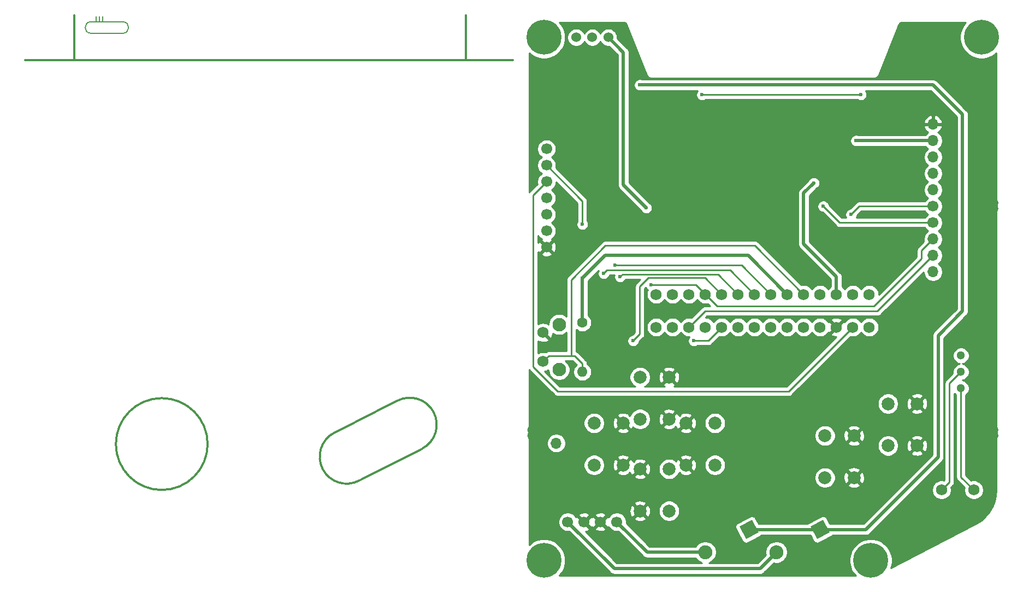
<source format=gbr>
G04 #@! TF.GenerationSoftware,KiCad,Pcbnew,(5.1.9-0-10_14)*
G04 #@! TF.CreationDate,2021-06-07T20:14:56-07:00*
G04 #@! TF.ProjectId,system,73797374-656d-42e6-9b69-6361645f7063,1.0-dev5*
G04 #@! TF.SameCoordinates,Original*
G04 #@! TF.FileFunction,Copper,L1,Top*
G04 #@! TF.FilePolarity,Positive*
%FSLAX46Y46*%
G04 Gerber Fmt 4.6, Leading zero omitted, Abs format (unit mm)*
G04 Created by KiCad (PCBNEW (5.1.9-0-10_14)) date 2021-06-07 20:14:56*
%MOMM*%
%LPD*%
G01*
G04 APERTURE LIST*
G04 #@! TA.AperFunction,NonConductor*
%ADD10C,0.300000*%
G04 #@! TD*
G04 #@! TA.AperFunction,NonConductor*
%ADD11C,0.150000*%
G04 #@! TD*
G04 #@! TA.AperFunction,ComponentPad*
%ADD12O,1.700000X1.700000*%
G04 #@! TD*
G04 #@! TA.AperFunction,ComponentPad*
%ADD13C,1.700000*%
G04 #@! TD*
G04 #@! TA.AperFunction,ComponentPad*
%ADD14C,0.100000*%
G04 #@! TD*
G04 #@! TA.AperFunction,ComponentPad*
%ADD15C,1.750000*%
G04 #@! TD*
G04 #@! TA.AperFunction,ComponentPad*
%ADD16C,2.000000*%
G04 #@! TD*
G04 #@! TA.AperFunction,ComponentPad*
%ADD17C,1.300000*%
G04 #@! TD*
G04 #@! TA.AperFunction,ComponentPad*
%ADD18C,5.399999*%
G04 #@! TD*
G04 #@! TA.AperFunction,ComponentPad*
%ADD19C,5.400000*%
G04 #@! TD*
G04 #@! TA.AperFunction,ComponentPad*
%ADD20C,1.600000*%
G04 #@! TD*
G04 #@! TA.AperFunction,ComponentPad*
%ADD21O,1.600000X1.600000*%
G04 #@! TD*
G04 #@! TA.AperFunction,ComponentPad*
%ADD22C,1.524000*%
G04 #@! TD*
G04 #@! TA.AperFunction,ComponentPad*
%ADD23C,2.100000*%
G04 #@! TD*
G04 #@! TA.AperFunction,ViaPad*
%ADD24C,0.600000*%
G04 #@! TD*
G04 #@! TA.AperFunction,Conductor*
%ADD25C,0.254000*%
G04 #@! TD*
G04 #@! TA.AperFunction,Conductor*
%ADD26C,0.508000*%
G04 #@! TD*
G04 #@! TA.AperFunction,Conductor*
%ADD27C,0.100000*%
G04 #@! TD*
G04 APERTURE END LIST*
D10*
X83060622Y-126392738D02*
G75*
G02*
X86920378Y-133807262I1929878J-3707262D01*
G01*
X32964500Y-66675000D02*
X32964500Y-73660000D01*
D11*
X40513000Y-69469000D02*
X35560000Y-69469000D01*
X37395000Y-66865500D02*
X37395000Y-67691000D01*
X36395000Y-66865500D02*
X36395000Y-67691000D01*
X36895000Y-66865500D02*
X36895000Y-67691000D01*
X35560000Y-67691000D02*
X40513000Y-67691000D01*
X40513000Y-67691000D02*
G75*
G02*
X40513000Y-69469000I0J-889000D01*
G01*
X35560000Y-69469000D02*
G75*
G02*
X35560000Y-67691000I0J889000D01*
G01*
D10*
X93654500Y-66675000D02*
X93654500Y-73660000D01*
X25400000Y-73660000D02*
X100965000Y-73660000D01*
X86920378Y-133807262D02*
X77141378Y-138760262D01*
X83060622Y-126392738D02*
X73281622Y-131345738D01*
X77141378Y-138760262D02*
G75*
G02*
X73281622Y-131345738I-1929878J3707262D01*
G01*
X53657500Y-133096000D02*
G75*
G03*
X53657500Y-133096000I-7112000J0D01*
G01*
D12*
X166116000Y-86106000D03*
X166116000Y-101346000D03*
X166116000Y-103886000D03*
X166116000Y-106426000D03*
X166116000Y-83566000D03*
D13*
X166116000Y-98806000D03*
D12*
X166116000Y-88646000D03*
X166116000Y-91186000D03*
X166116000Y-93726000D03*
D13*
X166116000Y-96266000D03*
D12*
X107696000Y-132969000D03*
G04 #@! TA.AperFunction,ComponentPad*
G36*
G01*
X142806689Y-149352077D02*
X142806689Y-149352077D01*
G75*
G02*
X142338900Y-150835712I-975712J-507923D01*
G01*
X142338900Y-150835712D01*
G75*
G02*
X140855265Y-150367923I-507923J975712D01*
G01*
X140855265Y-150367923D01*
G75*
G02*
X141323054Y-148884288I975712J507923D01*
G01*
X141323054Y-148884288D01*
G75*
G02*
X142806689Y-149352077I507923J-975712D01*
G01*
G37*
G04 #@! TD.AperFunction*
G04 #@! TA.AperFunction,ComponentPad*
D14*
G36*
X149057788Y-144857841D02*
G01*
X150073635Y-146809264D01*
X148122212Y-147825111D01*
X147106365Y-145873688D01*
X149057788Y-144857841D01*
G37*
G04 #@! TD.AperFunction*
G04 #@! TA.AperFunction,ComponentPad*
G36*
G01*
X131785712Y-149352077D02*
X131785712Y-149352077D01*
G75*
G02*
X131317923Y-150835712I-975712J-507923D01*
G01*
X131317923Y-150835712D01*
G75*
G02*
X129834288Y-150367923I-507923J975712D01*
G01*
X129834288Y-150367923D01*
G75*
G02*
X130302077Y-148884288I975712J507923D01*
G01*
X130302077Y-148884288D01*
G75*
G02*
X131785712Y-149352077I507923J-975712D01*
G01*
G37*
G04 #@! TD.AperFunction*
G04 #@! TA.AperFunction,ComponentPad*
G36*
X138036811Y-144857841D02*
G01*
X139052658Y-146809264D01*
X137101235Y-147825111D01*
X136085388Y-145873688D01*
X138036811Y-144857841D01*
G37*
G04 #@! TD.AperFunction*
D15*
X156210000Y-109920000D03*
X153670000Y-109920000D03*
X151130000Y-109920000D03*
X148590000Y-109920000D03*
X146050000Y-109920000D03*
X143510000Y-109920000D03*
X140970000Y-109920000D03*
X138430000Y-109920000D03*
X135890000Y-109920000D03*
X133350000Y-109920000D03*
X130810000Y-109920000D03*
X128270000Y-109920000D03*
X125730000Y-109920000D03*
X123190000Y-109920000D03*
X123190000Y-115000000D03*
X125730000Y-115000000D03*
X128270000Y-115000000D03*
X130810000Y-115000000D03*
X133350000Y-115000000D03*
X135890000Y-115000000D03*
X156210000Y-115000000D03*
X153670000Y-115000000D03*
X151130000Y-115000000D03*
X148590000Y-115000000D03*
X146050000Y-115000000D03*
X143510000Y-115000000D03*
X138430000Y-115000000D03*
X140970000Y-115000000D03*
D13*
X106200000Y-102616000D03*
X106200000Y-100076000D03*
X106200000Y-97536000D03*
X106200000Y-94996000D03*
X106200000Y-92456000D03*
X106200000Y-89916000D03*
X106200000Y-87376000D03*
D16*
X153852000Y-138303000D03*
X149352000Y-138303000D03*
X153852000Y-131803000D03*
X149352000Y-131803000D03*
X163631000Y-133350000D03*
X159131000Y-133350000D03*
X163631000Y-126850000D03*
X159131000Y-126850000D03*
X125186000Y-129234000D03*
X120686000Y-129234000D03*
X125186000Y-122734000D03*
X120686000Y-122734000D03*
X120686000Y-136958000D03*
X125186000Y-136958000D03*
X120686000Y-143458000D03*
X125186000Y-143458000D03*
X118074000Y-136346000D03*
X113574000Y-136346000D03*
X118074000Y-129846000D03*
X113574000Y-129846000D03*
X127798000Y-129846000D03*
X132298000Y-129846000D03*
X127798000Y-136346000D03*
X132298000Y-136346000D03*
D17*
X170434000Y-121920000D03*
X170434000Y-124460000D03*
X170434000Y-119380000D03*
D18*
X105791000Y-151130000D03*
X105791000Y-70104000D03*
X156464000Y-151130000D03*
D19*
X173609000Y-70104000D03*
D15*
X172426000Y-140208000D03*
X167426000Y-140208000D03*
D20*
X111760000Y-114300000D03*
D21*
X111760000Y-121920000D03*
D22*
X110794800Y-70104000D03*
X113284000Y-70104000D03*
X115773200Y-70104000D03*
D23*
X108154000Y-121584000D03*
D15*
X105664000Y-120324000D03*
X105664000Y-115824000D03*
D23*
X108154000Y-114574000D03*
D13*
X114554000Y-145161000D03*
X112014000Y-145161000D03*
X117094000Y-145161000D03*
X109474000Y-145161000D03*
D24*
X109220000Y-96266000D03*
X164084000Y-121920000D03*
X156464000Y-103251000D03*
X142494000Y-101092000D03*
X118364000Y-115316000D03*
X118872000Y-111506000D03*
X121666000Y-113538000D03*
X165100000Y-110490000D03*
X124460000Y-116840000D03*
X162560000Y-97536000D03*
X120650000Y-77470000D03*
X116839984Y-105410000D03*
X115062000Y-106680000D03*
X117602000Y-107188000D03*
X119633994Y-117094000D03*
X129032000Y-117094000D03*
X111760000Y-99060000D03*
X121666000Y-103886000D03*
X121666000Y-96520008D03*
X111760000Y-107442000D03*
X154940000Y-78994000D03*
X130301998Y-78994000D03*
X149098000Y-96265998D03*
X153416000Y-97536000D03*
X122428000Y-108458001D03*
X147637500Y-92646500D03*
X154178000Y-86106000D03*
D25*
X168656000Y-138978000D02*
X167426000Y-140208000D01*
X168656000Y-123698000D02*
X168656000Y-138978000D01*
X170434000Y-121920000D02*
X168656000Y-123698000D01*
D26*
X141830977Y-149860000D02*
X139290977Y-152400000D01*
X116713000Y-152400000D02*
X109474000Y-145161000D01*
X139290977Y-152400000D02*
X116713000Y-152400000D01*
D25*
X111760000Y-121920000D02*
X111760000Y-120650000D01*
X106538999Y-119449001D02*
X105664000Y-120324000D01*
X111760000Y-120650000D02*
X110559001Y-119449001D01*
X110051001Y-119449001D02*
X106538999Y-119449001D01*
X110559001Y-119449001D02*
X110051001Y-119449001D01*
X110051001Y-107626999D02*
X110051001Y-119449001D01*
X115316000Y-102362000D02*
X110051001Y-107626999D01*
X138492000Y-102362000D02*
X115316000Y-102362000D01*
X146050000Y-109920000D02*
X138492000Y-102362000D01*
D26*
X148590000Y-146341476D02*
X137569023Y-146341476D01*
X166892590Y-116317410D02*
X166892590Y-135113410D01*
X170688000Y-82042000D02*
X170688000Y-112522000D01*
X170688000Y-112522000D02*
X166892590Y-116317410D01*
X166116000Y-77470000D02*
X170688000Y-82042000D01*
X155664524Y-146341476D02*
X148590000Y-146341476D01*
X166892590Y-135113410D02*
X155664524Y-146341476D01*
X120650000Y-77470000D02*
X166116000Y-77470000D01*
D25*
X136460000Y-105410000D02*
X116839984Y-105410000D01*
X140970000Y-109920000D02*
X136460000Y-105410000D01*
X134682000Y-106172000D02*
X115570000Y-106172000D01*
X115570000Y-106172000D02*
X115062000Y-106680000D01*
X138430000Y-109920000D02*
X134682000Y-106172000D01*
X117983000Y-106807000D02*
X132777000Y-106807000D01*
X132777000Y-106807000D02*
X135890000Y-109920000D01*
X117602000Y-107188000D02*
X117983000Y-106807000D01*
X120650000Y-116077994D02*
X119633994Y-117094000D01*
X120650000Y-108712000D02*
X120650000Y-116077994D01*
X121991401Y-107370599D02*
X120650000Y-108712000D01*
X130800599Y-107370599D02*
X121991401Y-107370599D01*
X133350000Y-109920000D02*
X130800599Y-107370599D01*
X133350000Y-115000000D02*
X131256000Y-117094000D01*
X131256000Y-117094000D02*
X129032000Y-117094000D01*
X106200000Y-89916000D02*
X111760000Y-95476000D01*
X111760000Y-95476000D02*
X111760000Y-99060000D01*
X170434000Y-138216000D02*
X172426000Y-140208000D01*
X170434000Y-124460000D02*
X170434000Y-138216000D01*
D26*
X143510000Y-109920000D02*
X137476000Y-103886000D01*
X115316000Y-103886000D02*
X121666000Y-103886000D01*
X137476000Y-103886000D02*
X121666000Y-103886000D01*
X111760000Y-114300000D02*
X111760000Y-107442000D01*
X111760000Y-107442000D02*
X115316000Y-103886000D01*
X118110000Y-92964008D02*
X121666000Y-96520008D01*
X118110000Y-72440800D02*
X118110000Y-92964008D01*
X115773200Y-70104000D02*
X118110000Y-72440800D01*
X111760000Y-107442000D02*
X111760000Y-107442000D01*
X121793000Y-149860000D02*
X117094000Y-145161000D01*
X130810000Y-149860000D02*
X121793000Y-149860000D01*
D25*
X154940000Y-78994000D02*
X154515736Y-78994000D01*
X154515736Y-78994000D02*
X130301998Y-78994000D01*
X157480000Y-112522000D02*
X166116000Y-103886000D01*
X130748000Y-112522000D02*
X157480000Y-112522000D01*
X128270000Y-115000000D02*
X130748000Y-112522000D01*
X151638002Y-98806000D02*
X149098000Y-96265998D01*
X166116000Y-98806000D02*
X151638002Y-98806000D01*
X154686000Y-96266000D02*
X153416000Y-97536000D01*
X166116000Y-96266000D02*
X154686000Y-96266000D01*
X132650000Y-111760000D02*
X130810000Y-109920000D01*
X129348001Y-108458001D02*
X122428000Y-108458001D01*
X132650000Y-111760000D02*
X129348001Y-108458001D01*
X164338000Y-103124000D02*
X166116000Y-101346000D01*
X164338000Y-104394000D02*
X164338000Y-103124000D01*
X156972000Y-111760000D02*
X164338000Y-104394000D01*
X132650000Y-111760000D02*
X156972000Y-111760000D01*
D26*
X146050000Y-94234000D02*
X147637500Y-92646500D01*
X146050000Y-102108000D02*
X146050000Y-94234000D01*
X151130000Y-107188000D02*
X146050000Y-102108000D01*
X151130000Y-109920000D02*
X151130000Y-107188000D01*
X166116000Y-86106000D02*
X154178000Y-86106000D01*
D25*
X143702000Y-124968000D02*
X153670000Y-115000000D01*
X107950000Y-124968000D02*
X143702000Y-124968000D01*
X104140000Y-121158000D02*
X107950000Y-124968000D01*
X104140000Y-94516000D02*
X104140000Y-121158000D01*
X106200000Y-92456000D02*
X104140000Y-94516000D01*
X118213231Y-67804646D02*
X118312528Y-67834626D01*
X118404114Y-67883323D01*
X118484497Y-67948882D01*
X118550613Y-68028803D01*
X118612228Y-68142756D01*
X121733885Y-75935803D01*
X121745664Y-75974633D01*
X121777718Y-76034602D01*
X121809153Y-76095106D01*
X121811871Y-76098499D01*
X121813914Y-76102320D01*
X121857045Y-76154875D01*
X121899686Y-76208091D01*
X121903013Y-76210887D01*
X121905763Y-76214238D01*
X121958327Y-76257376D01*
X122010522Y-76301244D01*
X122014331Y-76303337D01*
X122017681Y-76306087D01*
X122077680Y-76338157D01*
X122137402Y-76370983D01*
X122141542Y-76372292D01*
X122145368Y-76374337D01*
X122210512Y-76394098D01*
X122275448Y-76414629D01*
X122279762Y-76415105D01*
X122283916Y-76416365D01*
X122351703Y-76423041D01*
X122419358Y-76430505D01*
X122459790Y-76427000D01*
X156940198Y-76426998D01*
X156980641Y-76430504D01*
X157048364Y-76423033D01*
X157116085Y-76416363D01*
X157120235Y-76415104D01*
X157124551Y-76414628D01*
X157189493Y-76394095D01*
X157254633Y-76374335D01*
X157258460Y-76372289D01*
X157262598Y-76370981D01*
X157322268Y-76338183D01*
X157382320Y-76306085D01*
X157385674Y-76303332D01*
X157389477Y-76301242D01*
X157441613Y-76257424D01*
X157494238Y-76214236D01*
X157496990Y-76210883D01*
X157500313Y-76208090D01*
X157542889Y-76154954D01*
X157586087Y-76102318D01*
X157588134Y-76098489D01*
X157590846Y-76095104D01*
X157622223Y-76034712D01*
X157654337Y-75974631D01*
X157666121Y-75935784D01*
X160769885Y-68187410D01*
X160835394Y-68050682D01*
X160897530Y-67967623D01*
X160974611Y-67898219D01*
X161063711Y-67845105D01*
X161161424Y-67810311D01*
X161290853Y-67791199D01*
X161298994Y-67791000D01*
X171205597Y-67791000D01*
X171018536Y-67978061D01*
X170653561Y-68524285D01*
X170402162Y-69131216D01*
X170274000Y-69775531D01*
X170274000Y-70432469D01*
X170402162Y-71076784D01*
X170653561Y-71683715D01*
X171018536Y-72229939D01*
X171483061Y-72694464D01*
X172029285Y-73059439D01*
X172636216Y-73310838D01*
X173280531Y-73439000D01*
X173937469Y-73439000D01*
X174581784Y-73310838D01*
X175188715Y-73059439D01*
X175734939Y-72694464D01*
X175890000Y-72539403D01*
X175890001Y-94959885D01*
X175886444Y-94996000D01*
X175900635Y-95140085D01*
X175942663Y-95278633D01*
X175999389Y-95384760D01*
X176024164Y-95509312D01*
X176091179Y-95671099D01*
X176106815Y-95694500D01*
X176091179Y-95717901D01*
X176024164Y-95879688D01*
X175990000Y-96051441D01*
X175990000Y-96226559D01*
X176024164Y-96398312D01*
X176091179Y-96560099D01*
X176106815Y-96583500D01*
X176091179Y-96606901D01*
X176024164Y-96768688D01*
X175999389Y-96893240D01*
X175942663Y-96999367D01*
X175900635Y-97137915D01*
X175886444Y-97282000D01*
X175890000Y-97318105D01*
X175890001Y-130138885D01*
X175886444Y-130175000D01*
X175900635Y-130319085D01*
X175942663Y-130457633D01*
X175999389Y-130563760D01*
X176024164Y-130688312D01*
X176091179Y-130850099D01*
X176106815Y-130873500D01*
X176091179Y-130896901D01*
X176024164Y-131058688D01*
X175990000Y-131230441D01*
X175990000Y-131405559D01*
X176024164Y-131577312D01*
X176091179Y-131739099D01*
X176106815Y-131762500D01*
X176091179Y-131785901D01*
X176024164Y-131947688D01*
X175999389Y-132072240D01*
X175942663Y-132178367D01*
X175900635Y-132316915D01*
X175886444Y-132461000D01*
X175890000Y-132497105D01*
X175890001Y-140180069D01*
X175819278Y-141109801D01*
X175615064Y-141990843D01*
X175279930Y-142830861D01*
X174821590Y-143610524D01*
X174250591Y-144311886D01*
X173576942Y-144921643D01*
X172940009Y-145352970D01*
X159587013Y-152305152D01*
X159670837Y-152102783D01*
X159798999Y-151458469D01*
X159798999Y-150801531D01*
X159670837Y-150157217D01*
X159419438Y-149550285D01*
X159054463Y-149004062D01*
X158589938Y-148539537D01*
X158043715Y-148174562D01*
X157436783Y-147923163D01*
X156792469Y-147795001D01*
X156135531Y-147795001D01*
X155491217Y-147923163D01*
X154884285Y-148174562D01*
X154338062Y-148539537D01*
X153873537Y-149004062D01*
X153508562Y-149550285D01*
X153257163Y-150157217D01*
X153129001Y-150801531D01*
X153129001Y-151458469D01*
X153257163Y-152102783D01*
X153508562Y-152709715D01*
X153873537Y-153255938D01*
X154108499Y-153490900D01*
X108146501Y-153490900D01*
X108381463Y-153255938D01*
X108746438Y-152709715D01*
X108997837Y-152102783D01*
X109125999Y-151458469D01*
X109125999Y-150801531D01*
X108997837Y-150157217D01*
X108746438Y-149550285D01*
X108381463Y-149004062D01*
X107916938Y-148539537D01*
X107370715Y-148174562D01*
X106763783Y-147923163D01*
X106119469Y-147795001D01*
X105462531Y-147795001D01*
X104818217Y-147923163D01*
X104211285Y-148174562D01*
X103665062Y-148539537D01*
X103510000Y-148694599D01*
X103510000Y-145014740D01*
X107989000Y-145014740D01*
X107989000Y-145307260D01*
X108046068Y-145594158D01*
X108158010Y-145864411D01*
X108320525Y-146107632D01*
X108527368Y-146314475D01*
X108770589Y-146476990D01*
X109040842Y-146588932D01*
X109327740Y-146646000D01*
X109620260Y-146646000D01*
X109688242Y-146632477D01*
X116053506Y-152997742D01*
X116081341Y-153031659D01*
X116216709Y-153142753D01*
X116371149Y-153225303D01*
X116465758Y-153254002D01*
X116538725Y-153276136D01*
X116555325Y-153277771D01*
X116669333Y-153289000D01*
X116669340Y-153289000D01*
X116713000Y-153293300D01*
X116756660Y-153289000D01*
X139247317Y-153289000D01*
X139290977Y-153293300D01*
X139334637Y-153289000D01*
X139334644Y-153289000D01*
X139465251Y-153276136D01*
X139632828Y-153225303D01*
X139787268Y-153142753D01*
X139922636Y-153031659D01*
X139950476Y-152997736D01*
X141404127Y-151544085D01*
X141660094Y-151595000D01*
X142001860Y-151595000D01*
X142337058Y-151528325D01*
X142652808Y-151397537D01*
X142936975Y-151207663D01*
X143178640Y-150965998D01*
X143368514Y-150681831D01*
X143499302Y-150366081D01*
X143565977Y-150030883D01*
X143565977Y-149689117D01*
X143499302Y-149353919D01*
X143368514Y-149038169D01*
X143178640Y-148754002D01*
X142936975Y-148512337D01*
X142652808Y-148322463D01*
X142337058Y-148191675D01*
X142001860Y-148125000D01*
X141660094Y-148125000D01*
X141324896Y-148191675D01*
X141009146Y-148322463D01*
X140724979Y-148512337D01*
X140483314Y-148754002D01*
X140293440Y-149038169D01*
X140162652Y-149353919D01*
X140095977Y-149689117D01*
X140095977Y-150030883D01*
X140146892Y-150286850D01*
X138922742Y-151511000D01*
X131357907Y-151511000D01*
X131631831Y-151397537D01*
X131915998Y-151207663D01*
X132157663Y-150965998D01*
X132347537Y-150681831D01*
X132478325Y-150366081D01*
X132545000Y-150030883D01*
X132545000Y-149689117D01*
X132478325Y-149353919D01*
X132347537Y-149038169D01*
X132157663Y-148754002D01*
X131915998Y-148512337D01*
X131631831Y-148322463D01*
X131316081Y-148191675D01*
X130980883Y-148125000D01*
X130639117Y-148125000D01*
X130303919Y-148191675D01*
X129988169Y-148322463D01*
X129704002Y-148512337D01*
X129462337Y-148754002D01*
X129317344Y-148971000D01*
X122161236Y-148971000D01*
X118565477Y-145375242D01*
X118579000Y-145307260D01*
X118579000Y-145014740D01*
X118521932Y-144727842D01*
X118466250Y-144593413D01*
X119730192Y-144593413D01*
X119825956Y-144857814D01*
X120115571Y-144998704D01*
X120427108Y-145080384D01*
X120748595Y-145099718D01*
X121067675Y-145055961D01*
X121372088Y-144950795D01*
X121546044Y-144857814D01*
X121641808Y-144593413D01*
X120686000Y-143637605D01*
X119730192Y-144593413D01*
X118466250Y-144593413D01*
X118409990Y-144457589D01*
X118247475Y-144214368D01*
X118040632Y-144007525D01*
X117797411Y-143845010D01*
X117527158Y-143733068D01*
X117240260Y-143676000D01*
X116947740Y-143676000D01*
X116660842Y-143733068D01*
X116390589Y-143845010D01*
X116147368Y-144007525D01*
X115940525Y-144214368D01*
X115824689Y-144387729D01*
X115582397Y-144312208D01*
X114733605Y-145161000D01*
X115582397Y-146009792D01*
X115824689Y-145934271D01*
X115940525Y-146107632D01*
X116147368Y-146314475D01*
X116390589Y-146476990D01*
X116660842Y-146588932D01*
X116947740Y-146646000D01*
X117240260Y-146646000D01*
X117308242Y-146632477D01*
X121133506Y-150457742D01*
X121161341Y-150491659D01*
X121296709Y-150602753D01*
X121451149Y-150685303D01*
X121567892Y-150720716D01*
X121618725Y-150736136D01*
X121793000Y-150753301D01*
X121836668Y-150749000D01*
X129317344Y-150749000D01*
X129462337Y-150965998D01*
X129704002Y-151207663D01*
X129988169Y-151397537D01*
X130262093Y-151511000D01*
X117081236Y-151511000D01*
X112204190Y-146633955D01*
X112372019Y-146609599D01*
X112647747Y-146511919D01*
X112785157Y-146438472D01*
X112862792Y-146189397D01*
X113705208Y-146189397D01*
X113782843Y-146438472D01*
X114046883Y-146564371D01*
X114330411Y-146636339D01*
X114622531Y-146651611D01*
X114912019Y-146609599D01*
X115187747Y-146511919D01*
X115325157Y-146438472D01*
X115402792Y-146189397D01*
X114554000Y-145340605D01*
X113705208Y-146189397D01*
X112862792Y-146189397D01*
X112014000Y-145340605D01*
X111999858Y-145354748D01*
X111820253Y-145175143D01*
X111834395Y-145161000D01*
X112193605Y-145161000D01*
X113042397Y-146009792D01*
X113284000Y-145934486D01*
X113525603Y-146009792D01*
X114374395Y-145161000D01*
X113525603Y-144312208D01*
X113284000Y-144387514D01*
X113042397Y-144312208D01*
X112193605Y-145161000D01*
X111834395Y-145161000D01*
X110985603Y-144312208D01*
X110743311Y-144387729D01*
X110627475Y-144214368D01*
X110545710Y-144132603D01*
X111165208Y-144132603D01*
X112014000Y-144981395D01*
X112862792Y-144132603D01*
X113705208Y-144132603D01*
X114554000Y-144981395D01*
X115402792Y-144132603D01*
X115325157Y-143883528D01*
X115061117Y-143757629D01*
X114777589Y-143685661D01*
X114485469Y-143670389D01*
X114195981Y-143712401D01*
X113920253Y-143810081D01*
X113782843Y-143883528D01*
X113705208Y-144132603D01*
X112862792Y-144132603D01*
X112785157Y-143883528D01*
X112521117Y-143757629D01*
X112237589Y-143685661D01*
X111945469Y-143670389D01*
X111655981Y-143712401D01*
X111380253Y-143810081D01*
X111242843Y-143883528D01*
X111165208Y-144132603D01*
X110545710Y-144132603D01*
X110420632Y-144007525D01*
X110177411Y-143845010D01*
X109907158Y-143733068D01*
X109620260Y-143676000D01*
X109327740Y-143676000D01*
X109040842Y-143733068D01*
X108770589Y-143845010D01*
X108527368Y-144007525D01*
X108320525Y-144214368D01*
X108158010Y-144457589D01*
X108046068Y-144727842D01*
X107989000Y-145014740D01*
X103510000Y-145014740D01*
X103510000Y-143520595D01*
X119044282Y-143520595D01*
X119088039Y-143839675D01*
X119193205Y-144144088D01*
X119286186Y-144318044D01*
X119550587Y-144413808D01*
X120506395Y-143458000D01*
X120865605Y-143458000D01*
X121821413Y-144413808D01*
X122085814Y-144318044D01*
X122226704Y-144028429D01*
X122308384Y-143716892D01*
X122327718Y-143395405D01*
X122314219Y-143296967D01*
X123551000Y-143296967D01*
X123551000Y-143619033D01*
X123613832Y-143934912D01*
X123737082Y-144232463D01*
X123916013Y-144500252D01*
X124143748Y-144727987D01*
X124411537Y-144906918D01*
X124709088Y-145030168D01*
X125024967Y-145093000D01*
X125347033Y-145093000D01*
X125662912Y-145030168D01*
X125960463Y-144906918D01*
X126228252Y-144727987D01*
X126455987Y-144500252D01*
X126634918Y-144232463D01*
X126758168Y-143934912D01*
X126821000Y-143619033D01*
X126821000Y-143296967D01*
X126758168Y-142981088D01*
X126634918Y-142683537D01*
X126455987Y-142415748D01*
X126228252Y-142188013D01*
X125960463Y-142009082D01*
X125662912Y-141885832D01*
X125347033Y-141823000D01*
X125024967Y-141823000D01*
X124709088Y-141885832D01*
X124411537Y-142009082D01*
X124143748Y-142188013D01*
X123916013Y-142415748D01*
X123737082Y-142683537D01*
X123613832Y-142981088D01*
X123551000Y-143296967D01*
X122314219Y-143296967D01*
X122283961Y-143076325D01*
X122178795Y-142771912D01*
X122085814Y-142597956D01*
X121821413Y-142502192D01*
X120865605Y-143458000D01*
X120506395Y-143458000D01*
X119550587Y-142502192D01*
X119286186Y-142597956D01*
X119145296Y-142887571D01*
X119063616Y-143199108D01*
X119044282Y-143520595D01*
X103510000Y-143520595D01*
X103510000Y-142322587D01*
X119730192Y-142322587D01*
X120686000Y-143278395D01*
X121641808Y-142322587D01*
X121546044Y-142058186D01*
X121256429Y-141917296D01*
X120944892Y-141835616D01*
X120623405Y-141816282D01*
X120304325Y-141860039D01*
X119999912Y-141965205D01*
X119825956Y-142058186D01*
X119730192Y-142322587D01*
X103510000Y-142322587D01*
X103510000Y-138093413D01*
X119730192Y-138093413D01*
X119825956Y-138357814D01*
X120115571Y-138498704D01*
X120427108Y-138580384D01*
X120748595Y-138599718D01*
X121067675Y-138555961D01*
X121372088Y-138450795D01*
X121546044Y-138357814D01*
X121641808Y-138093413D01*
X120686000Y-137137605D01*
X119730192Y-138093413D01*
X103510000Y-138093413D01*
X103510000Y-136184967D01*
X111939000Y-136184967D01*
X111939000Y-136507033D01*
X112001832Y-136822912D01*
X112125082Y-137120463D01*
X112304013Y-137388252D01*
X112531748Y-137615987D01*
X112799537Y-137794918D01*
X113097088Y-137918168D01*
X113412967Y-137981000D01*
X113735033Y-137981000D01*
X114050912Y-137918168D01*
X114348463Y-137794918D01*
X114616252Y-137615987D01*
X114750826Y-137481413D01*
X117118192Y-137481413D01*
X117213956Y-137745814D01*
X117503571Y-137886704D01*
X117815108Y-137968384D01*
X118136595Y-137987718D01*
X118455675Y-137943961D01*
X118760088Y-137838795D01*
X118934044Y-137745814D01*
X119029807Y-137481415D01*
X119145475Y-137597083D01*
X119168880Y-137573678D01*
X119193205Y-137644088D01*
X119286186Y-137818044D01*
X119550587Y-137913808D01*
X120506395Y-136958000D01*
X120865605Y-136958000D01*
X121821413Y-137913808D01*
X122085814Y-137818044D01*
X122226704Y-137528429D01*
X122308384Y-137216892D01*
X122327718Y-136895405D01*
X122314219Y-136796967D01*
X123551000Y-136796967D01*
X123551000Y-137119033D01*
X123613832Y-137434912D01*
X123737082Y-137732463D01*
X123916013Y-138000252D01*
X124143748Y-138227987D01*
X124411537Y-138406918D01*
X124709088Y-138530168D01*
X125024967Y-138593000D01*
X125347033Y-138593000D01*
X125662912Y-138530168D01*
X125960463Y-138406918D01*
X126228252Y-138227987D01*
X126314272Y-138141967D01*
X147717000Y-138141967D01*
X147717000Y-138464033D01*
X147779832Y-138779912D01*
X147903082Y-139077463D01*
X148082013Y-139345252D01*
X148309748Y-139572987D01*
X148577537Y-139751918D01*
X148875088Y-139875168D01*
X149190967Y-139938000D01*
X149513033Y-139938000D01*
X149828912Y-139875168D01*
X150126463Y-139751918D01*
X150394252Y-139572987D01*
X150528826Y-139438413D01*
X152896192Y-139438413D01*
X152991956Y-139702814D01*
X153281571Y-139843704D01*
X153593108Y-139925384D01*
X153914595Y-139944718D01*
X154233675Y-139900961D01*
X154538088Y-139795795D01*
X154712044Y-139702814D01*
X154807808Y-139438413D01*
X153852000Y-138482605D01*
X152896192Y-139438413D01*
X150528826Y-139438413D01*
X150621987Y-139345252D01*
X150800918Y-139077463D01*
X150924168Y-138779912D01*
X150987000Y-138464033D01*
X150987000Y-138365595D01*
X152210282Y-138365595D01*
X152254039Y-138684675D01*
X152359205Y-138989088D01*
X152452186Y-139163044D01*
X152716587Y-139258808D01*
X153672395Y-138303000D01*
X154031605Y-138303000D01*
X154987413Y-139258808D01*
X155251814Y-139163044D01*
X155392704Y-138873429D01*
X155474384Y-138561892D01*
X155493718Y-138240405D01*
X155449961Y-137921325D01*
X155344795Y-137616912D01*
X155251814Y-137442956D01*
X154987413Y-137347192D01*
X154031605Y-138303000D01*
X153672395Y-138303000D01*
X152716587Y-137347192D01*
X152452186Y-137442956D01*
X152311296Y-137732571D01*
X152229616Y-138044108D01*
X152210282Y-138365595D01*
X150987000Y-138365595D01*
X150987000Y-138141967D01*
X150924168Y-137826088D01*
X150800918Y-137528537D01*
X150621987Y-137260748D01*
X150528826Y-137167587D01*
X152896192Y-137167587D01*
X153852000Y-138123395D01*
X154807808Y-137167587D01*
X154712044Y-136903186D01*
X154422429Y-136762296D01*
X154110892Y-136680616D01*
X153789405Y-136661282D01*
X153470325Y-136705039D01*
X153165912Y-136810205D01*
X152991956Y-136903186D01*
X152896192Y-137167587D01*
X150528826Y-137167587D01*
X150394252Y-137033013D01*
X150126463Y-136854082D01*
X149828912Y-136730832D01*
X149513033Y-136668000D01*
X149190967Y-136668000D01*
X148875088Y-136730832D01*
X148577537Y-136854082D01*
X148309748Y-137033013D01*
X148082013Y-137260748D01*
X147903082Y-137528537D01*
X147779832Y-137826088D01*
X147717000Y-138141967D01*
X126314272Y-138141967D01*
X126455987Y-138000252D01*
X126634918Y-137732463D01*
X126701401Y-137571959D01*
X126726525Y-137597083D01*
X126842193Y-137481415D01*
X126937956Y-137745814D01*
X127227571Y-137886704D01*
X127539108Y-137968384D01*
X127860595Y-137987718D01*
X128179675Y-137943961D01*
X128484088Y-137838795D01*
X128658044Y-137745814D01*
X128753808Y-137481413D01*
X127798000Y-136525605D01*
X127783858Y-136539748D01*
X127604253Y-136360143D01*
X127618395Y-136346000D01*
X127977605Y-136346000D01*
X128933413Y-137301808D01*
X129197814Y-137206044D01*
X129338704Y-136916429D01*
X129420384Y-136604892D01*
X129439718Y-136283405D01*
X129426219Y-136184967D01*
X130663000Y-136184967D01*
X130663000Y-136507033D01*
X130725832Y-136822912D01*
X130849082Y-137120463D01*
X131028013Y-137388252D01*
X131255748Y-137615987D01*
X131523537Y-137794918D01*
X131821088Y-137918168D01*
X132136967Y-137981000D01*
X132459033Y-137981000D01*
X132774912Y-137918168D01*
X133072463Y-137794918D01*
X133340252Y-137615987D01*
X133567987Y-137388252D01*
X133746918Y-137120463D01*
X133870168Y-136822912D01*
X133933000Y-136507033D01*
X133933000Y-136184967D01*
X133870168Y-135869088D01*
X133746918Y-135571537D01*
X133567987Y-135303748D01*
X133340252Y-135076013D01*
X133072463Y-134897082D01*
X132774912Y-134773832D01*
X132459033Y-134711000D01*
X132136967Y-134711000D01*
X131821088Y-134773832D01*
X131523537Y-134897082D01*
X131255748Y-135076013D01*
X131028013Y-135303748D01*
X130849082Y-135571537D01*
X130725832Y-135869088D01*
X130663000Y-136184967D01*
X129426219Y-136184967D01*
X129395961Y-135964325D01*
X129290795Y-135659912D01*
X129197814Y-135485956D01*
X128933413Y-135390192D01*
X127977605Y-136346000D01*
X127618395Y-136346000D01*
X126662587Y-135390192D01*
X126398186Y-135485956D01*
X126276446Y-135736207D01*
X126228252Y-135688013D01*
X125960463Y-135509082D01*
X125662912Y-135385832D01*
X125347033Y-135323000D01*
X125024967Y-135323000D01*
X124709088Y-135385832D01*
X124411537Y-135509082D01*
X124143748Y-135688013D01*
X123916013Y-135915748D01*
X123737082Y-136183537D01*
X123613832Y-136481088D01*
X123551000Y-136796967D01*
X122314219Y-136796967D01*
X122283961Y-136576325D01*
X122178795Y-136271912D01*
X122085814Y-136097956D01*
X121821413Y-136002192D01*
X120865605Y-136958000D01*
X120506395Y-136958000D01*
X120492253Y-136943858D01*
X120671858Y-136764253D01*
X120686000Y-136778395D01*
X121641808Y-135822587D01*
X121546044Y-135558186D01*
X121256429Y-135417296D01*
X120944892Y-135335616D01*
X120623405Y-135316282D01*
X120304325Y-135360039D01*
X119999912Y-135465205D01*
X119825956Y-135558186D01*
X119730193Y-135822585D01*
X119614525Y-135706917D01*
X119591120Y-135730322D01*
X119566795Y-135659912D01*
X119473814Y-135485956D01*
X119209413Y-135390192D01*
X118253605Y-136346000D01*
X118267748Y-136360143D01*
X118088143Y-136539748D01*
X118074000Y-136525605D01*
X117118192Y-137481413D01*
X114750826Y-137481413D01*
X114843987Y-137388252D01*
X115022918Y-137120463D01*
X115146168Y-136822912D01*
X115209000Y-136507033D01*
X115209000Y-136408595D01*
X116432282Y-136408595D01*
X116476039Y-136727675D01*
X116581205Y-137032088D01*
X116674186Y-137206044D01*
X116938587Y-137301808D01*
X117894395Y-136346000D01*
X116938587Y-135390192D01*
X116674186Y-135485956D01*
X116533296Y-135775571D01*
X116451616Y-136087108D01*
X116432282Y-136408595D01*
X115209000Y-136408595D01*
X115209000Y-136184967D01*
X115146168Y-135869088D01*
X115022918Y-135571537D01*
X114843987Y-135303748D01*
X114750826Y-135210587D01*
X117118192Y-135210587D01*
X118074000Y-136166395D01*
X119029808Y-135210587D01*
X126842192Y-135210587D01*
X127798000Y-136166395D01*
X128753808Y-135210587D01*
X128658044Y-134946186D01*
X128368429Y-134805296D01*
X128056892Y-134723616D01*
X127735405Y-134704282D01*
X127416325Y-134748039D01*
X127111912Y-134853205D01*
X126937956Y-134946186D01*
X126842192Y-135210587D01*
X119029808Y-135210587D01*
X118934044Y-134946186D01*
X118644429Y-134805296D01*
X118332892Y-134723616D01*
X118011405Y-134704282D01*
X117692325Y-134748039D01*
X117387912Y-134853205D01*
X117213956Y-134946186D01*
X117118192Y-135210587D01*
X114750826Y-135210587D01*
X114616252Y-135076013D01*
X114348463Y-134897082D01*
X114050912Y-134773832D01*
X113735033Y-134711000D01*
X113412967Y-134711000D01*
X113097088Y-134773832D01*
X112799537Y-134897082D01*
X112531748Y-135076013D01*
X112304013Y-135303748D01*
X112125082Y-135571537D01*
X112001832Y-135869088D01*
X111939000Y-136184967D01*
X103510000Y-136184967D01*
X103510000Y-132822740D01*
X106211000Y-132822740D01*
X106211000Y-133115260D01*
X106268068Y-133402158D01*
X106380010Y-133672411D01*
X106542525Y-133915632D01*
X106749368Y-134122475D01*
X106992589Y-134284990D01*
X107262842Y-134396932D01*
X107549740Y-134454000D01*
X107842260Y-134454000D01*
X108129158Y-134396932D01*
X108399411Y-134284990D01*
X108642632Y-134122475D01*
X108849475Y-133915632D01*
X109011990Y-133672411D01*
X109123932Y-133402158D01*
X109181000Y-133115260D01*
X109181000Y-132822740D01*
X109123932Y-132535842D01*
X109011990Y-132265589D01*
X108849475Y-132022368D01*
X108642632Y-131815525D01*
X108399411Y-131653010D01*
X108372751Y-131641967D01*
X147717000Y-131641967D01*
X147717000Y-131964033D01*
X147779832Y-132279912D01*
X147903082Y-132577463D01*
X148082013Y-132845252D01*
X148309748Y-133072987D01*
X148577537Y-133251918D01*
X148875088Y-133375168D01*
X149190967Y-133438000D01*
X149513033Y-133438000D01*
X149828912Y-133375168D01*
X150126463Y-133251918D01*
X150394252Y-133072987D01*
X150528826Y-132938413D01*
X152896192Y-132938413D01*
X152991956Y-133202814D01*
X153281571Y-133343704D01*
X153593108Y-133425384D01*
X153914595Y-133444718D01*
X154233675Y-133400961D01*
X154538088Y-133295795D01*
X154712044Y-133202814D01*
X154717059Y-133188967D01*
X157496000Y-133188967D01*
X157496000Y-133511033D01*
X157558832Y-133826912D01*
X157682082Y-134124463D01*
X157861013Y-134392252D01*
X158088748Y-134619987D01*
X158356537Y-134798918D01*
X158654088Y-134922168D01*
X158969967Y-134985000D01*
X159292033Y-134985000D01*
X159607912Y-134922168D01*
X159905463Y-134798918D01*
X160173252Y-134619987D01*
X160307826Y-134485413D01*
X162675192Y-134485413D01*
X162770956Y-134749814D01*
X163060571Y-134890704D01*
X163372108Y-134972384D01*
X163693595Y-134991718D01*
X164012675Y-134947961D01*
X164317088Y-134842795D01*
X164491044Y-134749814D01*
X164586808Y-134485413D01*
X163631000Y-133529605D01*
X162675192Y-134485413D01*
X160307826Y-134485413D01*
X160400987Y-134392252D01*
X160579918Y-134124463D01*
X160703168Y-133826912D01*
X160766000Y-133511033D01*
X160766000Y-133412595D01*
X161989282Y-133412595D01*
X162033039Y-133731675D01*
X162138205Y-134036088D01*
X162231186Y-134210044D01*
X162495587Y-134305808D01*
X163451395Y-133350000D01*
X163810605Y-133350000D01*
X164766413Y-134305808D01*
X165030814Y-134210044D01*
X165171704Y-133920429D01*
X165253384Y-133608892D01*
X165272718Y-133287405D01*
X165228961Y-132968325D01*
X165123795Y-132663912D01*
X165030814Y-132489956D01*
X164766413Y-132394192D01*
X163810605Y-133350000D01*
X163451395Y-133350000D01*
X162495587Y-132394192D01*
X162231186Y-132489956D01*
X162090296Y-132779571D01*
X162008616Y-133091108D01*
X161989282Y-133412595D01*
X160766000Y-133412595D01*
X160766000Y-133188967D01*
X160703168Y-132873088D01*
X160579918Y-132575537D01*
X160400987Y-132307748D01*
X160307826Y-132214587D01*
X162675192Y-132214587D01*
X163631000Y-133170395D01*
X164586808Y-132214587D01*
X164491044Y-131950186D01*
X164201429Y-131809296D01*
X163889892Y-131727616D01*
X163568405Y-131708282D01*
X163249325Y-131752039D01*
X162944912Y-131857205D01*
X162770956Y-131950186D01*
X162675192Y-132214587D01*
X160307826Y-132214587D01*
X160173252Y-132080013D01*
X159905463Y-131901082D01*
X159607912Y-131777832D01*
X159292033Y-131715000D01*
X158969967Y-131715000D01*
X158654088Y-131777832D01*
X158356537Y-131901082D01*
X158088748Y-132080013D01*
X157861013Y-132307748D01*
X157682082Y-132575537D01*
X157558832Y-132873088D01*
X157496000Y-133188967D01*
X154717059Y-133188967D01*
X154807808Y-132938413D01*
X153852000Y-131982605D01*
X152896192Y-132938413D01*
X150528826Y-132938413D01*
X150621987Y-132845252D01*
X150800918Y-132577463D01*
X150924168Y-132279912D01*
X150987000Y-131964033D01*
X150987000Y-131865595D01*
X152210282Y-131865595D01*
X152254039Y-132184675D01*
X152359205Y-132489088D01*
X152452186Y-132663044D01*
X152716587Y-132758808D01*
X153672395Y-131803000D01*
X154031605Y-131803000D01*
X154987413Y-132758808D01*
X155251814Y-132663044D01*
X155392704Y-132373429D01*
X155474384Y-132061892D01*
X155493718Y-131740405D01*
X155449961Y-131421325D01*
X155344795Y-131116912D01*
X155251814Y-130942956D01*
X154987413Y-130847192D01*
X154031605Y-131803000D01*
X153672395Y-131803000D01*
X152716587Y-130847192D01*
X152452186Y-130942956D01*
X152311296Y-131232571D01*
X152229616Y-131544108D01*
X152210282Y-131865595D01*
X150987000Y-131865595D01*
X150987000Y-131641967D01*
X150924168Y-131326088D01*
X150800918Y-131028537D01*
X150621987Y-130760748D01*
X150528826Y-130667587D01*
X152896192Y-130667587D01*
X153852000Y-131623395D01*
X154807808Y-130667587D01*
X154712044Y-130403186D01*
X154422429Y-130262296D01*
X154110892Y-130180616D01*
X153789405Y-130161282D01*
X153470325Y-130205039D01*
X153165912Y-130310205D01*
X152991956Y-130403186D01*
X152896192Y-130667587D01*
X150528826Y-130667587D01*
X150394252Y-130533013D01*
X150126463Y-130354082D01*
X149828912Y-130230832D01*
X149513033Y-130168000D01*
X149190967Y-130168000D01*
X148875088Y-130230832D01*
X148577537Y-130354082D01*
X148309748Y-130533013D01*
X148082013Y-130760748D01*
X147903082Y-131028537D01*
X147779832Y-131326088D01*
X147717000Y-131641967D01*
X108372751Y-131641967D01*
X108129158Y-131541068D01*
X107842260Y-131484000D01*
X107549740Y-131484000D01*
X107262842Y-131541068D01*
X106992589Y-131653010D01*
X106749368Y-131815525D01*
X106542525Y-132022368D01*
X106380010Y-132265589D01*
X106268068Y-132535842D01*
X106211000Y-132822740D01*
X103510000Y-132822740D01*
X103510000Y-132497105D01*
X103513556Y-132461000D01*
X103499365Y-132316915D01*
X103457337Y-132178367D01*
X103400611Y-132072240D01*
X103375836Y-131947688D01*
X103308821Y-131785901D01*
X103293185Y-131762500D01*
X103308821Y-131739099D01*
X103375836Y-131577312D01*
X103410000Y-131405559D01*
X103410000Y-131230441D01*
X103375836Y-131058688D01*
X103308821Y-130896901D01*
X103293185Y-130873500D01*
X103308821Y-130850099D01*
X103375836Y-130688312D01*
X103400611Y-130563760D01*
X103457337Y-130457633D01*
X103499365Y-130319085D01*
X103513556Y-130175000D01*
X103510000Y-130138895D01*
X103510000Y-129684967D01*
X111939000Y-129684967D01*
X111939000Y-130007033D01*
X112001832Y-130322912D01*
X112125082Y-130620463D01*
X112304013Y-130888252D01*
X112531748Y-131115987D01*
X112799537Y-131294918D01*
X113097088Y-131418168D01*
X113412967Y-131481000D01*
X113735033Y-131481000D01*
X114050912Y-131418168D01*
X114348463Y-131294918D01*
X114616252Y-131115987D01*
X114750826Y-130981413D01*
X117118192Y-130981413D01*
X117213956Y-131245814D01*
X117503571Y-131386704D01*
X117815108Y-131468384D01*
X118136595Y-131487718D01*
X118455675Y-131443961D01*
X118760088Y-131338795D01*
X118934044Y-131245814D01*
X119029808Y-130981413D01*
X126842192Y-130981413D01*
X126937956Y-131245814D01*
X127227571Y-131386704D01*
X127539108Y-131468384D01*
X127860595Y-131487718D01*
X128179675Y-131443961D01*
X128484088Y-131338795D01*
X128658044Y-131245814D01*
X128753808Y-130981413D01*
X127798000Y-130025605D01*
X126842192Y-130981413D01*
X119029808Y-130981413D01*
X118074000Y-130025605D01*
X117118192Y-130981413D01*
X114750826Y-130981413D01*
X114843987Y-130888252D01*
X115022918Y-130620463D01*
X115146168Y-130322912D01*
X115209000Y-130007033D01*
X115209000Y-129908595D01*
X116432282Y-129908595D01*
X116476039Y-130227675D01*
X116581205Y-130532088D01*
X116674186Y-130706044D01*
X116938587Y-130801808D01*
X117894395Y-129846000D01*
X116938587Y-128890192D01*
X116674186Y-128985956D01*
X116533296Y-129275571D01*
X116451616Y-129587108D01*
X116432282Y-129908595D01*
X115209000Y-129908595D01*
X115209000Y-129684967D01*
X115146168Y-129369088D01*
X115022918Y-129071537D01*
X114843987Y-128803748D01*
X114750826Y-128710587D01*
X117118192Y-128710587D01*
X118074000Y-129666395D01*
X118088143Y-129652253D01*
X118267748Y-129831858D01*
X118253605Y-129846000D01*
X119209413Y-130801808D01*
X119473814Y-130706044D01*
X119595554Y-130455793D01*
X119643748Y-130503987D01*
X119911537Y-130682918D01*
X120209088Y-130806168D01*
X120524967Y-130869000D01*
X120847033Y-130869000D01*
X121162912Y-130806168D01*
X121460463Y-130682918D01*
X121728252Y-130503987D01*
X121862826Y-130369413D01*
X124230192Y-130369413D01*
X124325956Y-130633814D01*
X124615571Y-130774704D01*
X124927108Y-130856384D01*
X125248595Y-130875718D01*
X125567675Y-130831961D01*
X125872088Y-130726795D01*
X126046044Y-130633814D01*
X126141807Y-130369415D01*
X126257475Y-130485083D01*
X126280880Y-130461678D01*
X126305205Y-130532088D01*
X126398186Y-130706044D01*
X126662587Y-130801808D01*
X127618395Y-129846000D01*
X127977605Y-129846000D01*
X128933413Y-130801808D01*
X129197814Y-130706044D01*
X129338704Y-130416429D01*
X129420384Y-130104892D01*
X129439718Y-129783405D01*
X129426219Y-129684967D01*
X130663000Y-129684967D01*
X130663000Y-130007033D01*
X130725832Y-130322912D01*
X130849082Y-130620463D01*
X131028013Y-130888252D01*
X131255748Y-131115987D01*
X131523537Y-131294918D01*
X131821088Y-131418168D01*
X132136967Y-131481000D01*
X132459033Y-131481000D01*
X132774912Y-131418168D01*
X133072463Y-131294918D01*
X133340252Y-131115987D01*
X133567987Y-130888252D01*
X133746918Y-130620463D01*
X133870168Y-130322912D01*
X133933000Y-130007033D01*
X133933000Y-129684967D01*
X133870168Y-129369088D01*
X133746918Y-129071537D01*
X133567987Y-128803748D01*
X133340252Y-128576013D01*
X133072463Y-128397082D01*
X132774912Y-128273832D01*
X132459033Y-128211000D01*
X132136967Y-128211000D01*
X131821088Y-128273832D01*
X131523537Y-128397082D01*
X131255748Y-128576013D01*
X131028013Y-128803748D01*
X130849082Y-129071537D01*
X130725832Y-129369088D01*
X130663000Y-129684967D01*
X129426219Y-129684967D01*
X129395961Y-129464325D01*
X129290795Y-129159912D01*
X129197814Y-128985956D01*
X128933413Y-128890192D01*
X127977605Y-129846000D01*
X127618395Y-129846000D01*
X127604253Y-129831858D01*
X127783858Y-129652253D01*
X127798000Y-129666395D01*
X128753808Y-128710587D01*
X128658044Y-128446186D01*
X128368429Y-128305296D01*
X128056892Y-128223616D01*
X127735405Y-128204282D01*
X127416325Y-128248039D01*
X127111912Y-128353205D01*
X126937956Y-128446186D01*
X126842193Y-128710585D01*
X126726525Y-128594917D01*
X126703120Y-128618322D01*
X126678795Y-128547912D01*
X126585814Y-128373956D01*
X126321413Y-128278192D01*
X125365605Y-129234000D01*
X125379748Y-129248143D01*
X125200143Y-129427748D01*
X125186000Y-129413605D01*
X124230192Y-130369413D01*
X121862826Y-130369413D01*
X121955987Y-130276252D01*
X122134918Y-130008463D01*
X122258168Y-129710912D01*
X122321000Y-129395033D01*
X122321000Y-129296595D01*
X123544282Y-129296595D01*
X123588039Y-129615675D01*
X123693205Y-129920088D01*
X123786186Y-130094044D01*
X124050587Y-130189808D01*
X125006395Y-129234000D01*
X124050587Y-128278192D01*
X123786186Y-128373956D01*
X123645296Y-128663571D01*
X123563616Y-128975108D01*
X123544282Y-129296595D01*
X122321000Y-129296595D01*
X122321000Y-129072967D01*
X122258168Y-128757088D01*
X122134918Y-128459537D01*
X121955987Y-128191748D01*
X121862826Y-128098587D01*
X124230192Y-128098587D01*
X125186000Y-129054395D01*
X126141808Y-128098587D01*
X126046044Y-127834186D01*
X125756429Y-127693296D01*
X125444892Y-127611616D01*
X125123405Y-127592282D01*
X124804325Y-127636039D01*
X124499912Y-127741205D01*
X124325956Y-127834186D01*
X124230192Y-128098587D01*
X121862826Y-128098587D01*
X121728252Y-127964013D01*
X121460463Y-127785082D01*
X121162912Y-127661832D01*
X120847033Y-127599000D01*
X120524967Y-127599000D01*
X120209088Y-127661832D01*
X119911537Y-127785082D01*
X119643748Y-127964013D01*
X119416013Y-128191748D01*
X119237082Y-128459537D01*
X119170599Y-128620041D01*
X119145475Y-128594917D01*
X119029807Y-128710585D01*
X118934044Y-128446186D01*
X118644429Y-128305296D01*
X118332892Y-128223616D01*
X118011405Y-128204282D01*
X117692325Y-128248039D01*
X117387912Y-128353205D01*
X117213956Y-128446186D01*
X117118192Y-128710587D01*
X114750826Y-128710587D01*
X114616252Y-128576013D01*
X114348463Y-128397082D01*
X114050912Y-128273832D01*
X113735033Y-128211000D01*
X113412967Y-128211000D01*
X113097088Y-128273832D01*
X112799537Y-128397082D01*
X112531748Y-128576013D01*
X112304013Y-128803748D01*
X112125082Y-129071537D01*
X112001832Y-129369088D01*
X111939000Y-129684967D01*
X103510000Y-129684967D01*
X103510000Y-126688967D01*
X157496000Y-126688967D01*
X157496000Y-127011033D01*
X157558832Y-127326912D01*
X157682082Y-127624463D01*
X157861013Y-127892252D01*
X158088748Y-128119987D01*
X158356537Y-128298918D01*
X158654088Y-128422168D01*
X158969967Y-128485000D01*
X159292033Y-128485000D01*
X159607912Y-128422168D01*
X159905463Y-128298918D01*
X160173252Y-128119987D01*
X160307826Y-127985413D01*
X162675192Y-127985413D01*
X162770956Y-128249814D01*
X163060571Y-128390704D01*
X163372108Y-128472384D01*
X163693595Y-128491718D01*
X164012675Y-128447961D01*
X164317088Y-128342795D01*
X164491044Y-128249814D01*
X164586808Y-127985413D01*
X163631000Y-127029605D01*
X162675192Y-127985413D01*
X160307826Y-127985413D01*
X160400987Y-127892252D01*
X160579918Y-127624463D01*
X160703168Y-127326912D01*
X160766000Y-127011033D01*
X160766000Y-126912595D01*
X161989282Y-126912595D01*
X162033039Y-127231675D01*
X162138205Y-127536088D01*
X162231186Y-127710044D01*
X162495587Y-127805808D01*
X163451395Y-126850000D01*
X163810605Y-126850000D01*
X164766413Y-127805808D01*
X165030814Y-127710044D01*
X165171704Y-127420429D01*
X165253384Y-127108892D01*
X165272718Y-126787405D01*
X165228961Y-126468325D01*
X165123795Y-126163912D01*
X165030814Y-125989956D01*
X164766413Y-125894192D01*
X163810605Y-126850000D01*
X163451395Y-126850000D01*
X162495587Y-125894192D01*
X162231186Y-125989956D01*
X162090296Y-126279571D01*
X162008616Y-126591108D01*
X161989282Y-126912595D01*
X160766000Y-126912595D01*
X160766000Y-126688967D01*
X160703168Y-126373088D01*
X160579918Y-126075537D01*
X160400987Y-125807748D01*
X160307826Y-125714587D01*
X162675192Y-125714587D01*
X163631000Y-126670395D01*
X164586808Y-125714587D01*
X164491044Y-125450186D01*
X164201429Y-125309296D01*
X163889892Y-125227616D01*
X163568405Y-125208282D01*
X163249325Y-125252039D01*
X162944912Y-125357205D01*
X162770956Y-125450186D01*
X162675192Y-125714587D01*
X160307826Y-125714587D01*
X160173252Y-125580013D01*
X159905463Y-125401082D01*
X159607912Y-125277832D01*
X159292033Y-125215000D01*
X158969967Y-125215000D01*
X158654088Y-125277832D01*
X158356537Y-125401082D01*
X158088748Y-125580013D01*
X157861013Y-125807748D01*
X157682082Y-126075537D01*
X157558832Y-126373088D01*
X157496000Y-126688967D01*
X103510000Y-126688967D01*
X103510000Y-121591489D01*
X103567986Y-121662144D01*
X103598579Y-121699422D01*
X103627649Y-121723279D01*
X107384716Y-125480346D01*
X107408578Y-125509422D01*
X107482219Y-125569857D01*
X107524607Y-125604645D01*
X107595364Y-125642465D01*
X107656985Y-125675402D01*
X107800622Y-125718974D01*
X107912574Y-125730000D01*
X107912577Y-125730000D01*
X107950000Y-125733686D01*
X107987423Y-125730000D01*
X143664577Y-125730000D01*
X143702000Y-125733686D01*
X143739423Y-125730000D01*
X143739426Y-125730000D01*
X143851378Y-125718974D01*
X143995015Y-125675402D01*
X144127392Y-125604645D01*
X144243422Y-125509422D01*
X144267284Y-125480346D01*
X153284691Y-116462940D01*
X153521278Y-116510000D01*
X153818722Y-116510000D01*
X154110451Y-116451971D01*
X154385253Y-116338144D01*
X154632569Y-116172893D01*
X154842893Y-115962569D01*
X154940000Y-115817238D01*
X155037107Y-115962569D01*
X155247431Y-116172893D01*
X155494747Y-116338144D01*
X155769549Y-116451971D01*
X156061278Y-116510000D01*
X156358722Y-116510000D01*
X156650451Y-116451971D01*
X156925253Y-116338144D01*
X157172569Y-116172893D01*
X157382893Y-115962569D01*
X157548144Y-115715253D01*
X157661971Y-115440451D01*
X157720000Y-115148722D01*
X157720000Y-114851278D01*
X157661971Y-114559549D01*
X157548144Y-114284747D01*
X157382893Y-114037431D01*
X157172569Y-113827107D01*
X156925253Y-113661856D01*
X156650451Y-113548029D01*
X156358722Y-113490000D01*
X156061278Y-113490000D01*
X155769549Y-113548029D01*
X155494747Y-113661856D01*
X155247431Y-113827107D01*
X155037107Y-114037431D01*
X154940000Y-114182762D01*
X154842893Y-114037431D01*
X154632569Y-113827107D01*
X154385253Y-113661856D01*
X154110451Y-113548029D01*
X153818722Y-113490000D01*
X153521278Y-113490000D01*
X153229549Y-113548029D01*
X152954747Y-113661856D01*
X152707431Y-113827107D01*
X152497107Y-114037431D01*
X152387712Y-114201153D01*
X152176240Y-114133365D01*
X151309605Y-115000000D01*
X151323748Y-115014143D01*
X151144143Y-115193748D01*
X151130000Y-115179605D01*
X150263365Y-116046240D01*
X150344025Y-116297868D01*
X150612329Y-116426267D01*
X150900526Y-116499855D01*
X151082730Y-116509639D01*
X143386370Y-124206000D01*
X125910993Y-124206000D01*
X126046044Y-124133814D01*
X126141808Y-123869413D01*
X125186000Y-122913605D01*
X124230192Y-123869413D01*
X124325956Y-124133814D01*
X124474342Y-124206000D01*
X121404738Y-124206000D01*
X121460463Y-124182918D01*
X121728252Y-124003987D01*
X121955987Y-123776252D01*
X122134918Y-123508463D01*
X122258168Y-123210912D01*
X122321000Y-122895033D01*
X122321000Y-122796595D01*
X123544282Y-122796595D01*
X123588039Y-123115675D01*
X123693205Y-123420088D01*
X123786186Y-123594044D01*
X124050587Y-123689808D01*
X125006395Y-122734000D01*
X125365605Y-122734000D01*
X126321413Y-123689808D01*
X126585814Y-123594044D01*
X126726704Y-123304429D01*
X126808384Y-122992892D01*
X126827718Y-122671405D01*
X126783961Y-122352325D01*
X126678795Y-122047912D01*
X126585814Y-121873956D01*
X126321413Y-121778192D01*
X125365605Y-122734000D01*
X125006395Y-122734000D01*
X124050587Y-121778192D01*
X123786186Y-121873956D01*
X123645296Y-122163571D01*
X123563616Y-122475108D01*
X123544282Y-122796595D01*
X122321000Y-122796595D01*
X122321000Y-122572967D01*
X122258168Y-122257088D01*
X122134918Y-121959537D01*
X121955987Y-121691748D01*
X121862826Y-121598587D01*
X124230192Y-121598587D01*
X125186000Y-122554395D01*
X126141808Y-121598587D01*
X126046044Y-121334186D01*
X125756429Y-121193296D01*
X125444892Y-121111616D01*
X125123405Y-121092282D01*
X124804325Y-121136039D01*
X124499912Y-121241205D01*
X124325956Y-121334186D01*
X124230192Y-121598587D01*
X121862826Y-121598587D01*
X121728252Y-121464013D01*
X121460463Y-121285082D01*
X121162912Y-121161832D01*
X120847033Y-121099000D01*
X120524967Y-121099000D01*
X120209088Y-121161832D01*
X119911537Y-121285082D01*
X119643748Y-121464013D01*
X119416013Y-121691748D01*
X119237082Y-121959537D01*
X119113832Y-122257088D01*
X119051000Y-122572967D01*
X119051000Y-122895033D01*
X119113832Y-123210912D01*
X119237082Y-123508463D01*
X119416013Y-123776252D01*
X119643748Y-124003987D01*
X119911537Y-124182918D01*
X119967262Y-124206000D01*
X108265630Y-124206000D01*
X105880206Y-121820576D01*
X106104451Y-121775971D01*
X106379253Y-121662144D01*
X106469000Y-121602177D01*
X106469000Y-121749958D01*
X106533754Y-122075496D01*
X106660772Y-122382147D01*
X106845175Y-122658125D01*
X107079875Y-122892825D01*
X107355853Y-123077228D01*
X107662504Y-123204246D01*
X107988042Y-123269000D01*
X108319958Y-123269000D01*
X108645496Y-123204246D01*
X108952147Y-123077228D01*
X109228125Y-122892825D01*
X109462825Y-122658125D01*
X109647228Y-122382147D01*
X109774246Y-122075496D01*
X109839000Y-121749958D01*
X109839000Y-121418042D01*
X109774246Y-121092504D01*
X109647228Y-120785853D01*
X109462825Y-120509875D01*
X109228125Y-120275175D01*
X109132082Y-120211001D01*
X110013576Y-120211001D01*
X110051001Y-120214687D01*
X110088427Y-120211001D01*
X110243371Y-120211001D01*
X110841487Y-120809117D01*
X110645363Y-121005241D01*
X110488320Y-121240273D01*
X110380147Y-121501426D01*
X110325000Y-121778665D01*
X110325000Y-122061335D01*
X110380147Y-122338574D01*
X110488320Y-122599727D01*
X110645363Y-122834759D01*
X110845241Y-123034637D01*
X111080273Y-123191680D01*
X111341426Y-123299853D01*
X111618665Y-123355000D01*
X111901335Y-123355000D01*
X112178574Y-123299853D01*
X112439727Y-123191680D01*
X112674759Y-123034637D01*
X112874637Y-122834759D01*
X113031680Y-122599727D01*
X113139853Y-122338574D01*
X113195000Y-122061335D01*
X113195000Y-121778665D01*
X113139853Y-121501426D01*
X113031680Y-121240273D01*
X112874637Y-121005241D01*
X112674759Y-120805363D01*
X112522000Y-120703293D01*
X112522000Y-120687422D01*
X112525686Y-120649999D01*
X112522000Y-120612574D01*
X112510974Y-120500622D01*
X112467402Y-120356985D01*
X112396645Y-120224608D01*
X112301422Y-120108578D01*
X112272352Y-120084721D01*
X111124285Y-118936655D01*
X111100423Y-118907579D01*
X110984393Y-118812356D01*
X110852016Y-118741599D01*
X110813001Y-118729764D01*
X110813001Y-115382397D01*
X110845241Y-115414637D01*
X111080273Y-115571680D01*
X111341426Y-115679853D01*
X111618665Y-115735000D01*
X111901335Y-115735000D01*
X112178574Y-115679853D01*
X112439727Y-115571680D01*
X112674759Y-115414637D01*
X112874637Y-115214759D01*
X113031680Y-114979727D01*
X113139853Y-114718574D01*
X113195000Y-114441335D01*
X113195000Y-114158665D01*
X113139853Y-113881426D01*
X113031680Y-113620273D01*
X112874637Y-113385241D01*
X112674759Y-113185363D01*
X112649000Y-113168151D01*
X112649000Y-107810235D01*
X114256148Y-106203087D01*
X114233414Y-106237111D01*
X114162932Y-106407271D01*
X114127000Y-106587911D01*
X114127000Y-106772089D01*
X114162932Y-106952729D01*
X114233414Y-107122889D01*
X114335738Y-107276028D01*
X114465972Y-107406262D01*
X114619111Y-107508586D01*
X114789271Y-107579068D01*
X114969911Y-107615000D01*
X115154089Y-107615000D01*
X115334729Y-107579068D01*
X115504889Y-107508586D01*
X115658028Y-107406262D01*
X115788262Y-107276028D01*
X115890586Y-107122889D01*
X115961068Y-106952729D01*
X115964793Y-106934000D01*
X116699207Y-106934000D01*
X116667000Y-107095911D01*
X116667000Y-107280089D01*
X116702932Y-107460729D01*
X116773414Y-107630889D01*
X116875738Y-107784028D01*
X117005972Y-107914262D01*
X117159111Y-108016586D01*
X117329271Y-108087068D01*
X117509911Y-108123000D01*
X117694089Y-108123000D01*
X117874729Y-108087068D01*
X118044889Y-108016586D01*
X118198028Y-107914262D01*
X118328262Y-107784028D01*
X118430586Y-107630889D01*
X118456221Y-107569000D01*
X120715370Y-107569000D01*
X120137654Y-108146716D01*
X120108578Y-108170578D01*
X120052983Y-108238322D01*
X120013355Y-108286608D01*
X119987810Y-108334400D01*
X119942598Y-108418986D01*
X119899026Y-108562623D01*
X119888000Y-108674574D01*
X119884314Y-108712000D01*
X119888000Y-108749423D01*
X119888001Y-115762362D01*
X119478814Y-116171550D01*
X119361265Y-116194932D01*
X119191105Y-116265414D01*
X119037966Y-116367738D01*
X118907732Y-116497972D01*
X118805408Y-116651111D01*
X118734926Y-116821271D01*
X118698994Y-117001911D01*
X118698994Y-117186089D01*
X118734926Y-117366729D01*
X118805408Y-117536889D01*
X118907732Y-117690028D01*
X119037966Y-117820262D01*
X119191105Y-117922586D01*
X119361265Y-117993068D01*
X119541905Y-118029000D01*
X119726083Y-118029000D01*
X119906723Y-117993068D01*
X120076883Y-117922586D01*
X120230022Y-117820262D01*
X120360256Y-117690028D01*
X120462580Y-117536889D01*
X120533062Y-117366729D01*
X120556444Y-117249180D01*
X121162351Y-116643273D01*
X121191422Y-116619416D01*
X121286645Y-116503386D01*
X121357402Y-116371009D01*
X121400974Y-116227372D01*
X121412000Y-116115420D01*
X121412000Y-116115418D01*
X121415686Y-116077995D01*
X121412000Y-116040572D01*
X121412000Y-109027630D01*
X121581643Y-108857987D01*
X121599414Y-108900890D01*
X121701738Y-109054029D01*
X121831972Y-109184263D01*
X121855181Y-109199771D01*
X121851856Y-109204747D01*
X121738029Y-109479549D01*
X121680000Y-109771278D01*
X121680000Y-110068722D01*
X121738029Y-110360451D01*
X121851856Y-110635253D01*
X122017107Y-110882569D01*
X122227431Y-111092893D01*
X122474747Y-111258144D01*
X122749549Y-111371971D01*
X123041278Y-111430000D01*
X123338722Y-111430000D01*
X123630451Y-111371971D01*
X123905253Y-111258144D01*
X124152569Y-111092893D01*
X124362893Y-110882569D01*
X124460000Y-110737238D01*
X124557107Y-110882569D01*
X124767431Y-111092893D01*
X125014747Y-111258144D01*
X125289549Y-111371971D01*
X125581278Y-111430000D01*
X125878722Y-111430000D01*
X126170451Y-111371971D01*
X126445253Y-111258144D01*
X126692569Y-111092893D01*
X126902893Y-110882569D01*
X127000000Y-110737238D01*
X127097107Y-110882569D01*
X127307431Y-111092893D01*
X127554747Y-111258144D01*
X127829549Y-111371971D01*
X128121278Y-111430000D01*
X128418722Y-111430000D01*
X128710451Y-111371971D01*
X128985253Y-111258144D01*
X129232569Y-111092893D01*
X129442893Y-110882569D01*
X129540000Y-110737238D01*
X129637107Y-110882569D01*
X129847431Y-111092893D01*
X130094747Y-111258144D01*
X130369549Y-111371971D01*
X130661278Y-111430000D01*
X130958722Y-111430000D01*
X131195309Y-111382940D01*
X131572369Y-111760000D01*
X130785422Y-111760000D01*
X130747999Y-111756314D01*
X130710576Y-111760000D01*
X130710574Y-111760000D01*
X130598622Y-111771026D01*
X130454985Y-111814598D01*
X130322608Y-111885355D01*
X130206578Y-111980578D01*
X130182721Y-112009648D01*
X128655309Y-113537061D01*
X128418722Y-113490000D01*
X128121278Y-113490000D01*
X127829549Y-113548029D01*
X127554747Y-113661856D01*
X127307431Y-113827107D01*
X127097107Y-114037431D01*
X127000000Y-114182762D01*
X126902893Y-114037431D01*
X126692569Y-113827107D01*
X126445253Y-113661856D01*
X126170451Y-113548029D01*
X125878722Y-113490000D01*
X125581278Y-113490000D01*
X125289549Y-113548029D01*
X125014747Y-113661856D01*
X124767431Y-113827107D01*
X124557107Y-114037431D01*
X124460000Y-114182762D01*
X124362893Y-114037431D01*
X124152569Y-113827107D01*
X123905253Y-113661856D01*
X123630451Y-113548029D01*
X123338722Y-113490000D01*
X123041278Y-113490000D01*
X122749549Y-113548029D01*
X122474747Y-113661856D01*
X122227431Y-113827107D01*
X122017107Y-114037431D01*
X121851856Y-114284747D01*
X121738029Y-114559549D01*
X121680000Y-114851278D01*
X121680000Y-115148722D01*
X121738029Y-115440451D01*
X121851856Y-115715253D01*
X122017107Y-115962569D01*
X122227431Y-116172893D01*
X122474747Y-116338144D01*
X122749549Y-116451971D01*
X123041278Y-116510000D01*
X123338722Y-116510000D01*
X123630451Y-116451971D01*
X123905253Y-116338144D01*
X124152569Y-116172893D01*
X124362893Y-115962569D01*
X124460000Y-115817238D01*
X124557107Y-115962569D01*
X124767431Y-116172893D01*
X125014747Y-116338144D01*
X125289549Y-116451971D01*
X125581278Y-116510000D01*
X125878722Y-116510000D01*
X126170451Y-116451971D01*
X126445253Y-116338144D01*
X126692569Y-116172893D01*
X126902893Y-115962569D01*
X127000000Y-115817238D01*
X127097107Y-115962569D01*
X127307431Y-116172893D01*
X127554747Y-116338144D01*
X127829549Y-116451971D01*
X128121278Y-116510000D01*
X128297701Y-116510000D01*
X128203414Y-116651111D01*
X128132932Y-116821271D01*
X128097000Y-117001911D01*
X128097000Y-117186089D01*
X128132932Y-117366729D01*
X128203414Y-117536889D01*
X128305738Y-117690028D01*
X128435972Y-117820262D01*
X128589111Y-117922586D01*
X128759271Y-117993068D01*
X128939911Y-118029000D01*
X129124089Y-118029000D01*
X129304729Y-117993068D01*
X129474889Y-117922586D01*
X129574542Y-117856000D01*
X131218577Y-117856000D01*
X131256000Y-117859686D01*
X131293423Y-117856000D01*
X131293426Y-117856000D01*
X131405378Y-117844974D01*
X131549015Y-117801402D01*
X131681392Y-117730645D01*
X131797422Y-117635422D01*
X131821284Y-117606346D01*
X132964691Y-116462940D01*
X133201278Y-116510000D01*
X133498722Y-116510000D01*
X133790451Y-116451971D01*
X134065253Y-116338144D01*
X134312569Y-116172893D01*
X134522893Y-115962569D01*
X134620000Y-115817238D01*
X134717107Y-115962569D01*
X134927431Y-116172893D01*
X135174747Y-116338144D01*
X135449549Y-116451971D01*
X135741278Y-116510000D01*
X136038722Y-116510000D01*
X136330451Y-116451971D01*
X136605253Y-116338144D01*
X136852569Y-116172893D01*
X137062893Y-115962569D01*
X137160000Y-115817238D01*
X137257107Y-115962569D01*
X137467431Y-116172893D01*
X137714747Y-116338144D01*
X137989549Y-116451971D01*
X138281278Y-116510000D01*
X138578722Y-116510000D01*
X138870451Y-116451971D01*
X139145253Y-116338144D01*
X139392569Y-116172893D01*
X139602893Y-115962569D01*
X139700000Y-115817238D01*
X139797107Y-115962569D01*
X140007431Y-116172893D01*
X140254747Y-116338144D01*
X140529549Y-116451971D01*
X140821278Y-116510000D01*
X141118722Y-116510000D01*
X141410451Y-116451971D01*
X141685253Y-116338144D01*
X141932569Y-116172893D01*
X142142893Y-115962569D01*
X142240000Y-115817238D01*
X142337107Y-115962569D01*
X142547431Y-116172893D01*
X142794747Y-116338144D01*
X143069549Y-116451971D01*
X143361278Y-116510000D01*
X143658722Y-116510000D01*
X143950451Y-116451971D01*
X144225253Y-116338144D01*
X144472569Y-116172893D01*
X144682893Y-115962569D01*
X144780000Y-115817238D01*
X144877107Y-115962569D01*
X145087431Y-116172893D01*
X145334747Y-116338144D01*
X145609549Y-116451971D01*
X145901278Y-116510000D01*
X146198722Y-116510000D01*
X146490451Y-116451971D01*
X146765253Y-116338144D01*
X147012569Y-116172893D01*
X147222893Y-115962569D01*
X147320000Y-115817238D01*
X147417107Y-115962569D01*
X147627431Y-116172893D01*
X147874747Y-116338144D01*
X148149549Y-116451971D01*
X148441278Y-116510000D01*
X148738722Y-116510000D01*
X149030451Y-116451971D01*
X149305253Y-116338144D01*
X149552569Y-116172893D01*
X149762893Y-115962569D01*
X149872288Y-115798847D01*
X150083760Y-115866635D01*
X150950395Y-115000000D01*
X150083760Y-114133365D01*
X149872288Y-114201153D01*
X149762893Y-114037431D01*
X149679222Y-113953760D01*
X150263365Y-113953760D01*
X151130000Y-114820395D01*
X151996635Y-113953760D01*
X151915975Y-113702132D01*
X151647671Y-113573733D01*
X151359474Y-113500145D01*
X151062457Y-113484196D01*
X150768037Y-113526499D01*
X150487526Y-113625428D01*
X150344025Y-113702132D01*
X150263365Y-113953760D01*
X149679222Y-113953760D01*
X149552569Y-113827107D01*
X149305253Y-113661856D01*
X149030451Y-113548029D01*
X148738722Y-113490000D01*
X148441278Y-113490000D01*
X148149549Y-113548029D01*
X147874747Y-113661856D01*
X147627431Y-113827107D01*
X147417107Y-114037431D01*
X147320000Y-114182762D01*
X147222893Y-114037431D01*
X147012569Y-113827107D01*
X146765253Y-113661856D01*
X146490451Y-113548029D01*
X146198722Y-113490000D01*
X145901278Y-113490000D01*
X145609549Y-113548029D01*
X145334747Y-113661856D01*
X145087431Y-113827107D01*
X144877107Y-114037431D01*
X144780000Y-114182762D01*
X144682893Y-114037431D01*
X144472569Y-113827107D01*
X144225253Y-113661856D01*
X143950451Y-113548029D01*
X143658722Y-113490000D01*
X143361278Y-113490000D01*
X143069549Y-113548029D01*
X142794747Y-113661856D01*
X142547431Y-113827107D01*
X142337107Y-114037431D01*
X142240000Y-114182762D01*
X142142893Y-114037431D01*
X141932569Y-113827107D01*
X141685253Y-113661856D01*
X141410451Y-113548029D01*
X141118722Y-113490000D01*
X140821278Y-113490000D01*
X140529549Y-113548029D01*
X140254747Y-113661856D01*
X140007431Y-113827107D01*
X139797107Y-114037431D01*
X139700000Y-114182762D01*
X139602893Y-114037431D01*
X139392569Y-113827107D01*
X139145253Y-113661856D01*
X138870451Y-113548029D01*
X138578722Y-113490000D01*
X138281278Y-113490000D01*
X137989549Y-113548029D01*
X137714747Y-113661856D01*
X137467431Y-113827107D01*
X137257107Y-114037431D01*
X137160000Y-114182762D01*
X137062893Y-114037431D01*
X136852569Y-113827107D01*
X136605253Y-113661856D01*
X136330451Y-113548029D01*
X136038722Y-113490000D01*
X135741278Y-113490000D01*
X135449549Y-113548029D01*
X135174747Y-113661856D01*
X134927431Y-113827107D01*
X134717107Y-114037431D01*
X134620000Y-114182762D01*
X134522893Y-114037431D01*
X134312569Y-113827107D01*
X134065253Y-113661856D01*
X133790451Y-113548029D01*
X133498722Y-113490000D01*
X133201278Y-113490000D01*
X132909549Y-113548029D01*
X132634747Y-113661856D01*
X132387431Y-113827107D01*
X132177107Y-114037431D01*
X132080000Y-114182762D01*
X131982893Y-114037431D01*
X131772569Y-113827107D01*
X131525253Y-113661856D01*
X131250451Y-113548029D01*
X130958722Y-113490000D01*
X130857631Y-113490000D01*
X131063631Y-113284000D01*
X157442577Y-113284000D01*
X157480000Y-113287686D01*
X157517423Y-113284000D01*
X157517426Y-113284000D01*
X157629378Y-113272974D01*
X157773015Y-113229402D01*
X157905392Y-113158645D01*
X158021422Y-113063422D01*
X158045284Y-113034346D01*
X164631000Y-106448631D01*
X164631000Y-106572260D01*
X164688068Y-106859158D01*
X164800010Y-107129411D01*
X164962525Y-107372632D01*
X165169368Y-107579475D01*
X165412589Y-107741990D01*
X165682842Y-107853932D01*
X165969740Y-107911000D01*
X166262260Y-107911000D01*
X166549158Y-107853932D01*
X166819411Y-107741990D01*
X167062632Y-107579475D01*
X167269475Y-107372632D01*
X167431990Y-107129411D01*
X167543932Y-106859158D01*
X167601000Y-106572260D01*
X167601000Y-106279740D01*
X167543932Y-105992842D01*
X167431990Y-105722589D01*
X167269475Y-105479368D01*
X167062632Y-105272525D01*
X166888240Y-105156000D01*
X167062632Y-105039475D01*
X167269475Y-104832632D01*
X167431990Y-104589411D01*
X167543932Y-104319158D01*
X167601000Y-104032260D01*
X167601000Y-103739740D01*
X167543932Y-103452842D01*
X167431990Y-103182589D01*
X167269475Y-102939368D01*
X167062632Y-102732525D01*
X166888240Y-102616000D01*
X167062632Y-102499475D01*
X167269475Y-102292632D01*
X167431990Y-102049411D01*
X167543932Y-101779158D01*
X167601000Y-101492260D01*
X167601000Y-101199740D01*
X167543932Y-100912842D01*
X167431990Y-100642589D01*
X167269475Y-100399368D01*
X167062632Y-100192525D01*
X166888240Y-100076000D01*
X167062632Y-99959475D01*
X167269475Y-99752632D01*
X167431990Y-99509411D01*
X167543932Y-99239158D01*
X167601000Y-98952260D01*
X167601000Y-98659740D01*
X167543932Y-98372842D01*
X167431990Y-98102589D01*
X167269475Y-97859368D01*
X167062632Y-97652525D01*
X166888240Y-97536000D01*
X167062632Y-97419475D01*
X167269475Y-97212632D01*
X167431990Y-96969411D01*
X167543932Y-96699158D01*
X167601000Y-96412260D01*
X167601000Y-96119740D01*
X167543932Y-95832842D01*
X167431990Y-95562589D01*
X167269475Y-95319368D01*
X167062632Y-95112525D01*
X166888240Y-94996000D01*
X167062632Y-94879475D01*
X167269475Y-94672632D01*
X167431990Y-94429411D01*
X167543932Y-94159158D01*
X167601000Y-93872260D01*
X167601000Y-93579740D01*
X167543932Y-93292842D01*
X167431990Y-93022589D01*
X167269475Y-92779368D01*
X167062632Y-92572525D01*
X166888240Y-92456000D01*
X167062632Y-92339475D01*
X167269475Y-92132632D01*
X167431990Y-91889411D01*
X167543932Y-91619158D01*
X167601000Y-91332260D01*
X167601000Y-91039740D01*
X167543932Y-90752842D01*
X167431990Y-90482589D01*
X167269475Y-90239368D01*
X167062632Y-90032525D01*
X166888240Y-89916000D01*
X167062632Y-89799475D01*
X167269475Y-89592632D01*
X167431990Y-89349411D01*
X167543932Y-89079158D01*
X167601000Y-88792260D01*
X167601000Y-88499740D01*
X167543932Y-88212842D01*
X167431990Y-87942589D01*
X167269475Y-87699368D01*
X167062632Y-87492525D01*
X166888240Y-87376000D01*
X167062632Y-87259475D01*
X167269475Y-87052632D01*
X167431990Y-86809411D01*
X167543932Y-86539158D01*
X167601000Y-86252260D01*
X167601000Y-85959740D01*
X167543932Y-85672842D01*
X167431990Y-85402589D01*
X167269475Y-85159368D01*
X167062632Y-84952525D01*
X166880466Y-84830805D01*
X166997355Y-84761178D01*
X167213588Y-84566269D01*
X167387641Y-84332920D01*
X167512825Y-84070099D01*
X167557476Y-83922890D01*
X167436155Y-83693000D01*
X166243000Y-83693000D01*
X166243000Y-83713000D01*
X165989000Y-83713000D01*
X165989000Y-83693000D01*
X164795845Y-83693000D01*
X164674524Y-83922890D01*
X164719175Y-84070099D01*
X164844359Y-84332920D01*
X165018412Y-84566269D01*
X165234645Y-84761178D01*
X165351534Y-84830805D01*
X165169368Y-84952525D01*
X164962525Y-85159368D01*
X164924017Y-85217000D01*
X154475036Y-85217000D01*
X154450729Y-85206932D01*
X154270089Y-85171000D01*
X154085911Y-85171000D01*
X153905271Y-85206932D01*
X153735111Y-85277414D01*
X153581972Y-85379738D01*
X153451738Y-85509972D01*
X153349414Y-85663111D01*
X153278932Y-85833271D01*
X153243000Y-86013911D01*
X153243000Y-86198089D01*
X153278932Y-86378729D01*
X153349414Y-86548889D01*
X153451738Y-86702028D01*
X153581972Y-86832262D01*
X153735111Y-86934586D01*
X153905271Y-87005068D01*
X154085911Y-87041000D01*
X154270089Y-87041000D01*
X154450729Y-87005068D01*
X154475036Y-86995000D01*
X164924017Y-86995000D01*
X164962525Y-87052632D01*
X165169368Y-87259475D01*
X165343760Y-87376000D01*
X165169368Y-87492525D01*
X164962525Y-87699368D01*
X164800010Y-87942589D01*
X164688068Y-88212842D01*
X164631000Y-88499740D01*
X164631000Y-88792260D01*
X164688068Y-89079158D01*
X164800010Y-89349411D01*
X164962525Y-89592632D01*
X165169368Y-89799475D01*
X165343760Y-89916000D01*
X165169368Y-90032525D01*
X164962525Y-90239368D01*
X164800010Y-90482589D01*
X164688068Y-90752842D01*
X164631000Y-91039740D01*
X164631000Y-91332260D01*
X164688068Y-91619158D01*
X164800010Y-91889411D01*
X164962525Y-92132632D01*
X165169368Y-92339475D01*
X165343760Y-92456000D01*
X165169368Y-92572525D01*
X164962525Y-92779368D01*
X164800010Y-93022589D01*
X164688068Y-93292842D01*
X164631000Y-93579740D01*
X164631000Y-93872260D01*
X164688068Y-94159158D01*
X164800010Y-94429411D01*
X164962525Y-94672632D01*
X165169368Y-94879475D01*
X165343760Y-94996000D01*
X165169368Y-95112525D01*
X164962525Y-95319368D01*
X164839158Y-95504000D01*
X154723422Y-95504000D01*
X154685999Y-95500314D01*
X154648576Y-95504000D01*
X154648574Y-95504000D01*
X154536622Y-95515026D01*
X154392985Y-95558598D01*
X154260608Y-95629355D01*
X154144578Y-95724578D01*
X154120721Y-95753648D01*
X153260820Y-96613550D01*
X153143271Y-96636932D01*
X152973111Y-96707414D01*
X152819972Y-96809738D01*
X152689738Y-96939972D01*
X152587414Y-97093111D01*
X152516932Y-97263271D01*
X152481000Y-97443911D01*
X152481000Y-97628089D01*
X152516932Y-97808729D01*
X152587414Y-97978889D01*
X152630920Y-98044000D01*
X151953633Y-98044000D01*
X150020450Y-96110818D01*
X149997068Y-95993269D01*
X149926586Y-95823109D01*
X149824262Y-95669970D01*
X149694028Y-95539736D01*
X149540889Y-95437412D01*
X149370729Y-95366930D01*
X149190089Y-95330998D01*
X149005911Y-95330998D01*
X148825271Y-95366930D01*
X148655111Y-95437412D01*
X148501972Y-95539736D01*
X148371738Y-95669970D01*
X148269414Y-95823109D01*
X148198932Y-95993269D01*
X148163000Y-96173909D01*
X148163000Y-96358087D01*
X148198932Y-96538727D01*
X148269414Y-96708887D01*
X148371738Y-96862026D01*
X148501972Y-96992260D01*
X148655111Y-97094584D01*
X148825271Y-97165066D01*
X148942820Y-97188448D01*
X151072723Y-99318352D01*
X151096580Y-99347422D01*
X151212610Y-99442645D01*
X151344987Y-99513402D01*
X151488624Y-99556974D01*
X151600576Y-99568000D01*
X151600578Y-99568000D01*
X151638001Y-99571686D01*
X151675424Y-99568000D01*
X164839158Y-99568000D01*
X164962525Y-99752632D01*
X165169368Y-99959475D01*
X165343760Y-100076000D01*
X165169368Y-100192525D01*
X164962525Y-100399368D01*
X164800010Y-100642589D01*
X164688068Y-100912842D01*
X164631000Y-101199740D01*
X164631000Y-101492260D01*
X164674321Y-101710049D01*
X163825649Y-102558721D01*
X163796579Y-102582578D01*
X163772722Y-102611648D01*
X163772721Y-102611649D01*
X163701355Y-102698608D01*
X163630599Y-102830985D01*
X163587027Y-102974622D01*
X163572314Y-103124000D01*
X163576001Y-103161433D01*
X163576000Y-104078369D01*
X157720000Y-109934370D01*
X157720000Y-109771278D01*
X157661971Y-109479549D01*
X157548144Y-109204747D01*
X157382893Y-108957431D01*
X157172569Y-108747107D01*
X156925253Y-108581856D01*
X156650451Y-108468029D01*
X156358722Y-108410000D01*
X156061278Y-108410000D01*
X155769549Y-108468029D01*
X155494747Y-108581856D01*
X155247431Y-108747107D01*
X155037107Y-108957431D01*
X154940000Y-109102762D01*
X154842893Y-108957431D01*
X154632569Y-108747107D01*
X154385253Y-108581856D01*
X154110451Y-108468029D01*
X153818722Y-108410000D01*
X153521278Y-108410000D01*
X153229549Y-108468029D01*
X152954747Y-108581856D01*
X152707431Y-108747107D01*
X152497107Y-108957431D01*
X152400000Y-109102762D01*
X152302893Y-108957431D01*
X152092569Y-108747107D01*
X152019000Y-108697950D01*
X152019000Y-107231660D01*
X152023300Y-107188000D01*
X152019000Y-107144340D01*
X152019000Y-107144333D01*
X152006136Y-107013726D01*
X151999047Y-106990354D01*
X151977583Y-106919597D01*
X151955303Y-106846149D01*
X151872753Y-106691709D01*
X151761659Y-106556341D01*
X151727742Y-106528506D01*
X146939000Y-101739765D01*
X146939000Y-94602235D01*
X148056081Y-93485154D01*
X148080389Y-93475086D01*
X148233528Y-93372762D01*
X148363762Y-93242528D01*
X148466086Y-93089389D01*
X148536568Y-92919229D01*
X148572500Y-92738589D01*
X148572500Y-92554411D01*
X148536568Y-92373771D01*
X148466086Y-92203611D01*
X148363762Y-92050472D01*
X148233528Y-91920238D01*
X148080389Y-91817914D01*
X147910229Y-91747432D01*
X147729589Y-91711500D01*
X147545411Y-91711500D01*
X147364771Y-91747432D01*
X147194611Y-91817914D01*
X147041472Y-91920238D01*
X146911238Y-92050472D01*
X146808914Y-92203611D01*
X146798846Y-92227919D01*
X145452259Y-93574506D01*
X145418342Y-93602341D01*
X145390507Y-93636258D01*
X145390505Y-93636260D01*
X145307248Y-93737709D01*
X145224698Y-93892148D01*
X145173864Y-94059726D01*
X145156700Y-94234000D01*
X145161001Y-94277670D01*
X145161000Y-102064340D01*
X145156700Y-102108000D01*
X145161000Y-102151660D01*
X145161000Y-102151666D01*
X145173864Y-102282273D01*
X145224697Y-102449850D01*
X145307247Y-102604290D01*
X145418341Y-102739659D01*
X145452264Y-102767499D01*
X150241001Y-107556237D01*
X150241000Y-108697950D01*
X150167431Y-108747107D01*
X149957107Y-108957431D01*
X149860000Y-109102762D01*
X149762893Y-108957431D01*
X149552569Y-108747107D01*
X149305253Y-108581856D01*
X149030451Y-108468029D01*
X148738722Y-108410000D01*
X148441278Y-108410000D01*
X148149549Y-108468029D01*
X147874747Y-108581856D01*
X147627431Y-108747107D01*
X147417107Y-108957431D01*
X147320000Y-109102762D01*
X147222893Y-108957431D01*
X147012569Y-108747107D01*
X146765253Y-108581856D01*
X146490451Y-108468029D01*
X146198722Y-108410000D01*
X145901278Y-108410000D01*
X145664691Y-108457060D01*
X139057284Y-101849654D01*
X139033422Y-101820578D01*
X138917392Y-101725355D01*
X138785015Y-101654598D01*
X138641378Y-101611026D01*
X138529426Y-101600000D01*
X138529423Y-101600000D01*
X138492000Y-101596314D01*
X138454577Y-101600000D01*
X115353423Y-101600000D01*
X115316000Y-101596314D01*
X115278577Y-101600000D01*
X115278574Y-101600000D01*
X115166622Y-101611026D01*
X115022985Y-101654598D01*
X114961364Y-101687535D01*
X114890607Y-101725355D01*
X114807904Y-101793228D01*
X114774578Y-101820578D01*
X114750721Y-101849648D01*
X109538655Y-107061715D01*
X109509579Y-107085577D01*
X109473606Y-107129411D01*
X109414356Y-107201607D01*
X109391013Y-107245279D01*
X109343599Y-107333985D01*
X109300027Y-107477622D01*
X109290036Y-107579068D01*
X109285315Y-107626999D01*
X109289001Y-107664422D01*
X109289001Y-113326051D01*
X109228125Y-113265175D01*
X108952147Y-113080772D01*
X108645496Y-112953754D01*
X108319958Y-112889000D01*
X107988042Y-112889000D01*
X107662504Y-112953754D01*
X107355853Y-113080772D01*
X107079875Y-113265175D01*
X106845175Y-113499875D01*
X106660772Y-113775853D01*
X106533754Y-114082504D01*
X106469000Y-114408042D01*
X106469000Y-114585483D01*
X106449975Y-114526132D01*
X106181671Y-114397733D01*
X105893474Y-114324145D01*
X105596457Y-114308196D01*
X105302037Y-114350499D01*
X105021526Y-114449428D01*
X104902000Y-114513317D01*
X104902000Y-103644397D01*
X105351208Y-103644397D01*
X105428843Y-103893472D01*
X105692883Y-104019371D01*
X105976411Y-104091339D01*
X106268531Y-104106611D01*
X106558019Y-104064599D01*
X106833747Y-103966919D01*
X106971157Y-103893472D01*
X107048792Y-103644397D01*
X106200000Y-102795605D01*
X105351208Y-103644397D01*
X104902000Y-103644397D01*
X104902000Y-103348752D01*
X104922528Y-103387157D01*
X105171603Y-103464792D01*
X106020395Y-102616000D01*
X106379605Y-102616000D01*
X107228397Y-103464792D01*
X107477472Y-103387157D01*
X107603371Y-103123117D01*
X107675339Y-102839589D01*
X107690611Y-102547469D01*
X107648599Y-102257981D01*
X107550919Y-101982253D01*
X107477472Y-101844843D01*
X107228397Y-101767208D01*
X106379605Y-102616000D01*
X106020395Y-102616000D01*
X105171603Y-101767208D01*
X104922528Y-101844843D01*
X104902000Y-101887895D01*
X104902000Y-100806335D01*
X105046525Y-101022632D01*
X105253368Y-101229475D01*
X105426729Y-101345311D01*
X105351208Y-101587603D01*
X106200000Y-102436395D01*
X107048792Y-101587603D01*
X106973271Y-101345311D01*
X107146632Y-101229475D01*
X107353475Y-101022632D01*
X107515990Y-100779411D01*
X107627932Y-100509158D01*
X107685000Y-100222260D01*
X107685000Y-99929740D01*
X107627932Y-99642842D01*
X107515990Y-99372589D01*
X107353475Y-99129368D01*
X107146632Y-98922525D01*
X106972240Y-98806000D01*
X107146632Y-98689475D01*
X107353475Y-98482632D01*
X107515990Y-98239411D01*
X107627932Y-97969158D01*
X107685000Y-97682260D01*
X107685000Y-97389740D01*
X107627932Y-97102842D01*
X107515990Y-96832589D01*
X107353475Y-96589368D01*
X107146632Y-96382525D01*
X106972240Y-96266000D01*
X107146632Y-96149475D01*
X107353475Y-95942632D01*
X107515990Y-95699411D01*
X107627932Y-95429158D01*
X107685000Y-95142260D01*
X107685000Y-94849740D01*
X107627932Y-94562842D01*
X107515990Y-94292589D01*
X107353475Y-94049368D01*
X107146632Y-93842525D01*
X106972240Y-93726000D01*
X107146632Y-93609475D01*
X107353475Y-93402632D01*
X107515990Y-93159411D01*
X107627932Y-92889158D01*
X107685000Y-92602260D01*
X107685000Y-92478630D01*
X110998000Y-95791631D01*
X110998001Y-98517457D01*
X110931414Y-98617111D01*
X110860932Y-98787271D01*
X110825000Y-98967911D01*
X110825000Y-99152089D01*
X110860932Y-99332729D01*
X110931414Y-99502889D01*
X111033738Y-99656028D01*
X111163972Y-99786262D01*
X111317111Y-99888586D01*
X111487271Y-99959068D01*
X111667911Y-99995000D01*
X111852089Y-99995000D01*
X112032729Y-99959068D01*
X112202889Y-99888586D01*
X112356028Y-99786262D01*
X112486262Y-99656028D01*
X112588586Y-99502889D01*
X112659068Y-99332729D01*
X112695000Y-99152089D01*
X112695000Y-98967911D01*
X112659068Y-98787271D01*
X112588586Y-98617111D01*
X112522000Y-98517458D01*
X112522000Y-95513422D01*
X112525686Y-95475999D01*
X112522000Y-95438574D01*
X112510974Y-95326622D01*
X112467402Y-95182985D01*
X112396645Y-95050608D01*
X112301422Y-94934578D01*
X112272353Y-94910722D01*
X107641679Y-90280049D01*
X107685000Y-90062260D01*
X107685000Y-89769740D01*
X107627932Y-89482842D01*
X107515990Y-89212589D01*
X107353475Y-88969368D01*
X107146632Y-88762525D01*
X106972240Y-88646000D01*
X107146632Y-88529475D01*
X107353475Y-88322632D01*
X107515990Y-88079411D01*
X107627932Y-87809158D01*
X107685000Y-87522260D01*
X107685000Y-87229740D01*
X107627932Y-86942842D01*
X107515990Y-86672589D01*
X107353475Y-86429368D01*
X107146632Y-86222525D01*
X106903411Y-86060010D01*
X106633158Y-85948068D01*
X106346260Y-85891000D01*
X106053740Y-85891000D01*
X105766842Y-85948068D01*
X105496589Y-86060010D01*
X105253368Y-86222525D01*
X105046525Y-86429368D01*
X104884010Y-86672589D01*
X104772068Y-86942842D01*
X104715000Y-87229740D01*
X104715000Y-87522260D01*
X104772068Y-87809158D01*
X104884010Y-88079411D01*
X105046525Y-88322632D01*
X105253368Y-88529475D01*
X105427760Y-88646000D01*
X105253368Y-88762525D01*
X105046525Y-88969368D01*
X104884010Y-89212589D01*
X104772068Y-89482842D01*
X104715000Y-89769740D01*
X104715000Y-90062260D01*
X104772068Y-90349158D01*
X104884010Y-90619411D01*
X105046525Y-90862632D01*
X105253368Y-91069475D01*
X105427760Y-91186000D01*
X105253368Y-91302525D01*
X105046525Y-91509368D01*
X104884010Y-91752589D01*
X104772068Y-92022842D01*
X104715000Y-92309740D01*
X104715000Y-92602260D01*
X104758321Y-92820048D01*
X103627654Y-93950716D01*
X103598578Y-93974578D01*
X103542983Y-94042322D01*
X103510000Y-94082511D01*
X103510000Y-72539401D01*
X103665062Y-72694463D01*
X104211285Y-73059438D01*
X104818217Y-73310837D01*
X105462531Y-73438999D01*
X106119469Y-73438999D01*
X106763783Y-73310837D01*
X107370715Y-73059438D01*
X107916938Y-72694463D01*
X108381463Y-72229938D01*
X108746438Y-71683715D01*
X108997837Y-71076783D01*
X109125999Y-70432469D01*
X109125999Y-69966408D01*
X109397800Y-69966408D01*
X109397800Y-70241592D01*
X109451486Y-70511490D01*
X109556795Y-70765727D01*
X109709680Y-70994535D01*
X109904265Y-71189120D01*
X110133073Y-71342005D01*
X110387310Y-71447314D01*
X110657208Y-71501000D01*
X110932392Y-71501000D01*
X111202290Y-71447314D01*
X111456527Y-71342005D01*
X111685335Y-71189120D01*
X111879920Y-70994535D01*
X112032805Y-70765727D01*
X112039400Y-70749805D01*
X112045995Y-70765727D01*
X112198880Y-70994535D01*
X112393465Y-71189120D01*
X112622273Y-71342005D01*
X112876510Y-71447314D01*
X113146408Y-71501000D01*
X113421592Y-71501000D01*
X113691490Y-71447314D01*
X113945727Y-71342005D01*
X114174535Y-71189120D01*
X114369120Y-70994535D01*
X114522005Y-70765727D01*
X114528600Y-70749805D01*
X114535195Y-70765727D01*
X114688080Y-70994535D01*
X114882665Y-71189120D01*
X115111473Y-71342005D01*
X115365710Y-71447314D01*
X115635608Y-71501000D01*
X115910792Y-71501000D01*
X115912604Y-71500639D01*
X117221000Y-72809035D01*
X117221001Y-92920338D01*
X117216700Y-92964008D01*
X117233864Y-93138282D01*
X117284698Y-93305860D01*
X117367248Y-93460299D01*
X117437227Y-93545568D01*
X117478342Y-93595667D01*
X117512259Y-93623502D01*
X120827345Y-96938588D01*
X120837414Y-96962897D01*
X120939738Y-97116036D01*
X121069972Y-97246270D01*
X121223111Y-97348594D01*
X121393271Y-97419076D01*
X121573911Y-97455008D01*
X121758089Y-97455008D01*
X121938729Y-97419076D01*
X122108889Y-97348594D01*
X122262028Y-97246270D01*
X122392262Y-97116036D01*
X122494586Y-96962897D01*
X122565068Y-96792737D01*
X122601000Y-96612097D01*
X122601000Y-96427919D01*
X122565068Y-96247279D01*
X122494586Y-96077119D01*
X122392262Y-95923980D01*
X122262028Y-95793746D01*
X122108889Y-95691422D01*
X122084580Y-95681353D01*
X118999000Y-92595773D01*
X118999000Y-83209110D01*
X164674524Y-83209110D01*
X164795845Y-83439000D01*
X165989000Y-83439000D01*
X165989000Y-82245186D01*
X166243000Y-82245186D01*
X166243000Y-83439000D01*
X167436155Y-83439000D01*
X167557476Y-83209110D01*
X167512825Y-83061901D01*
X167387641Y-82799080D01*
X167213588Y-82565731D01*
X166997355Y-82370822D01*
X166747252Y-82221843D01*
X166472891Y-82124519D01*
X166243000Y-82245186D01*
X165989000Y-82245186D01*
X165759109Y-82124519D01*
X165484748Y-82221843D01*
X165234645Y-82370822D01*
X165018412Y-82565731D01*
X164844359Y-82799080D01*
X164719175Y-83061901D01*
X164674524Y-83209110D01*
X118999000Y-83209110D01*
X118999000Y-77377911D01*
X119715000Y-77377911D01*
X119715000Y-77562089D01*
X119750932Y-77742729D01*
X119821414Y-77912889D01*
X119923738Y-78066028D01*
X120053972Y-78196262D01*
X120207111Y-78298586D01*
X120377271Y-78369068D01*
X120557911Y-78405000D01*
X120742089Y-78405000D01*
X120922729Y-78369068D01*
X120947036Y-78359000D01*
X129614708Y-78359000D01*
X129575736Y-78397972D01*
X129473412Y-78551111D01*
X129402930Y-78721271D01*
X129366998Y-78901911D01*
X129366998Y-79086089D01*
X129402930Y-79266729D01*
X129473412Y-79436889D01*
X129575736Y-79590028D01*
X129705970Y-79720262D01*
X129859109Y-79822586D01*
X130029269Y-79893068D01*
X130209909Y-79929000D01*
X130394087Y-79929000D01*
X130574727Y-79893068D01*
X130744887Y-79822586D01*
X130844540Y-79756000D01*
X154397458Y-79756000D01*
X154497111Y-79822586D01*
X154667271Y-79893068D01*
X154847911Y-79929000D01*
X155032089Y-79929000D01*
X155212729Y-79893068D01*
X155382889Y-79822586D01*
X155536028Y-79720262D01*
X155666262Y-79590028D01*
X155768586Y-79436889D01*
X155839068Y-79266729D01*
X155875000Y-79086089D01*
X155875000Y-78901911D01*
X155839068Y-78721271D01*
X155768586Y-78551111D01*
X155666262Y-78397972D01*
X155627290Y-78359000D01*
X165747765Y-78359000D01*
X169799000Y-82410235D01*
X169799001Y-112153764D01*
X166294854Y-115657911D01*
X166260931Y-115685751D01*
X166149837Y-115821120D01*
X166067287Y-115975560D01*
X166016454Y-116143137D01*
X166003590Y-116273744D01*
X166003590Y-116273750D01*
X165999290Y-116317410D01*
X166003590Y-116361070D01*
X166003591Y-134745173D01*
X155296289Y-145452476D01*
X150086687Y-145452476D01*
X149623765Y-144563212D01*
X149555410Y-144458457D01*
X149467933Y-144369049D01*
X149364693Y-144298426D01*
X149249660Y-144249301D01*
X149127253Y-144223561D01*
X149002176Y-144222197D01*
X148879237Y-144245260D01*
X148763159Y-144291864D01*
X146811736Y-145307711D01*
X146706981Y-145376066D01*
X146628884Y-145452476D01*
X139065710Y-145452476D01*
X138602788Y-144563212D01*
X138534433Y-144458457D01*
X138446956Y-144369049D01*
X138343716Y-144298426D01*
X138228683Y-144249301D01*
X138106276Y-144223561D01*
X137981199Y-144222197D01*
X137858260Y-144245260D01*
X137742182Y-144291864D01*
X135790759Y-145307711D01*
X135686004Y-145376066D01*
X135596596Y-145463543D01*
X135525973Y-145566783D01*
X135476848Y-145681816D01*
X135451108Y-145804223D01*
X135449744Y-145929300D01*
X135472807Y-146052239D01*
X135519411Y-146168317D01*
X136535258Y-148119740D01*
X136603613Y-148224495D01*
X136691090Y-148313903D01*
X136794330Y-148384526D01*
X136909363Y-148433651D01*
X137031770Y-148459391D01*
X137156847Y-148460755D01*
X137279786Y-148437692D01*
X137395864Y-148391088D01*
X139347287Y-147375241D01*
X139452042Y-147306886D01*
X139530139Y-147230476D01*
X147093313Y-147230476D01*
X147556235Y-148119740D01*
X147624590Y-148224495D01*
X147712067Y-148313903D01*
X147815307Y-148384526D01*
X147930340Y-148433651D01*
X148052747Y-148459391D01*
X148177824Y-148460755D01*
X148300763Y-148437692D01*
X148416841Y-148391088D01*
X150368264Y-147375241D01*
X150473019Y-147306886D01*
X150551116Y-147230476D01*
X155620864Y-147230476D01*
X155664524Y-147234776D01*
X155708184Y-147230476D01*
X155708191Y-147230476D01*
X155838798Y-147217612D01*
X156006375Y-147166779D01*
X156160815Y-147084229D01*
X156296183Y-146973135D01*
X156324023Y-146939212D01*
X163203957Y-140059278D01*
X165916000Y-140059278D01*
X165916000Y-140356722D01*
X165974029Y-140648451D01*
X166087856Y-140923253D01*
X166253107Y-141170569D01*
X166463431Y-141380893D01*
X166710747Y-141546144D01*
X166985549Y-141659971D01*
X167277278Y-141718000D01*
X167574722Y-141718000D01*
X167866451Y-141659971D01*
X168141253Y-141546144D01*
X168388569Y-141380893D01*
X168598893Y-141170569D01*
X168764144Y-140923253D01*
X168877971Y-140648451D01*
X168936000Y-140356722D01*
X168936000Y-140059278D01*
X168888939Y-139822691D01*
X169168346Y-139543284D01*
X169197422Y-139519422D01*
X169263904Y-139438413D01*
X169292645Y-139403393D01*
X169363401Y-139271016D01*
X169363402Y-139271015D01*
X169406974Y-139127378D01*
X169418000Y-139015426D01*
X169418000Y-139015423D01*
X169421686Y-138978000D01*
X169418000Y-138940577D01*
X169418000Y-125252388D01*
X169435875Y-125279140D01*
X169614860Y-125458125D01*
X169672000Y-125496305D01*
X169672001Y-138178567D01*
X169668314Y-138216000D01*
X169683027Y-138365378D01*
X169726599Y-138509015D01*
X169797355Y-138641392D01*
X169868721Y-138728351D01*
X169892579Y-138757422D01*
X169921649Y-138781279D01*
X170963060Y-139822691D01*
X170916000Y-140059278D01*
X170916000Y-140356722D01*
X170974029Y-140648451D01*
X171087856Y-140923253D01*
X171253107Y-141170569D01*
X171463431Y-141380893D01*
X171710747Y-141546144D01*
X171985549Y-141659971D01*
X172277278Y-141718000D01*
X172574722Y-141718000D01*
X172866451Y-141659971D01*
X173141253Y-141546144D01*
X173388569Y-141380893D01*
X173598893Y-141170569D01*
X173764144Y-140923253D01*
X173877971Y-140648451D01*
X173936000Y-140356722D01*
X173936000Y-140059278D01*
X173877971Y-139767549D01*
X173764144Y-139492747D01*
X173598893Y-139245431D01*
X173388569Y-139035107D01*
X173141253Y-138869856D01*
X172866451Y-138756029D01*
X172574722Y-138698000D01*
X172277278Y-138698000D01*
X172040691Y-138745060D01*
X171196000Y-137900370D01*
X171196000Y-125496305D01*
X171253140Y-125458125D01*
X171432125Y-125279140D01*
X171572753Y-125068676D01*
X171669619Y-124834821D01*
X171719000Y-124586561D01*
X171719000Y-124333439D01*
X171669619Y-124085179D01*
X171572753Y-123851324D01*
X171432125Y-123640860D01*
X171253140Y-123461875D01*
X171042676Y-123321247D01*
X170808821Y-123224381D01*
X170635973Y-123190000D01*
X170808821Y-123155619D01*
X171042676Y-123058753D01*
X171253140Y-122918125D01*
X171432125Y-122739140D01*
X171572753Y-122528676D01*
X171669619Y-122294821D01*
X171719000Y-122046561D01*
X171719000Y-121793439D01*
X171669619Y-121545179D01*
X171572753Y-121311324D01*
X171432125Y-121100860D01*
X171253140Y-120921875D01*
X171042676Y-120781247D01*
X170808821Y-120684381D01*
X170635973Y-120650000D01*
X170808821Y-120615619D01*
X171042676Y-120518753D01*
X171253140Y-120378125D01*
X171432125Y-120199140D01*
X171572753Y-119988676D01*
X171669619Y-119754821D01*
X171719000Y-119506561D01*
X171719000Y-119253439D01*
X171669619Y-119005179D01*
X171572753Y-118771324D01*
X171432125Y-118560860D01*
X171253140Y-118381875D01*
X171042676Y-118241247D01*
X170808821Y-118144381D01*
X170560561Y-118095000D01*
X170307439Y-118095000D01*
X170059179Y-118144381D01*
X169825324Y-118241247D01*
X169614860Y-118381875D01*
X169435875Y-118560860D01*
X169295247Y-118771324D01*
X169198381Y-119005179D01*
X169149000Y-119253439D01*
X169149000Y-119506561D01*
X169198381Y-119754821D01*
X169295247Y-119988676D01*
X169435875Y-120199140D01*
X169614860Y-120378125D01*
X169825324Y-120518753D01*
X170059179Y-120615619D01*
X170232027Y-120650000D01*
X170059179Y-120684381D01*
X169825324Y-120781247D01*
X169614860Y-120921875D01*
X169435875Y-121100860D01*
X169295247Y-121311324D01*
X169198381Y-121545179D01*
X169149000Y-121793439D01*
X169149000Y-122046561D01*
X169162407Y-122113963D01*
X168143654Y-123132716D01*
X168114578Y-123156578D01*
X168074840Y-123205000D01*
X168019355Y-123272608D01*
X168002347Y-123304429D01*
X167948598Y-123404986D01*
X167905026Y-123548623D01*
X167900553Y-123594044D01*
X167890314Y-123698000D01*
X167894000Y-123735423D01*
X167894001Y-138662369D01*
X167811309Y-138745061D01*
X167574722Y-138698000D01*
X167277278Y-138698000D01*
X166985549Y-138756029D01*
X166710747Y-138869856D01*
X166463431Y-139035107D01*
X166253107Y-139245431D01*
X166087856Y-139492747D01*
X165974029Y-139767549D01*
X165916000Y-140059278D01*
X163203957Y-140059278D01*
X167490332Y-135772904D01*
X167524249Y-135745069D01*
X167635343Y-135609701D01*
X167717893Y-135455261D01*
X167746778Y-135360039D01*
X167768726Y-135287686D01*
X167771996Y-135254486D01*
X167781590Y-135157077D01*
X167781590Y-135157071D01*
X167785890Y-135113411D01*
X167781590Y-135069751D01*
X167781590Y-116685645D01*
X171285736Y-113181499D01*
X171319659Y-113153659D01*
X171430753Y-113018291D01*
X171513303Y-112863851D01*
X171533296Y-112797942D01*
X171564136Y-112696276D01*
X171567406Y-112663076D01*
X171577000Y-112565667D01*
X171577000Y-112565661D01*
X171581300Y-112522001D01*
X171577000Y-112478341D01*
X171577000Y-82085659D01*
X171581300Y-82041999D01*
X171577000Y-81998334D01*
X171577000Y-81998333D01*
X171564136Y-81867726D01*
X171564136Y-81867724D01*
X171513302Y-81700147D01*
X171509589Y-81693200D01*
X171430753Y-81545709D01*
X171319659Y-81410341D01*
X171285737Y-81382502D01*
X166775499Y-76872264D01*
X166747659Y-76838341D01*
X166612291Y-76727247D01*
X166457851Y-76644697D01*
X166290274Y-76593864D01*
X166159667Y-76581000D01*
X166159660Y-76581000D01*
X166116000Y-76576700D01*
X166072340Y-76581000D01*
X120947036Y-76581000D01*
X120922729Y-76570932D01*
X120742089Y-76535000D01*
X120557911Y-76535000D01*
X120377271Y-76570932D01*
X120207111Y-76641414D01*
X120053972Y-76743738D01*
X119923738Y-76873972D01*
X119821414Y-77027111D01*
X119750932Y-77197271D01*
X119715000Y-77377911D01*
X118999000Y-77377911D01*
X118999000Y-72484459D01*
X119003300Y-72440799D01*
X118999000Y-72397134D01*
X118999000Y-72397133D01*
X118986136Y-72266526D01*
X118986136Y-72266524D01*
X118935302Y-72098947D01*
X118931589Y-72092000D01*
X118852753Y-71944509D01*
X118741659Y-71809141D01*
X118707737Y-71781302D01*
X117169839Y-70243404D01*
X117170200Y-70241592D01*
X117170200Y-69966408D01*
X117116514Y-69696510D01*
X117011205Y-69442273D01*
X116858320Y-69213465D01*
X116663735Y-69018880D01*
X116434927Y-68865995D01*
X116180690Y-68760686D01*
X115910792Y-68707000D01*
X115635608Y-68707000D01*
X115365710Y-68760686D01*
X115111473Y-68865995D01*
X114882665Y-69018880D01*
X114688080Y-69213465D01*
X114535195Y-69442273D01*
X114528600Y-69458195D01*
X114522005Y-69442273D01*
X114369120Y-69213465D01*
X114174535Y-69018880D01*
X113945727Y-68865995D01*
X113691490Y-68760686D01*
X113421592Y-68707000D01*
X113146408Y-68707000D01*
X112876510Y-68760686D01*
X112622273Y-68865995D01*
X112393465Y-69018880D01*
X112198880Y-69213465D01*
X112045995Y-69442273D01*
X112039400Y-69458195D01*
X112032805Y-69442273D01*
X111879920Y-69213465D01*
X111685335Y-69018880D01*
X111456527Y-68865995D01*
X111202290Y-68760686D01*
X110932392Y-68707000D01*
X110657208Y-68707000D01*
X110387310Y-68760686D01*
X110133073Y-68865995D01*
X109904265Y-69018880D01*
X109709680Y-69213465D01*
X109556795Y-69442273D01*
X109451486Y-69696510D01*
X109397800Y-69966408D01*
X109125999Y-69966408D01*
X109125999Y-69775531D01*
X108997837Y-69131217D01*
X108746438Y-68524285D01*
X108381463Y-67978062D01*
X108194401Y-67791000D01*
X118074054Y-67791000D01*
X118213231Y-67804646D01*
G04 #@! TA.AperFunction,Conductor*
D27*
G36*
X118213231Y-67804646D02*
G01*
X118312528Y-67834626D01*
X118404114Y-67883323D01*
X118484497Y-67948882D01*
X118550613Y-68028803D01*
X118612228Y-68142756D01*
X121733885Y-75935803D01*
X121745664Y-75974633D01*
X121777718Y-76034602D01*
X121809153Y-76095106D01*
X121811871Y-76098499D01*
X121813914Y-76102320D01*
X121857045Y-76154875D01*
X121899686Y-76208091D01*
X121903013Y-76210887D01*
X121905763Y-76214238D01*
X121958327Y-76257376D01*
X122010522Y-76301244D01*
X122014331Y-76303337D01*
X122017681Y-76306087D01*
X122077680Y-76338157D01*
X122137402Y-76370983D01*
X122141542Y-76372292D01*
X122145368Y-76374337D01*
X122210512Y-76394098D01*
X122275448Y-76414629D01*
X122279762Y-76415105D01*
X122283916Y-76416365D01*
X122351703Y-76423041D01*
X122419358Y-76430505D01*
X122459790Y-76427000D01*
X156940198Y-76426998D01*
X156980641Y-76430504D01*
X157048364Y-76423033D01*
X157116085Y-76416363D01*
X157120235Y-76415104D01*
X157124551Y-76414628D01*
X157189493Y-76394095D01*
X157254633Y-76374335D01*
X157258460Y-76372289D01*
X157262598Y-76370981D01*
X157322268Y-76338183D01*
X157382320Y-76306085D01*
X157385674Y-76303332D01*
X157389477Y-76301242D01*
X157441613Y-76257424D01*
X157494238Y-76214236D01*
X157496990Y-76210883D01*
X157500313Y-76208090D01*
X157542889Y-76154954D01*
X157586087Y-76102318D01*
X157588134Y-76098489D01*
X157590846Y-76095104D01*
X157622223Y-76034712D01*
X157654337Y-75974631D01*
X157666121Y-75935784D01*
X160769885Y-68187410D01*
X160835394Y-68050682D01*
X160897530Y-67967623D01*
X160974611Y-67898219D01*
X161063711Y-67845105D01*
X161161424Y-67810311D01*
X161290853Y-67791199D01*
X161298994Y-67791000D01*
X171205597Y-67791000D01*
X171018536Y-67978061D01*
X170653561Y-68524285D01*
X170402162Y-69131216D01*
X170274000Y-69775531D01*
X170274000Y-70432469D01*
X170402162Y-71076784D01*
X170653561Y-71683715D01*
X171018536Y-72229939D01*
X171483061Y-72694464D01*
X172029285Y-73059439D01*
X172636216Y-73310838D01*
X173280531Y-73439000D01*
X173937469Y-73439000D01*
X174581784Y-73310838D01*
X175188715Y-73059439D01*
X175734939Y-72694464D01*
X175890000Y-72539403D01*
X175890001Y-94959885D01*
X175886444Y-94996000D01*
X175900635Y-95140085D01*
X175942663Y-95278633D01*
X175999389Y-95384760D01*
X176024164Y-95509312D01*
X176091179Y-95671099D01*
X176106815Y-95694500D01*
X176091179Y-95717901D01*
X176024164Y-95879688D01*
X175990000Y-96051441D01*
X175990000Y-96226559D01*
X176024164Y-96398312D01*
X176091179Y-96560099D01*
X176106815Y-96583500D01*
X176091179Y-96606901D01*
X176024164Y-96768688D01*
X175999389Y-96893240D01*
X175942663Y-96999367D01*
X175900635Y-97137915D01*
X175886444Y-97282000D01*
X175890000Y-97318105D01*
X175890001Y-130138885D01*
X175886444Y-130175000D01*
X175900635Y-130319085D01*
X175942663Y-130457633D01*
X175999389Y-130563760D01*
X176024164Y-130688312D01*
X176091179Y-130850099D01*
X176106815Y-130873500D01*
X176091179Y-130896901D01*
X176024164Y-131058688D01*
X175990000Y-131230441D01*
X175990000Y-131405559D01*
X176024164Y-131577312D01*
X176091179Y-131739099D01*
X176106815Y-131762500D01*
X176091179Y-131785901D01*
X176024164Y-131947688D01*
X175999389Y-132072240D01*
X175942663Y-132178367D01*
X175900635Y-132316915D01*
X175886444Y-132461000D01*
X175890000Y-132497105D01*
X175890001Y-140180069D01*
X175819278Y-141109801D01*
X175615064Y-141990843D01*
X175279930Y-142830861D01*
X174821590Y-143610524D01*
X174250591Y-144311886D01*
X173576942Y-144921643D01*
X172940009Y-145352970D01*
X159587013Y-152305152D01*
X159670837Y-152102783D01*
X159798999Y-151458469D01*
X159798999Y-150801531D01*
X159670837Y-150157217D01*
X159419438Y-149550285D01*
X159054463Y-149004062D01*
X158589938Y-148539537D01*
X158043715Y-148174562D01*
X157436783Y-147923163D01*
X156792469Y-147795001D01*
X156135531Y-147795001D01*
X155491217Y-147923163D01*
X154884285Y-148174562D01*
X154338062Y-148539537D01*
X153873537Y-149004062D01*
X153508562Y-149550285D01*
X153257163Y-150157217D01*
X153129001Y-150801531D01*
X153129001Y-151458469D01*
X153257163Y-152102783D01*
X153508562Y-152709715D01*
X153873537Y-153255938D01*
X154108499Y-153490900D01*
X108146501Y-153490900D01*
X108381463Y-153255938D01*
X108746438Y-152709715D01*
X108997837Y-152102783D01*
X109125999Y-151458469D01*
X109125999Y-150801531D01*
X108997837Y-150157217D01*
X108746438Y-149550285D01*
X108381463Y-149004062D01*
X107916938Y-148539537D01*
X107370715Y-148174562D01*
X106763783Y-147923163D01*
X106119469Y-147795001D01*
X105462531Y-147795001D01*
X104818217Y-147923163D01*
X104211285Y-148174562D01*
X103665062Y-148539537D01*
X103510000Y-148694599D01*
X103510000Y-145014740D01*
X107989000Y-145014740D01*
X107989000Y-145307260D01*
X108046068Y-145594158D01*
X108158010Y-145864411D01*
X108320525Y-146107632D01*
X108527368Y-146314475D01*
X108770589Y-146476990D01*
X109040842Y-146588932D01*
X109327740Y-146646000D01*
X109620260Y-146646000D01*
X109688242Y-146632477D01*
X116053506Y-152997742D01*
X116081341Y-153031659D01*
X116216709Y-153142753D01*
X116371149Y-153225303D01*
X116465758Y-153254002D01*
X116538725Y-153276136D01*
X116555325Y-153277771D01*
X116669333Y-153289000D01*
X116669340Y-153289000D01*
X116713000Y-153293300D01*
X116756660Y-153289000D01*
X139247317Y-153289000D01*
X139290977Y-153293300D01*
X139334637Y-153289000D01*
X139334644Y-153289000D01*
X139465251Y-153276136D01*
X139632828Y-153225303D01*
X139787268Y-153142753D01*
X139922636Y-153031659D01*
X139950476Y-152997736D01*
X141404127Y-151544085D01*
X141660094Y-151595000D01*
X142001860Y-151595000D01*
X142337058Y-151528325D01*
X142652808Y-151397537D01*
X142936975Y-151207663D01*
X143178640Y-150965998D01*
X143368514Y-150681831D01*
X143499302Y-150366081D01*
X143565977Y-150030883D01*
X143565977Y-149689117D01*
X143499302Y-149353919D01*
X143368514Y-149038169D01*
X143178640Y-148754002D01*
X142936975Y-148512337D01*
X142652808Y-148322463D01*
X142337058Y-148191675D01*
X142001860Y-148125000D01*
X141660094Y-148125000D01*
X141324896Y-148191675D01*
X141009146Y-148322463D01*
X140724979Y-148512337D01*
X140483314Y-148754002D01*
X140293440Y-149038169D01*
X140162652Y-149353919D01*
X140095977Y-149689117D01*
X140095977Y-150030883D01*
X140146892Y-150286850D01*
X138922742Y-151511000D01*
X131357907Y-151511000D01*
X131631831Y-151397537D01*
X131915998Y-151207663D01*
X132157663Y-150965998D01*
X132347537Y-150681831D01*
X132478325Y-150366081D01*
X132545000Y-150030883D01*
X132545000Y-149689117D01*
X132478325Y-149353919D01*
X132347537Y-149038169D01*
X132157663Y-148754002D01*
X131915998Y-148512337D01*
X131631831Y-148322463D01*
X131316081Y-148191675D01*
X130980883Y-148125000D01*
X130639117Y-148125000D01*
X130303919Y-148191675D01*
X129988169Y-148322463D01*
X129704002Y-148512337D01*
X129462337Y-148754002D01*
X129317344Y-148971000D01*
X122161236Y-148971000D01*
X118565477Y-145375242D01*
X118579000Y-145307260D01*
X118579000Y-145014740D01*
X118521932Y-144727842D01*
X118466250Y-144593413D01*
X119730192Y-144593413D01*
X119825956Y-144857814D01*
X120115571Y-144998704D01*
X120427108Y-145080384D01*
X120748595Y-145099718D01*
X121067675Y-145055961D01*
X121372088Y-144950795D01*
X121546044Y-144857814D01*
X121641808Y-144593413D01*
X120686000Y-143637605D01*
X119730192Y-144593413D01*
X118466250Y-144593413D01*
X118409990Y-144457589D01*
X118247475Y-144214368D01*
X118040632Y-144007525D01*
X117797411Y-143845010D01*
X117527158Y-143733068D01*
X117240260Y-143676000D01*
X116947740Y-143676000D01*
X116660842Y-143733068D01*
X116390589Y-143845010D01*
X116147368Y-144007525D01*
X115940525Y-144214368D01*
X115824689Y-144387729D01*
X115582397Y-144312208D01*
X114733605Y-145161000D01*
X115582397Y-146009792D01*
X115824689Y-145934271D01*
X115940525Y-146107632D01*
X116147368Y-146314475D01*
X116390589Y-146476990D01*
X116660842Y-146588932D01*
X116947740Y-146646000D01*
X117240260Y-146646000D01*
X117308242Y-146632477D01*
X121133506Y-150457742D01*
X121161341Y-150491659D01*
X121296709Y-150602753D01*
X121451149Y-150685303D01*
X121567892Y-150720716D01*
X121618725Y-150736136D01*
X121793000Y-150753301D01*
X121836668Y-150749000D01*
X129317344Y-150749000D01*
X129462337Y-150965998D01*
X129704002Y-151207663D01*
X129988169Y-151397537D01*
X130262093Y-151511000D01*
X117081236Y-151511000D01*
X112204190Y-146633955D01*
X112372019Y-146609599D01*
X112647747Y-146511919D01*
X112785157Y-146438472D01*
X112862792Y-146189397D01*
X113705208Y-146189397D01*
X113782843Y-146438472D01*
X114046883Y-146564371D01*
X114330411Y-146636339D01*
X114622531Y-146651611D01*
X114912019Y-146609599D01*
X115187747Y-146511919D01*
X115325157Y-146438472D01*
X115402792Y-146189397D01*
X114554000Y-145340605D01*
X113705208Y-146189397D01*
X112862792Y-146189397D01*
X112014000Y-145340605D01*
X111999858Y-145354748D01*
X111820253Y-145175143D01*
X111834395Y-145161000D01*
X112193605Y-145161000D01*
X113042397Y-146009792D01*
X113284000Y-145934486D01*
X113525603Y-146009792D01*
X114374395Y-145161000D01*
X113525603Y-144312208D01*
X113284000Y-144387514D01*
X113042397Y-144312208D01*
X112193605Y-145161000D01*
X111834395Y-145161000D01*
X110985603Y-144312208D01*
X110743311Y-144387729D01*
X110627475Y-144214368D01*
X110545710Y-144132603D01*
X111165208Y-144132603D01*
X112014000Y-144981395D01*
X112862792Y-144132603D01*
X113705208Y-144132603D01*
X114554000Y-144981395D01*
X115402792Y-144132603D01*
X115325157Y-143883528D01*
X115061117Y-143757629D01*
X114777589Y-143685661D01*
X114485469Y-143670389D01*
X114195981Y-143712401D01*
X113920253Y-143810081D01*
X113782843Y-143883528D01*
X113705208Y-144132603D01*
X112862792Y-144132603D01*
X112785157Y-143883528D01*
X112521117Y-143757629D01*
X112237589Y-143685661D01*
X111945469Y-143670389D01*
X111655981Y-143712401D01*
X111380253Y-143810081D01*
X111242843Y-143883528D01*
X111165208Y-144132603D01*
X110545710Y-144132603D01*
X110420632Y-144007525D01*
X110177411Y-143845010D01*
X109907158Y-143733068D01*
X109620260Y-143676000D01*
X109327740Y-143676000D01*
X109040842Y-143733068D01*
X108770589Y-143845010D01*
X108527368Y-144007525D01*
X108320525Y-144214368D01*
X108158010Y-144457589D01*
X108046068Y-144727842D01*
X107989000Y-145014740D01*
X103510000Y-145014740D01*
X103510000Y-143520595D01*
X119044282Y-143520595D01*
X119088039Y-143839675D01*
X119193205Y-144144088D01*
X119286186Y-144318044D01*
X119550587Y-144413808D01*
X120506395Y-143458000D01*
X120865605Y-143458000D01*
X121821413Y-144413808D01*
X122085814Y-144318044D01*
X122226704Y-144028429D01*
X122308384Y-143716892D01*
X122327718Y-143395405D01*
X122314219Y-143296967D01*
X123551000Y-143296967D01*
X123551000Y-143619033D01*
X123613832Y-143934912D01*
X123737082Y-144232463D01*
X123916013Y-144500252D01*
X124143748Y-144727987D01*
X124411537Y-144906918D01*
X124709088Y-145030168D01*
X125024967Y-145093000D01*
X125347033Y-145093000D01*
X125662912Y-145030168D01*
X125960463Y-144906918D01*
X126228252Y-144727987D01*
X126455987Y-144500252D01*
X126634918Y-144232463D01*
X126758168Y-143934912D01*
X126821000Y-143619033D01*
X126821000Y-143296967D01*
X126758168Y-142981088D01*
X126634918Y-142683537D01*
X126455987Y-142415748D01*
X126228252Y-142188013D01*
X125960463Y-142009082D01*
X125662912Y-141885832D01*
X125347033Y-141823000D01*
X125024967Y-141823000D01*
X124709088Y-141885832D01*
X124411537Y-142009082D01*
X124143748Y-142188013D01*
X123916013Y-142415748D01*
X123737082Y-142683537D01*
X123613832Y-142981088D01*
X123551000Y-143296967D01*
X122314219Y-143296967D01*
X122283961Y-143076325D01*
X122178795Y-142771912D01*
X122085814Y-142597956D01*
X121821413Y-142502192D01*
X120865605Y-143458000D01*
X120506395Y-143458000D01*
X119550587Y-142502192D01*
X119286186Y-142597956D01*
X119145296Y-142887571D01*
X119063616Y-143199108D01*
X119044282Y-143520595D01*
X103510000Y-143520595D01*
X103510000Y-142322587D01*
X119730192Y-142322587D01*
X120686000Y-143278395D01*
X121641808Y-142322587D01*
X121546044Y-142058186D01*
X121256429Y-141917296D01*
X120944892Y-141835616D01*
X120623405Y-141816282D01*
X120304325Y-141860039D01*
X119999912Y-141965205D01*
X119825956Y-142058186D01*
X119730192Y-142322587D01*
X103510000Y-142322587D01*
X103510000Y-138093413D01*
X119730192Y-138093413D01*
X119825956Y-138357814D01*
X120115571Y-138498704D01*
X120427108Y-138580384D01*
X120748595Y-138599718D01*
X121067675Y-138555961D01*
X121372088Y-138450795D01*
X121546044Y-138357814D01*
X121641808Y-138093413D01*
X120686000Y-137137605D01*
X119730192Y-138093413D01*
X103510000Y-138093413D01*
X103510000Y-136184967D01*
X111939000Y-136184967D01*
X111939000Y-136507033D01*
X112001832Y-136822912D01*
X112125082Y-137120463D01*
X112304013Y-137388252D01*
X112531748Y-137615987D01*
X112799537Y-137794918D01*
X113097088Y-137918168D01*
X113412967Y-137981000D01*
X113735033Y-137981000D01*
X114050912Y-137918168D01*
X114348463Y-137794918D01*
X114616252Y-137615987D01*
X114750826Y-137481413D01*
X117118192Y-137481413D01*
X117213956Y-137745814D01*
X117503571Y-137886704D01*
X117815108Y-137968384D01*
X118136595Y-137987718D01*
X118455675Y-137943961D01*
X118760088Y-137838795D01*
X118934044Y-137745814D01*
X119029807Y-137481415D01*
X119145475Y-137597083D01*
X119168880Y-137573678D01*
X119193205Y-137644088D01*
X119286186Y-137818044D01*
X119550587Y-137913808D01*
X120506395Y-136958000D01*
X120865605Y-136958000D01*
X121821413Y-137913808D01*
X122085814Y-137818044D01*
X122226704Y-137528429D01*
X122308384Y-137216892D01*
X122327718Y-136895405D01*
X122314219Y-136796967D01*
X123551000Y-136796967D01*
X123551000Y-137119033D01*
X123613832Y-137434912D01*
X123737082Y-137732463D01*
X123916013Y-138000252D01*
X124143748Y-138227987D01*
X124411537Y-138406918D01*
X124709088Y-138530168D01*
X125024967Y-138593000D01*
X125347033Y-138593000D01*
X125662912Y-138530168D01*
X125960463Y-138406918D01*
X126228252Y-138227987D01*
X126314272Y-138141967D01*
X147717000Y-138141967D01*
X147717000Y-138464033D01*
X147779832Y-138779912D01*
X147903082Y-139077463D01*
X148082013Y-139345252D01*
X148309748Y-139572987D01*
X148577537Y-139751918D01*
X148875088Y-139875168D01*
X149190967Y-139938000D01*
X149513033Y-139938000D01*
X149828912Y-139875168D01*
X150126463Y-139751918D01*
X150394252Y-139572987D01*
X150528826Y-139438413D01*
X152896192Y-139438413D01*
X152991956Y-139702814D01*
X153281571Y-139843704D01*
X153593108Y-139925384D01*
X153914595Y-139944718D01*
X154233675Y-139900961D01*
X154538088Y-139795795D01*
X154712044Y-139702814D01*
X154807808Y-139438413D01*
X153852000Y-138482605D01*
X152896192Y-139438413D01*
X150528826Y-139438413D01*
X150621987Y-139345252D01*
X150800918Y-139077463D01*
X150924168Y-138779912D01*
X150987000Y-138464033D01*
X150987000Y-138365595D01*
X152210282Y-138365595D01*
X152254039Y-138684675D01*
X152359205Y-138989088D01*
X152452186Y-139163044D01*
X152716587Y-139258808D01*
X153672395Y-138303000D01*
X154031605Y-138303000D01*
X154987413Y-139258808D01*
X155251814Y-139163044D01*
X155392704Y-138873429D01*
X155474384Y-138561892D01*
X155493718Y-138240405D01*
X155449961Y-137921325D01*
X155344795Y-137616912D01*
X155251814Y-137442956D01*
X154987413Y-137347192D01*
X154031605Y-138303000D01*
X153672395Y-138303000D01*
X152716587Y-137347192D01*
X152452186Y-137442956D01*
X152311296Y-137732571D01*
X152229616Y-138044108D01*
X152210282Y-138365595D01*
X150987000Y-138365595D01*
X150987000Y-138141967D01*
X150924168Y-137826088D01*
X150800918Y-137528537D01*
X150621987Y-137260748D01*
X150528826Y-137167587D01*
X152896192Y-137167587D01*
X153852000Y-138123395D01*
X154807808Y-137167587D01*
X154712044Y-136903186D01*
X154422429Y-136762296D01*
X154110892Y-136680616D01*
X153789405Y-136661282D01*
X153470325Y-136705039D01*
X153165912Y-136810205D01*
X152991956Y-136903186D01*
X152896192Y-137167587D01*
X150528826Y-137167587D01*
X150394252Y-137033013D01*
X150126463Y-136854082D01*
X149828912Y-136730832D01*
X149513033Y-136668000D01*
X149190967Y-136668000D01*
X148875088Y-136730832D01*
X148577537Y-136854082D01*
X148309748Y-137033013D01*
X148082013Y-137260748D01*
X147903082Y-137528537D01*
X147779832Y-137826088D01*
X147717000Y-138141967D01*
X126314272Y-138141967D01*
X126455987Y-138000252D01*
X126634918Y-137732463D01*
X126701401Y-137571959D01*
X126726525Y-137597083D01*
X126842193Y-137481415D01*
X126937956Y-137745814D01*
X127227571Y-137886704D01*
X127539108Y-137968384D01*
X127860595Y-137987718D01*
X128179675Y-137943961D01*
X128484088Y-137838795D01*
X128658044Y-137745814D01*
X128753808Y-137481413D01*
X127798000Y-136525605D01*
X127783858Y-136539748D01*
X127604253Y-136360143D01*
X127618395Y-136346000D01*
X127977605Y-136346000D01*
X128933413Y-137301808D01*
X129197814Y-137206044D01*
X129338704Y-136916429D01*
X129420384Y-136604892D01*
X129439718Y-136283405D01*
X129426219Y-136184967D01*
X130663000Y-136184967D01*
X130663000Y-136507033D01*
X130725832Y-136822912D01*
X130849082Y-137120463D01*
X131028013Y-137388252D01*
X131255748Y-137615987D01*
X131523537Y-137794918D01*
X131821088Y-137918168D01*
X132136967Y-137981000D01*
X132459033Y-137981000D01*
X132774912Y-137918168D01*
X133072463Y-137794918D01*
X133340252Y-137615987D01*
X133567987Y-137388252D01*
X133746918Y-137120463D01*
X133870168Y-136822912D01*
X133933000Y-136507033D01*
X133933000Y-136184967D01*
X133870168Y-135869088D01*
X133746918Y-135571537D01*
X133567987Y-135303748D01*
X133340252Y-135076013D01*
X133072463Y-134897082D01*
X132774912Y-134773832D01*
X132459033Y-134711000D01*
X132136967Y-134711000D01*
X131821088Y-134773832D01*
X131523537Y-134897082D01*
X131255748Y-135076013D01*
X131028013Y-135303748D01*
X130849082Y-135571537D01*
X130725832Y-135869088D01*
X130663000Y-136184967D01*
X129426219Y-136184967D01*
X129395961Y-135964325D01*
X129290795Y-135659912D01*
X129197814Y-135485956D01*
X128933413Y-135390192D01*
X127977605Y-136346000D01*
X127618395Y-136346000D01*
X126662587Y-135390192D01*
X126398186Y-135485956D01*
X126276446Y-135736207D01*
X126228252Y-135688013D01*
X125960463Y-135509082D01*
X125662912Y-135385832D01*
X125347033Y-135323000D01*
X125024967Y-135323000D01*
X124709088Y-135385832D01*
X124411537Y-135509082D01*
X124143748Y-135688013D01*
X123916013Y-135915748D01*
X123737082Y-136183537D01*
X123613832Y-136481088D01*
X123551000Y-136796967D01*
X122314219Y-136796967D01*
X122283961Y-136576325D01*
X122178795Y-136271912D01*
X122085814Y-136097956D01*
X121821413Y-136002192D01*
X120865605Y-136958000D01*
X120506395Y-136958000D01*
X120492253Y-136943858D01*
X120671858Y-136764253D01*
X120686000Y-136778395D01*
X121641808Y-135822587D01*
X121546044Y-135558186D01*
X121256429Y-135417296D01*
X120944892Y-135335616D01*
X120623405Y-135316282D01*
X120304325Y-135360039D01*
X119999912Y-135465205D01*
X119825956Y-135558186D01*
X119730193Y-135822585D01*
X119614525Y-135706917D01*
X119591120Y-135730322D01*
X119566795Y-135659912D01*
X119473814Y-135485956D01*
X119209413Y-135390192D01*
X118253605Y-136346000D01*
X118267748Y-136360143D01*
X118088143Y-136539748D01*
X118074000Y-136525605D01*
X117118192Y-137481413D01*
X114750826Y-137481413D01*
X114843987Y-137388252D01*
X115022918Y-137120463D01*
X115146168Y-136822912D01*
X115209000Y-136507033D01*
X115209000Y-136408595D01*
X116432282Y-136408595D01*
X116476039Y-136727675D01*
X116581205Y-137032088D01*
X116674186Y-137206044D01*
X116938587Y-137301808D01*
X117894395Y-136346000D01*
X116938587Y-135390192D01*
X116674186Y-135485956D01*
X116533296Y-135775571D01*
X116451616Y-136087108D01*
X116432282Y-136408595D01*
X115209000Y-136408595D01*
X115209000Y-136184967D01*
X115146168Y-135869088D01*
X115022918Y-135571537D01*
X114843987Y-135303748D01*
X114750826Y-135210587D01*
X117118192Y-135210587D01*
X118074000Y-136166395D01*
X119029808Y-135210587D01*
X126842192Y-135210587D01*
X127798000Y-136166395D01*
X128753808Y-135210587D01*
X128658044Y-134946186D01*
X128368429Y-134805296D01*
X128056892Y-134723616D01*
X127735405Y-134704282D01*
X127416325Y-134748039D01*
X127111912Y-134853205D01*
X126937956Y-134946186D01*
X126842192Y-135210587D01*
X119029808Y-135210587D01*
X118934044Y-134946186D01*
X118644429Y-134805296D01*
X118332892Y-134723616D01*
X118011405Y-134704282D01*
X117692325Y-134748039D01*
X117387912Y-134853205D01*
X117213956Y-134946186D01*
X117118192Y-135210587D01*
X114750826Y-135210587D01*
X114616252Y-135076013D01*
X114348463Y-134897082D01*
X114050912Y-134773832D01*
X113735033Y-134711000D01*
X113412967Y-134711000D01*
X113097088Y-134773832D01*
X112799537Y-134897082D01*
X112531748Y-135076013D01*
X112304013Y-135303748D01*
X112125082Y-135571537D01*
X112001832Y-135869088D01*
X111939000Y-136184967D01*
X103510000Y-136184967D01*
X103510000Y-132822740D01*
X106211000Y-132822740D01*
X106211000Y-133115260D01*
X106268068Y-133402158D01*
X106380010Y-133672411D01*
X106542525Y-133915632D01*
X106749368Y-134122475D01*
X106992589Y-134284990D01*
X107262842Y-134396932D01*
X107549740Y-134454000D01*
X107842260Y-134454000D01*
X108129158Y-134396932D01*
X108399411Y-134284990D01*
X108642632Y-134122475D01*
X108849475Y-133915632D01*
X109011990Y-133672411D01*
X109123932Y-133402158D01*
X109181000Y-133115260D01*
X109181000Y-132822740D01*
X109123932Y-132535842D01*
X109011990Y-132265589D01*
X108849475Y-132022368D01*
X108642632Y-131815525D01*
X108399411Y-131653010D01*
X108372751Y-131641967D01*
X147717000Y-131641967D01*
X147717000Y-131964033D01*
X147779832Y-132279912D01*
X147903082Y-132577463D01*
X148082013Y-132845252D01*
X148309748Y-133072987D01*
X148577537Y-133251918D01*
X148875088Y-133375168D01*
X149190967Y-133438000D01*
X149513033Y-133438000D01*
X149828912Y-133375168D01*
X150126463Y-133251918D01*
X150394252Y-133072987D01*
X150528826Y-132938413D01*
X152896192Y-132938413D01*
X152991956Y-133202814D01*
X153281571Y-133343704D01*
X153593108Y-133425384D01*
X153914595Y-133444718D01*
X154233675Y-133400961D01*
X154538088Y-133295795D01*
X154712044Y-133202814D01*
X154717059Y-133188967D01*
X157496000Y-133188967D01*
X157496000Y-133511033D01*
X157558832Y-133826912D01*
X157682082Y-134124463D01*
X157861013Y-134392252D01*
X158088748Y-134619987D01*
X158356537Y-134798918D01*
X158654088Y-134922168D01*
X158969967Y-134985000D01*
X159292033Y-134985000D01*
X159607912Y-134922168D01*
X159905463Y-134798918D01*
X160173252Y-134619987D01*
X160307826Y-134485413D01*
X162675192Y-134485413D01*
X162770956Y-134749814D01*
X163060571Y-134890704D01*
X163372108Y-134972384D01*
X163693595Y-134991718D01*
X164012675Y-134947961D01*
X164317088Y-134842795D01*
X164491044Y-134749814D01*
X164586808Y-134485413D01*
X163631000Y-133529605D01*
X162675192Y-134485413D01*
X160307826Y-134485413D01*
X160400987Y-134392252D01*
X160579918Y-134124463D01*
X160703168Y-133826912D01*
X160766000Y-133511033D01*
X160766000Y-133412595D01*
X161989282Y-133412595D01*
X162033039Y-133731675D01*
X162138205Y-134036088D01*
X162231186Y-134210044D01*
X162495587Y-134305808D01*
X163451395Y-133350000D01*
X163810605Y-133350000D01*
X164766413Y-134305808D01*
X165030814Y-134210044D01*
X165171704Y-133920429D01*
X165253384Y-133608892D01*
X165272718Y-133287405D01*
X165228961Y-132968325D01*
X165123795Y-132663912D01*
X165030814Y-132489956D01*
X164766413Y-132394192D01*
X163810605Y-133350000D01*
X163451395Y-133350000D01*
X162495587Y-132394192D01*
X162231186Y-132489956D01*
X162090296Y-132779571D01*
X162008616Y-133091108D01*
X161989282Y-133412595D01*
X160766000Y-133412595D01*
X160766000Y-133188967D01*
X160703168Y-132873088D01*
X160579918Y-132575537D01*
X160400987Y-132307748D01*
X160307826Y-132214587D01*
X162675192Y-132214587D01*
X163631000Y-133170395D01*
X164586808Y-132214587D01*
X164491044Y-131950186D01*
X164201429Y-131809296D01*
X163889892Y-131727616D01*
X163568405Y-131708282D01*
X163249325Y-131752039D01*
X162944912Y-131857205D01*
X162770956Y-131950186D01*
X162675192Y-132214587D01*
X160307826Y-132214587D01*
X160173252Y-132080013D01*
X159905463Y-131901082D01*
X159607912Y-131777832D01*
X159292033Y-131715000D01*
X158969967Y-131715000D01*
X158654088Y-131777832D01*
X158356537Y-131901082D01*
X158088748Y-132080013D01*
X157861013Y-132307748D01*
X157682082Y-132575537D01*
X157558832Y-132873088D01*
X157496000Y-133188967D01*
X154717059Y-133188967D01*
X154807808Y-132938413D01*
X153852000Y-131982605D01*
X152896192Y-132938413D01*
X150528826Y-132938413D01*
X150621987Y-132845252D01*
X150800918Y-132577463D01*
X150924168Y-132279912D01*
X150987000Y-131964033D01*
X150987000Y-131865595D01*
X152210282Y-131865595D01*
X152254039Y-132184675D01*
X152359205Y-132489088D01*
X152452186Y-132663044D01*
X152716587Y-132758808D01*
X153672395Y-131803000D01*
X154031605Y-131803000D01*
X154987413Y-132758808D01*
X155251814Y-132663044D01*
X155392704Y-132373429D01*
X155474384Y-132061892D01*
X155493718Y-131740405D01*
X155449961Y-131421325D01*
X155344795Y-131116912D01*
X155251814Y-130942956D01*
X154987413Y-130847192D01*
X154031605Y-131803000D01*
X153672395Y-131803000D01*
X152716587Y-130847192D01*
X152452186Y-130942956D01*
X152311296Y-131232571D01*
X152229616Y-131544108D01*
X152210282Y-131865595D01*
X150987000Y-131865595D01*
X150987000Y-131641967D01*
X150924168Y-131326088D01*
X150800918Y-131028537D01*
X150621987Y-130760748D01*
X150528826Y-130667587D01*
X152896192Y-130667587D01*
X153852000Y-131623395D01*
X154807808Y-130667587D01*
X154712044Y-130403186D01*
X154422429Y-130262296D01*
X154110892Y-130180616D01*
X153789405Y-130161282D01*
X153470325Y-130205039D01*
X153165912Y-130310205D01*
X152991956Y-130403186D01*
X152896192Y-130667587D01*
X150528826Y-130667587D01*
X150394252Y-130533013D01*
X150126463Y-130354082D01*
X149828912Y-130230832D01*
X149513033Y-130168000D01*
X149190967Y-130168000D01*
X148875088Y-130230832D01*
X148577537Y-130354082D01*
X148309748Y-130533013D01*
X148082013Y-130760748D01*
X147903082Y-131028537D01*
X147779832Y-131326088D01*
X147717000Y-131641967D01*
X108372751Y-131641967D01*
X108129158Y-131541068D01*
X107842260Y-131484000D01*
X107549740Y-131484000D01*
X107262842Y-131541068D01*
X106992589Y-131653010D01*
X106749368Y-131815525D01*
X106542525Y-132022368D01*
X106380010Y-132265589D01*
X106268068Y-132535842D01*
X106211000Y-132822740D01*
X103510000Y-132822740D01*
X103510000Y-132497105D01*
X103513556Y-132461000D01*
X103499365Y-132316915D01*
X103457337Y-132178367D01*
X103400611Y-132072240D01*
X103375836Y-131947688D01*
X103308821Y-131785901D01*
X103293185Y-131762500D01*
X103308821Y-131739099D01*
X103375836Y-131577312D01*
X103410000Y-131405559D01*
X103410000Y-131230441D01*
X103375836Y-131058688D01*
X103308821Y-130896901D01*
X103293185Y-130873500D01*
X103308821Y-130850099D01*
X103375836Y-130688312D01*
X103400611Y-130563760D01*
X103457337Y-130457633D01*
X103499365Y-130319085D01*
X103513556Y-130175000D01*
X103510000Y-130138895D01*
X103510000Y-129684967D01*
X111939000Y-129684967D01*
X111939000Y-130007033D01*
X112001832Y-130322912D01*
X112125082Y-130620463D01*
X112304013Y-130888252D01*
X112531748Y-131115987D01*
X112799537Y-131294918D01*
X113097088Y-131418168D01*
X113412967Y-131481000D01*
X113735033Y-131481000D01*
X114050912Y-131418168D01*
X114348463Y-131294918D01*
X114616252Y-131115987D01*
X114750826Y-130981413D01*
X117118192Y-130981413D01*
X117213956Y-131245814D01*
X117503571Y-131386704D01*
X117815108Y-131468384D01*
X118136595Y-131487718D01*
X118455675Y-131443961D01*
X118760088Y-131338795D01*
X118934044Y-131245814D01*
X119029808Y-130981413D01*
X126842192Y-130981413D01*
X126937956Y-131245814D01*
X127227571Y-131386704D01*
X127539108Y-131468384D01*
X127860595Y-131487718D01*
X128179675Y-131443961D01*
X128484088Y-131338795D01*
X128658044Y-131245814D01*
X128753808Y-130981413D01*
X127798000Y-130025605D01*
X126842192Y-130981413D01*
X119029808Y-130981413D01*
X118074000Y-130025605D01*
X117118192Y-130981413D01*
X114750826Y-130981413D01*
X114843987Y-130888252D01*
X115022918Y-130620463D01*
X115146168Y-130322912D01*
X115209000Y-130007033D01*
X115209000Y-129908595D01*
X116432282Y-129908595D01*
X116476039Y-130227675D01*
X116581205Y-130532088D01*
X116674186Y-130706044D01*
X116938587Y-130801808D01*
X117894395Y-129846000D01*
X116938587Y-128890192D01*
X116674186Y-128985956D01*
X116533296Y-129275571D01*
X116451616Y-129587108D01*
X116432282Y-129908595D01*
X115209000Y-129908595D01*
X115209000Y-129684967D01*
X115146168Y-129369088D01*
X115022918Y-129071537D01*
X114843987Y-128803748D01*
X114750826Y-128710587D01*
X117118192Y-128710587D01*
X118074000Y-129666395D01*
X118088143Y-129652253D01*
X118267748Y-129831858D01*
X118253605Y-129846000D01*
X119209413Y-130801808D01*
X119473814Y-130706044D01*
X119595554Y-130455793D01*
X119643748Y-130503987D01*
X119911537Y-130682918D01*
X120209088Y-130806168D01*
X120524967Y-130869000D01*
X120847033Y-130869000D01*
X121162912Y-130806168D01*
X121460463Y-130682918D01*
X121728252Y-130503987D01*
X121862826Y-130369413D01*
X124230192Y-130369413D01*
X124325956Y-130633814D01*
X124615571Y-130774704D01*
X124927108Y-130856384D01*
X125248595Y-130875718D01*
X125567675Y-130831961D01*
X125872088Y-130726795D01*
X126046044Y-130633814D01*
X126141807Y-130369415D01*
X126257475Y-130485083D01*
X126280880Y-130461678D01*
X126305205Y-130532088D01*
X126398186Y-130706044D01*
X126662587Y-130801808D01*
X127618395Y-129846000D01*
X127977605Y-129846000D01*
X128933413Y-130801808D01*
X129197814Y-130706044D01*
X129338704Y-130416429D01*
X129420384Y-130104892D01*
X129439718Y-129783405D01*
X129426219Y-129684967D01*
X130663000Y-129684967D01*
X130663000Y-130007033D01*
X130725832Y-130322912D01*
X130849082Y-130620463D01*
X131028013Y-130888252D01*
X131255748Y-131115987D01*
X131523537Y-131294918D01*
X131821088Y-131418168D01*
X132136967Y-131481000D01*
X132459033Y-131481000D01*
X132774912Y-131418168D01*
X133072463Y-131294918D01*
X133340252Y-131115987D01*
X133567987Y-130888252D01*
X133746918Y-130620463D01*
X133870168Y-130322912D01*
X133933000Y-130007033D01*
X133933000Y-129684967D01*
X133870168Y-129369088D01*
X133746918Y-129071537D01*
X133567987Y-128803748D01*
X133340252Y-128576013D01*
X133072463Y-128397082D01*
X132774912Y-128273832D01*
X132459033Y-128211000D01*
X132136967Y-128211000D01*
X131821088Y-128273832D01*
X131523537Y-128397082D01*
X131255748Y-128576013D01*
X131028013Y-128803748D01*
X130849082Y-129071537D01*
X130725832Y-129369088D01*
X130663000Y-129684967D01*
X129426219Y-129684967D01*
X129395961Y-129464325D01*
X129290795Y-129159912D01*
X129197814Y-128985956D01*
X128933413Y-128890192D01*
X127977605Y-129846000D01*
X127618395Y-129846000D01*
X127604253Y-129831858D01*
X127783858Y-129652253D01*
X127798000Y-129666395D01*
X128753808Y-128710587D01*
X128658044Y-128446186D01*
X128368429Y-128305296D01*
X128056892Y-128223616D01*
X127735405Y-128204282D01*
X127416325Y-128248039D01*
X127111912Y-128353205D01*
X126937956Y-128446186D01*
X126842193Y-128710585D01*
X126726525Y-128594917D01*
X126703120Y-128618322D01*
X126678795Y-128547912D01*
X126585814Y-128373956D01*
X126321413Y-128278192D01*
X125365605Y-129234000D01*
X125379748Y-129248143D01*
X125200143Y-129427748D01*
X125186000Y-129413605D01*
X124230192Y-130369413D01*
X121862826Y-130369413D01*
X121955987Y-130276252D01*
X122134918Y-130008463D01*
X122258168Y-129710912D01*
X122321000Y-129395033D01*
X122321000Y-129296595D01*
X123544282Y-129296595D01*
X123588039Y-129615675D01*
X123693205Y-129920088D01*
X123786186Y-130094044D01*
X124050587Y-130189808D01*
X125006395Y-129234000D01*
X124050587Y-128278192D01*
X123786186Y-128373956D01*
X123645296Y-128663571D01*
X123563616Y-128975108D01*
X123544282Y-129296595D01*
X122321000Y-129296595D01*
X122321000Y-129072967D01*
X122258168Y-128757088D01*
X122134918Y-128459537D01*
X121955987Y-128191748D01*
X121862826Y-128098587D01*
X124230192Y-128098587D01*
X125186000Y-129054395D01*
X126141808Y-128098587D01*
X126046044Y-127834186D01*
X125756429Y-127693296D01*
X125444892Y-127611616D01*
X125123405Y-127592282D01*
X124804325Y-127636039D01*
X124499912Y-127741205D01*
X124325956Y-127834186D01*
X124230192Y-128098587D01*
X121862826Y-128098587D01*
X121728252Y-127964013D01*
X121460463Y-127785082D01*
X121162912Y-127661832D01*
X120847033Y-127599000D01*
X120524967Y-127599000D01*
X120209088Y-127661832D01*
X119911537Y-127785082D01*
X119643748Y-127964013D01*
X119416013Y-128191748D01*
X119237082Y-128459537D01*
X119170599Y-128620041D01*
X119145475Y-128594917D01*
X119029807Y-128710585D01*
X118934044Y-128446186D01*
X118644429Y-128305296D01*
X118332892Y-128223616D01*
X118011405Y-128204282D01*
X117692325Y-128248039D01*
X117387912Y-128353205D01*
X117213956Y-128446186D01*
X117118192Y-128710587D01*
X114750826Y-128710587D01*
X114616252Y-128576013D01*
X114348463Y-128397082D01*
X114050912Y-128273832D01*
X113735033Y-128211000D01*
X113412967Y-128211000D01*
X113097088Y-128273832D01*
X112799537Y-128397082D01*
X112531748Y-128576013D01*
X112304013Y-128803748D01*
X112125082Y-129071537D01*
X112001832Y-129369088D01*
X111939000Y-129684967D01*
X103510000Y-129684967D01*
X103510000Y-126688967D01*
X157496000Y-126688967D01*
X157496000Y-127011033D01*
X157558832Y-127326912D01*
X157682082Y-127624463D01*
X157861013Y-127892252D01*
X158088748Y-128119987D01*
X158356537Y-128298918D01*
X158654088Y-128422168D01*
X158969967Y-128485000D01*
X159292033Y-128485000D01*
X159607912Y-128422168D01*
X159905463Y-128298918D01*
X160173252Y-128119987D01*
X160307826Y-127985413D01*
X162675192Y-127985413D01*
X162770956Y-128249814D01*
X163060571Y-128390704D01*
X163372108Y-128472384D01*
X163693595Y-128491718D01*
X164012675Y-128447961D01*
X164317088Y-128342795D01*
X164491044Y-128249814D01*
X164586808Y-127985413D01*
X163631000Y-127029605D01*
X162675192Y-127985413D01*
X160307826Y-127985413D01*
X160400987Y-127892252D01*
X160579918Y-127624463D01*
X160703168Y-127326912D01*
X160766000Y-127011033D01*
X160766000Y-126912595D01*
X161989282Y-126912595D01*
X162033039Y-127231675D01*
X162138205Y-127536088D01*
X162231186Y-127710044D01*
X162495587Y-127805808D01*
X163451395Y-126850000D01*
X163810605Y-126850000D01*
X164766413Y-127805808D01*
X165030814Y-127710044D01*
X165171704Y-127420429D01*
X165253384Y-127108892D01*
X165272718Y-126787405D01*
X165228961Y-126468325D01*
X165123795Y-126163912D01*
X165030814Y-125989956D01*
X164766413Y-125894192D01*
X163810605Y-126850000D01*
X163451395Y-126850000D01*
X162495587Y-125894192D01*
X162231186Y-125989956D01*
X162090296Y-126279571D01*
X162008616Y-126591108D01*
X161989282Y-126912595D01*
X160766000Y-126912595D01*
X160766000Y-126688967D01*
X160703168Y-126373088D01*
X160579918Y-126075537D01*
X160400987Y-125807748D01*
X160307826Y-125714587D01*
X162675192Y-125714587D01*
X163631000Y-126670395D01*
X164586808Y-125714587D01*
X164491044Y-125450186D01*
X164201429Y-125309296D01*
X163889892Y-125227616D01*
X163568405Y-125208282D01*
X163249325Y-125252039D01*
X162944912Y-125357205D01*
X162770956Y-125450186D01*
X162675192Y-125714587D01*
X160307826Y-125714587D01*
X160173252Y-125580013D01*
X159905463Y-125401082D01*
X159607912Y-125277832D01*
X159292033Y-125215000D01*
X158969967Y-125215000D01*
X158654088Y-125277832D01*
X158356537Y-125401082D01*
X158088748Y-125580013D01*
X157861013Y-125807748D01*
X157682082Y-126075537D01*
X157558832Y-126373088D01*
X157496000Y-126688967D01*
X103510000Y-126688967D01*
X103510000Y-121591489D01*
X103567986Y-121662144D01*
X103598579Y-121699422D01*
X103627649Y-121723279D01*
X107384716Y-125480346D01*
X107408578Y-125509422D01*
X107482219Y-125569857D01*
X107524607Y-125604645D01*
X107595364Y-125642465D01*
X107656985Y-125675402D01*
X107800622Y-125718974D01*
X107912574Y-125730000D01*
X107912577Y-125730000D01*
X107950000Y-125733686D01*
X107987423Y-125730000D01*
X143664577Y-125730000D01*
X143702000Y-125733686D01*
X143739423Y-125730000D01*
X143739426Y-125730000D01*
X143851378Y-125718974D01*
X143995015Y-125675402D01*
X144127392Y-125604645D01*
X144243422Y-125509422D01*
X144267284Y-125480346D01*
X153284691Y-116462940D01*
X153521278Y-116510000D01*
X153818722Y-116510000D01*
X154110451Y-116451971D01*
X154385253Y-116338144D01*
X154632569Y-116172893D01*
X154842893Y-115962569D01*
X154940000Y-115817238D01*
X155037107Y-115962569D01*
X155247431Y-116172893D01*
X155494747Y-116338144D01*
X155769549Y-116451971D01*
X156061278Y-116510000D01*
X156358722Y-116510000D01*
X156650451Y-116451971D01*
X156925253Y-116338144D01*
X157172569Y-116172893D01*
X157382893Y-115962569D01*
X157548144Y-115715253D01*
X157661971Y-115440451D01*
X157720000Y-115148722D01*
X157720000Y-114851278D01*
X157661971Y-114559549D01*
X157548144Y-114284747D01*
X157382893Y-114037431D01*
X157172569Y-113827107D01*
X156925253Y-113661856D01*
X156650451Y-113548029D01*
X156358722Y-113490000D01*
X156061278Y-113490000D01*
X155769549Y-113548029D01*
X155494747Y-113661856D01*
X155247431Y-113827107D01*
X155037107Y-114037431D01*
X154940000Y-114182762D01*
X154842893Y-114037431D01*
X154632569Y-113827107D01*
X154385253Y-113661856D01*
X154110451Y-113548029D01*
X153818722Y-113490000D01*
X153521278Y-113490000D01*
X153229549Y-113548029D01*
X152954747Y-113661856D01*
X152707431Y-113827107D01*
X152497107Y-114037431D01*
X152387712Y-114201153D01*
X152176240Y-114133365D01*
X151309605Y-115000000D01*
X151323748Y-115014143D01*
X151144143Y-115193748D01*
X151130000Y-115179605D01*
X150263365Y-116046240D01*
X150344025Y-116297868D01*
X150612329Y-116426267D01*
X150900526Y-116499855D01*
X151082730Y-116509639D01*
X143386370Y-124206000D01*
X125910993Y-124206000D01*
X126046044Y-124133814D01*
X126141808Y-123869413D01*
X125186000Y-122913605D01*
X124230192Y-123869413D01*
X124325956Y-124133814D01*
X124474342Y-124206000D01*
X121404738Y-124206000D01*
X121460463Y-124182918D01*
X121728252Y-124003987D01*
X121955987Y-123776252D01*
X122134918Y-123508463D01*
X122258168Y-123210912D01*
X122321000Y-122895033D01*
X122321000Y-122796595D01*
X123544282Y-122796595D01*
X123588039Y-123115675D01*
X123693205Y-123420088D01*
X123786186Y-123594044D01*
X124050587Y-123689808D01*
X125006395Y-122734000D01*
X125365605Y-122734000D01*
X126321413Y-123689808D01*
X126585814Y-123594044D01*
X126726704Y-123304429D01*
X126808384Y-122992892D01*
X126827718Y-122671405D01*
X126783961Y-122352325D01*
X126678795Y-122047912D01*
X126585814Y-121873956D01*
X126321413Y-121778192D01*
X125365605Y-122734000D01*
X125006395Y-122734000D01*
X124050587Y-121778192D01*
X123786186Y-121873956D01*
X123645296Y-122163571D01*
X123563616Y-122475108D01*
X123544282Y-122796595D01*
X122321000Y-122796595D01*
X122321000Y-122572967D01*
X122258168Y-122257088D01*
X122134918Y-121959537D01*
X121955987Y-121691748D01*
X121862826Y-121598587D01*
X124230192Y-121598587D01*
X125186000Y-122554395D01*
X126141808Y-121598587D01*
X126046044Y-121334186D01*
X125756429Y-121193296D01*
X125444892Y-121111616D01*
X125123405Y-121092282D01*
X124804325Y-121136039D01*
X124499912Y-121241205D01*
X124325956Y-121334186D01*
X124230192Y-121598587D01*
X121862826Y-121598587D01*
X121728252Y-121464013D01*
X121460463Y-121285082D01*
X121162912Y-121161832D01*
X120847033Y-121099000D01*
X120524967Y-121099000D01*
X120209088Y-121161832D01*
X119911537Y-121285082D01*
X119643748Y-121464013D01*
X119416013Y-121691748D01*
X119237082Y-121959537D01*
X119113832Y-122257088D01*
X119051000Y-122572967D01*
X119051000Y-122895033D01*
X119113832Y-123210912D01*
X119237082Y-123508463D01*
X119416013Y-123776252D01*
X119643748Y-124003987D01*
X119911537Y-124182918D01*
X119967262Y-124206000D01*
X108265630Y-124206000D01*
X105880206Y-121820576D01*
X106104451Y-121775971D01*
X106379253Y-121662144D01*
X106469000Y-121602177D01*
X106469000Y-121749958D01*
X106533754Y-122075496D01*
X106660772Y-122382147D01*
X106845175Y-122658125D01*
X107079875Y-122892825D01*
X107355853Y-123077228D01*
X107662504Y-123204246D01*
X107988042Y-123269000D01*
X108319958Y-123269000D01*
X108645496Y-123204246D01*
X108952147Y-123077228D01*
X109228125Y-122892825D01*
X109462825Y-122658125D01*
X109647228Y-122382147D01*
X109774246Y-122075496D01*
X109839000Y-121749958D01*
X109839000Y-121418042D01*
X109774246Y-121092504D01*
X109647228Y-120785853D01*
X109462825Y-120509875D01*
X109228125Y-120275175D01*
X109132082Y-120211001D01*
X110013576Y-120211001D01*
X110051001Y-120214687D01*
X110088427Y-120211001D01*
X110243371Y-120211001D01*
X110841487Y-120809117D01*
X110645363Y-121005241D01*
X110488320Y-121240273D01*
X110380147Y-121501426D01*
X110325000Y-121778665D01*
X110325000Y-122061335D01*
X110380147Y-122338574D01*
X110488320Y-122599727D01*
X110645363Y-122834759D01*
X110845241Y-123034637D01*
X111080273Y-123191680D01*
X111341426Y-123299853D01*
X111618665Y-123355000D01*
X111901335Y-123355000D01*
X112178574Y-123299853D01*
X112439727Y-123191680D01*
X112674759Y-123034637D01*
X112874637Y-122834759D01*
X113031680Y-122599727D01*
X113139853Y-122338574D01*
X113195000Y-122061335D01*
X113195000Y-121778665D01*
X113139853Y-121501426D01*
X113031680Y-121240273D01*
X112874637Y-121005241D01*
X112674759Y-120805363D01*
X112522000Y-120703293D01*
X112522000Y-120687422D01*
X112525686Y-120649999D01*
X112522000Y-120612574D01*
X112510974Y-120500622D01*
X112467402Y-120356985D01*
X112396645Y-120224608D01*
X112301422Y-120108578D01*
X112272352Y-120084721D01*
X111124285Y-118936655D01*
X111100423Y-118907579D01*
X110984393Y-118812356D01*
X110852016Y-118741599D01*
X110813001Y-118729764D01*
X110813001Y-115382397D01*
X110845241Y-115414637D01*
X111080273Y-115571680D01*
X111341426Y-115679853D01*
X111618665Y-115735000D01*
X111901335Y-115735000D01*
X112178574Y-115679853D01*
X112439727Y-115571680D01*
X112674759Y-115414637D01*
X112874637Y-115214759D01*
X113031680Y-114979727D01*
X113139853Y-114718574D01*
X113195000Y-114441335D01*
X113195000Y-114158665D01*
X113139853Y-113881426D01*
X113031680Y-113620273D01*
X112874637Y-113385241D01*
X112674759Y-113185363D01*
X112649000Y-113168151D01*
X112649000Y-107810235D01*
X114256148Y-106203087D01*
X114233414Y-106237111D01*
X114162932Y-106407271D01*
X114127000Y-106587911D01*
X114127000Y-106772089D01*
X114162932Y-106952729D01*
X114233414Y-107122889D01*
X114335738Y-107276028D01*
X114465972Y-107406262D01*
X114619111Y-107508586D01*
X114789271Y-107579068D01*
X114969911Y-107615000D01*
X115154089Y-107615000D01*
X115334729Y-107579068D01*
X115504889Y-107508586D01*
X115658028Y-107406262D01*
X115788262Y-107276028D01*
X115890586Y-107122889D01*
X115961068Y-106952729D01*
X115964793Y-106934000D01*
X116699207Y-106934000D01*
X116667000Y-107095911D01*
X116667000Y-107280089D01*
X116702932Y-107460729D01*
X116773414Y-107630889D01*
X116875738Y-107784028D01*
X117005972Y-107914262D01*
X117159111Y-108016586D01*
X117329271Y-108087068D01*
X117509911Y-108123000D01*
X117694089Y-108123000D01*
X117874729Y-108087068D01*
X118044889Y-108016586D01*
X118198028Y-107914262D01*
X118328262Y-107784028D01*
X118430586Y-107630889D01*
X118456221Y-107569000D01*
X120715370Y-107569000D01*
X120137654Y-108146716D01*
X120108578Y-108170578D01*
X120052983Y-108238322D01*
X120013355Y-108286608D01*
X119987810Y-108334400D01*
X119942598Y-108418986D01*
X119899026Y-108562623D01*
X119888000Y-108674574D01*
X119884314Y-108712000D01*
X119888000Y-108749423D01*
X119888001Y-115762362D01*
X119478814Y-116171550D01*
X119361265Y-116194932D01*
X119191105Y-116265414D01*
X119037966Y-116367738D01*
X118907732Y-116497972D01*
X118805408Y-116651111D01*
X118734926Y-116821271D01*
X118698994Y-117001911D01*
X118698994Y-117186089D01*
X118734926Y-117366729D01*
X118805408Y-117536889D01*
X118907732Y-117690028D01*
X119037966Y-117820262D01*
X119191105Y-117922586D01*
X119361265Y-117993068D01*
X119541905Y-118029000D01*
X119726083Y-118029000D01*
X119906723Y-117993068D01*
X120076883Y-117922586D01*
X120230022Y-117820262D01*
X120360256Y-117690028D01*
X120462580Y-117536889D01*
X120533062Y-117366729D01*
X120556444Y-117249180D01*
X121162351Y-116643273D01*
X121191422Y-116619416D01*
X121286645Y-116503386D01*
X121357402Y-116371009D01*
X121400974Y-116227372D01*
X121412000Y-116115420D01*
X121412000Y-116115418D01*
X121415686Y-116077995D01*
X121412000Y-116040572D01*
X121412000Y-109027630D01*
X121581643Y-108857987D01*
X121599414Y-108900890D01*
X121701738Y-109054029D01*
X121831972Y-109184263D01*
X121855181Y-109199771D01*
X121851856Y-109204747D01*
X121738029Y-109479549D01*
X121680000Y-109771278D01*
X121680000Y-110068722D01*
X121738029Y-110360451D01*
X121851856Y-110635253D01*
X122017107Y-110882569D01*
X122227431Y-111092893D01*
X122474747Y-111258144D01*
X122749549Y-111371971D01*
X123041278Y-111430000D01*
X123338722Y-111430000D01*
X123630451Y-111371971D01*
X123905253Y-111258144D01*
X124152569Y-111092893D01*
X124362893Y-110882569D01*
X124460000Y-110737238D01*
X124557107Y-110882569D01*
X124767431Y-111092893D01*
X125014747Y-111258144D01*
X125289549Y-111371971D01*
X125581278Y-111430000D01*
X125878722Y-111430000D01*
X126170451Y-111371971D01*
X126445253Y-111258144D01*
X126692569Y-111092893D01*
X126902893Y-110882569D01*
X127000000Y-110737238D01*
X127097107Y-110882569D01*
X127307431Y-111092893D01*
X127554747Y-111258144D01*
X127829549Y-111371971D01*
X128121278Y-111430000D01*
X128418722Y-111430000D01*
X128710451Y-111371971D01*
X128985253Y-111258144D01*
X129232569Y-111092893D01*
X129442893Y-110882569D01*
X129540000Y-110737238D01*
X129637107Y-110882569D01*
X129847431Y-111092893D01*
X130094747Y-111258144D01*
X130369549Y-111371971D01*
X130661278Y-111430000D01*
X130958722Y-111430000D01*
X131195309Y-111382940D01*
X131572369Y-111760000D01*
X130785422Y-111760000D01*
X130747999Y-111756314D01*
X130710576Y-111760000D01*
X130710574Y-111760000D01*
X130598622Y-111771026D01*
X130454985Y-111814598D01*
X130322608Y-111885355D01*
X130206578Y-111980578D01*
X130182721Y-112009648D01*
X128655309Y-113537061D01*
X128418722Y-113490000D01*
X128121278Y-113490000D01*
X127829549Y-113548029D01*
X127554747Y-113661856D01*
X127307431Y-113827107D01*
X127097107Y-114037431D01*
X127000000Y-114182762D01*
X126902893Y-114037431D01*
X126692569Y-113827107D01*
X126445253Y-113661856D01*
X126170451Y-113548029D01*
X125878722Y-113490000D01*
X125581278Y-113490000D01*
X125289549Y-113548029D01*
X125014747Y-113661856D01*
X124767431Y-113827107D01*
X124557107Y-114037431D01*
X124460000Y-114182762D01*
X124362893Y-114037431D01*
X124152569Y-113827107D01*
X123905253Y-113661856D01*
X123630451Y-113548029D01*
X123338722Y-113490000D01*
X123041278Y-113490000D01*
X122749549Y-113548029D01*
X122474747Y-113661856D01*
X122227431Y-113827107D01*
X122017107Y-114037431D01*
X121851856Y-114284747D01*
X121738029Y-114559549D01*
X121680000Y-114851278D01*
X121680000Y-115148722D01*
X121738029Y-115440451D01*
X121851856Y-115715253D01*
X122017107Y-115962569D01*
X122227431Y-116172893D01*
X122474747Y-116338144D01*
X122749549Y-116451971D01*
X123041278Y-116510000D01*
X123338722Y-116510000D01*
X123630451Y-116451971D01*
X123905253Y-116338144D01*
X124152569Y-116172893D01*
X124362893Y-115962569D01*
X124460000Y-115817238D01*
X124557107Y-115962569D01*
X124767431Y-116172893D01*
X125014747Y-116338144D01*
X125289549Y-116451971D01*
X125581278Y-116510000D01*
X125878722Y-116510000D01*
X126170451Y-116451971D01*
X126445253Y-116338144D01*
X126692569Y-116172893D01*
X126902893Y-115962569D01*
X127000000Y-115817238D01*
X127097107Y-115962569D01*
X127307431Y-116172893D01*
X127554747Y-116338144D01*
X127829549Y-116451971D01*
X128121278Y-116510000D01*
X128297701Y-116510000D01*
X128203414Y-116651111D01*
X128132932Y-116821271D01*
X128097000Y-117001911D01*
X128097000Y-117186089D01*
X128132932Y-117366729D01*
X128203414Y-117536889D01*
X128305738Y-117690028D01*
X128435972Y-117820262D01*
X128589111Y-117922586D01*
X128759271Y-117993068D01*
X128939911Y-118029000D01*
X129124089Y-118029000D01*
X129304729Y-117993068D01*
X129474889Y-117922586D01*
X129574542Y-117856000D01*
X131218577Y-117856000D01*
X131256000Y-117859686D01*
X131293423Y-117856000D01*
X131293426Y-117856000D01*
X131405378Y-117844974D01*
X131549015Y-117801402D01*
X131681392Y-117730645D01*
X131797422Y-117635422D01*
X131821284Y-117606346D01*
X132964691Y-116462940D01*
X133201278Y-116510000D01*
X133498722Y-116510000D01*
X133790451Y-116451971D01*
X134065253Y-116338144D01*
X134312569Y-116172893D01*
X134522893Y-115962569D01*
X134620000Y-115817238D01*
X134717107Y-115962569D01*
X134927431Y-116172893D01*
X135174747Y-116338144D01*
X135449549Y-116451971D01*
X135741278Y-116510000D01*
X136038722Y-116510000D01*
X136330451Y-116451971D01*
X136605253Y-116338144D01*
X136852569Y-116172893D01*
X137062893Y-115962569D01*
X137160000Y-115817238D01*
X137257107Y-115962569D01*
X137467431Y-116172893D01*
X137714747Y-116338144D01*
X137989549Y-116451971D01*
X138281278Y-116510000D01*
X138578722Y-116510000D01*
X138870451Y-116451971D01*
X139145253Y-116338144D01*
X139392569Y-116172893D01*
X139602893Y-115962569D01*
X139700000Y-115817238D01*
X139797107Y-115962569D01*
X140007431Y-116172893D01*
X140254747Y-116338144D01*
X140529549Y-116451971D01*
X140821278Y-116510000D01*
X141118722Y-116510000D01*
X141410451Y-116451971D01*
X141685253Y-116338144D01*
X141932569Y-116172893D01*
X142142893Y-115962569D01*
X142240000Y-115817238D01*
X142337107Y-115962569D01*
X142547431Y-116172893D01*
X142794747Y-116338144D01*
X143069549Y-116451971D01*
X143361278Y-116510000D01*
X143658722Y-116510000D01*
X143950451Y-116451971D01*
X144225253Y-116338144D01*
X144472569Y-116172893D01*
X144682893Y-115962569D01*
X144780000Y-115817238D01*
X144877107Y-115962569D01*
X145087431Y-116172893D01*
X145334747Y-116338144D01*
X145609549Y-116451971D01*
X145901278Y-116510000D01*
X146198722Y-116510000D01*
X146490451Y-116451971D01*
X146765253Y-116338144D01*
X147012569Y-116172893D01*
X147222893Y-115962569D01*
X147320000Y-115817238D01*
X147417107Y-115962569D01*
X147627431Y-116172893D01*
X147874747Y-116338144D01*
X148149549Y-116451971D01*
X148441278Y-116510000D01*
X148738722Y-116510000D01*
X149030451Y-116451971D01*
X149305253Y-116338144D01*
X149552569Y-116172893D01*
X149762893Y-115962569D01*
X149872288Y-115798847D01*
X150083760Y-115866635D01*
X150950395Y-115000000D01*
X150083760Y-114133365D01*
X149872288Y-114201153D01*
X149762893Y-114037431D01*
X149679222Y-113953760D01*
X150263365Y-113953760D01*
X151130000Y-114820395D01*
X151996635Y-113953760D01*
X151915975Y-113702132D01*
X151647671Y-113573733D01*
X151359474Y-113500145D01*
X151062457Y-113484196D01*
X150768037Y-113526499D01*
X150487526Y-113625428D01*
X150344025Y-113702132D01*
X150263365Y-113953760D01*
X149679222Y-113953760D01*
X149552569Y-113827107D01*
X149305253Y-113661856D01*
X149030451Y-113548029D01*
X148738722Y-113490000D01*
X148441278Y-113490000D01*
X148149549Y-113548029D01*
X147874747Y-113661856D01*
X147627431Y-113827107D01*
X147417107Y-114037431D01*
X147320000Y-114182762D01*
X147222893Y-114037431D01*
X147012569Y-113827107D01*
X146765253Y-113661856D01*
X146490451Y-113548029D01*
X146198722Y-113490000D01*
X145901278Y-113490000D01*
X145609549Y-113548029D01*
X145334747Y-113661856D01*
X145087431Y-113827107D01*
X144877107Y-114037431D01*
X144780000Y-114182762D01*
X144682893Y-114037431D01*
X144472569Y-113827107D01*
X144225253Y-113661856D01*
X143950451Y-113548029D01*
X143658722Y-113490000D01*
X143361278Y-113490000D01*
X143069549Y-113548029D01*
X142794747Y-113661856D01*
X142547431Y-113827107D01*
X142337107Y-114037431D01*
X142240000Y-114182762D01*
X142142893Y-114037431D01*
X141932569Y-113827107D01*
X141685253Y-113661856D01*
X141410451Y-113548029D01*
X141118722Y-113490000D01*
X140821278Y-113490000D01*
X140529549Y-113548029D01*
X140254747Y-113661856D01*
X140007431Y-113827107D01*
X139797107Y-114037431D01*
X139700000Y-114182762D01*
X139602893Y-114037431D01*
X139392569Y-113827107D01*
X139145253Y-113661856D01*
X138870451Y-113548029D01*
X138578722Y-113490000D01*
X138281278Y-113490000D01*
X137989549Y-113548029D01*
X137714747Y-113661856D01*
X137467431Y-113827107D01*
X137257107Y-114037431D01*
X137160000Y-114182762D01*
X137062893Y-114037431D01*
X136852569Y-113827107D01*
X136605253Y-113661856D01*
X136330451Y-113548029D01*
X136038722Y-113490000D01*
X135741278Y-113490000D01*
X135449549Y-113548029D01*
X135174747Y-113661856D01*
X134927431Y-113827107D01*
X134717107Y-114037431D01*
X134620000Y-114182762D01*
X134522893Y-114037431D01*
X134312569Y-113827107D01*
X134065253Y-113661856D01*
X133790451Y-113548029D01*
X133498722Y-113490000D01*
X133201278Y-113490000D01*
X132909549Y-113548029D01*
X132634747Y-113661856D01*
X132387431Y-113827107D01*
X132177107Y-114037431D01*
X132080000Y-114182762D01*
X131982893Y-114037431D01*
X131772569Y-113827107D01*
X131525253Y-113661856D01*
X131250451Y-113548029D01*
X130958722Y-113490000D01*
X130857631Y-113490000D01*
X131063631Y-113284000D01*
X157442577Y-113284000D01*
X157480000Y-113287686D01*
X157517423Y-113284000D01*
X157517426Y-113284000D01*
X157629378Y-113272974D01*
X157773015Y-113229402D01*
X157905392Y-113158645D01*
X158021422Y-113063422D01*
X158045284Y-113034346D01*
X164631000Y-106448631D01*
X164631000Y-106572260D01*
X164688068Y-106859158D01*
X164800010Y-107129411D01*
X164962525Y-107372632D01*
X165169368Y-107579475D01*
X165412589Y-107741990D01*
X165682842Y-107853932D01*
X165969740Y-107911000D01*
X166262260Y-107911000D01*
X166549158Y-107853932D01*
X166819411Y-107741990D01*
X167062632Y-107579475D01*
X167269475Y-107372632D01*
X167431990Y-107129411D01*
X167543932Y-106859158D01*
X167601000Y-106572260D01*
X167601000Y-106279740D01*
X167543932Y-105992842D01*
X167431990Y-105722589D01*
X167269475Y-105479368D01*
X167062632Y-105272525D01*
X166888240Y-105156000D01*
X167062632Y-105039475D01*
X167269475Y-104832632D01*
X167431990Y-104589411D01*
X167543932Y-104319158D01*
X167601000Y-104032260D01*
X167601000Y-103739740D01*
X167543932Y-103452842D01*
X167431990Y-103182589D01*
X167269475Y-102939368D01*
X167062632Y-102732525D01*
X166888240Y-102616000D01*
X167062632Y-102499475D01*
X167269475Y-102292632D01*
X167431990Y-102049411D01*
X167543932Y-101779158D01*
X167601000Y-101492260D01*
X167601000Y-101199740D01*
X167543932Y-100912842D01*
X167431990Y-100642589D01*
X167269475Y-100399368D01*
X167062632Y-100192525D01*
X166888240Y-100076000D01*
X167062632Y-99959475D01*
X167269475Y-99752632D01*
X167431990Y-99509411D01*
X167543932Y-99239158D01*
X167601000Y-98952260D01*
X167601000Y-98659740D01*
X167543932Y-98372842D01*
X167431990Y-98102589D01*
X167269475Y-97859368D01*
X167062632Y-97652525D01*
X166888240Y-97536000D01*
X167062632Y-97419475D01*
X167269475Y-97212632D01*
X167431990Y-96969411D01*
X167543932Y-96699158D01*
X167601000Y-96412260D01*
X167601000Y-96119740D01*
X167543932Y-95832842D01*
X167431990Y-95562589D01*
X167269475Y-95319368D01*
X167062632Y-95112525D01*
X166888240Y-94996000D01*
X167062632Y-94879475D01*
X167269475Y-94672632D01*
X167431990Y-94429411D01*
X167543932Y-94159158D01*
X167601000Y-93872260D01*
X167601000Y-93579740D01*
X167543932Y-93292842D01*
X167431990Y-93022589D01*
X167269475Y-92779368D01*
X167062632Y-92572525D01*
X166888240Y-92456000D01*
X167062632Y-92339475D01*
X167269475Y-92132632D01*
X167431990Y-91889411D01*
X167543932Y-91619158D01*
X167601000Y-91332260D01*
X167601000Y-91039740D01*
X167543932Y-90752842D01*
X167431990Y-90482589D01*
X167269475Y-90239368D01*
X167062632Y-90032525D01*
X166888240Y-89916000D01*
X167062632Y-89799475D01*
X167269475Y-89592632D01*
X167431990Y-89349411D01*
X167543932Y-89079158D01*
X167601000Y-88792260D01*
X167601000Y-88499740D01*
X167543932Y-88212842D01*
X167431990Y-87942589D01*
X167269475Y-87699368D01*
X167062632Y-87492525D01*
X166888240Y-87376000D01*
X167062632Y-87259475D01*
X167269475Y-87052632D01*
X167431990Y-86809411D01*
X167543932Y-86539158D01*
X167601000Y-86252260D01*
X167601000Y-85959740D01*
X167543932Y-85672842D01*
X167431990Y-85402589D01*
X167269475Y-85159368D01*
X167062632Y-84952525D01*
X166880466Y-84830805D01*
X166997355Y-84761178D01*
X167213588Y-84566269D01*
X167387641Y-84332920D01*
X167512825Y-84070099D01*
X167557476Y-83922890D01*
X167436155Y-83693000D01*
X166243000Y-83693000D01*
X166243000Y-83713000D01*
X165989000Y-83713000D01*
X165989000Y-83693000D01*
X164795845Y-83693000D01*
X164674524Y-83922890D01*
X164719175Y-84070099D01*
X164844359Y-84332920D01*
X165018412Y-84566269D01*
X165234645Y-84761178D01*
X165351534Y-84830805D01*
X165169368Y-84952525D01*
X164962525Y-85159368D01*
X164924017Y-85217000D01*
X154475036Y-85217000D01*
X154450729Y-85206932D01*
X154270089Y-85171000D01*
X154085911Y-85171000D01*
X153905271Y-85206932D01*
X153735111Y-85277414D01*
X153581972Y-85379738D01*
X153451738Y-85509972D01*
X153349414Y-85663111D01*
X153278932Y-85833271D01*
X153243000Y-86013911D01*
X153243000Y-86198089D01*
X153278932Y-86378729D01*
X153349414Y-86548889D01*
X153451738Y-86702028D01*
X153581972Y-86832262D01*
X153735111Y-86934586D01*
X153905271Y-87005068D01*
X154085911Y-87041000D01*
X154270089Y-87041000D01*
X154450729Y-87005068D01*
X154475036Y-86995000D01*
X164924017Y-86995000D01*
X164962525Y-87052632D01*
X165169368Y-87259475D01*
X165343760Y-87376000D01*
X165169368Y-87492525D01*
X164962525Y-87699368D01*
X164800010Y-87942589D01*
X164688068Y-88212842D01*
X164631000Y-88499740D01*
X164631000Y-88792260D01*
X164688068Y-89079158D01*
X164800010Y-89349411D01*
X164962525Y-89592632D01*
X165169368Y-89799475D01*
X165343760Y-89916000D01*
X165169368Y-90032525D01*
X164962525Y-90239368D01*
X164800010Y-90482589D01*
X164688068Y-90752842D01*
X164631000Y-91039740D01*
X164631000Y-91332260D01*
X164688068Y-91619158D01*
X164800010Y-91889411D01*
X164962525Y-92132632D01*
X165169368Y-92339475D01*
X165343760Y-92456000D01*
X165169368Y-92572525D01*
X164962525Y-92779368D01*
X164800010Y-93022589D01*
X164688068Y-93292842D01*
X164631000Y-93579740D01*
X164631000Y-93872260D01*
X164688068Y-94159158D01*
X164800010Y-94429411D01*
X164962525Y-94672632D01*
X165169368Y-94879475D01*
X165343760Y-94996000D01*
X165169368Y-95112525D01*
X164962525Y-95319368D01*
X164839158Y-95504000D01*
X154723422Y-95504000D01*
X154685999Y-95500314D01*
X154648576Y-95504000D01*
X154648574Y-95504000D01*
X154536622Y-95515026D01*
X154392985Y-95558598D01*
X154260608Y-95629355D01*
X154144578Y-95724578D01*
X154120721Y-95753648D01*
X153260820Y-96613550D01*
X153143271Y-96636932D01*
X152973111Y-96707414D01*
X152819972Y-96809738D01*
X152689738Y-96939972D01*
X152587414Y-97093111D01*
X152516932Y-97263271D01*
X152481000Y-97443911D01*
X152481000Y-97628089D01*
X152516932Y-97808729D01*
X152587414Y-97978889D01*
X152630920Y-98044000D01*
X151953633Y-98044000D01*
X150020450Y-96110818D01*
X149997068Y-95993269D01*
X149926586Y-95823109D01*
X149824262Y-95669970D01*
X149694028Y-95539736D01*
X149540889Y-95437412D01*
X149370729Y-95366930D01*
X149190089Y-95330998D01*
X149005911Y-95330998D01*
X148825271Y-95366930D01*
X148655111Y-95437412D01*
X148501972Y-95539736D01*
X148371738Y-95669970D01*
X148269414Y-95823109D01*
X148198932Y-95993269D01*
X148163000Y-96173909D01*
X148163000Y-96358087D01*
X148198932Y-96538727D01*
X148269414Y-96708887D01*
X148371738Y-96862026D01*
X148501972Y-96992260D01*
X148655111Y-97094584D01*
X148825271Y-97165066D01*
X148942820Y-97188448D01*
X151072723Y-99318352D01*
X151096580Y-99347422D01*
X151212610Y-99442645D01*
X151344987Y-99513402D01*
X151488624Y-99556974D01*
X151600576Y-99568000D01*
X151600578Y-99568000D01*
X151638001Y-99571686D01*
X151675424Y-99568000D01*
X164839158Y-99568000D01*
X164962525Y-99752632D01*
X165169368Y-99959475D01*
X165343760Y-100076000D01*
X165169368Y-100192525D01*
X164962525Y-100399368D01*
X164800010Y-100642589D01*
X164688068Y-100912842D01*
X164631000Y-101199740D01*
X164631000Y-101492260D01*
X164674321Y-101710049D01*
X163825649Y-102558721D01*
X163796579Y-102582578D01*
X163772722Y-102611648D01*
X163772721Y-102611649D01*
X163701355Y-102698608D01*
X163630599Y-102830985D01*
X163587027Y-102974622D01*
X163572314Y-103124000D01*
X163576001Y-103161433D01*
X163576000Y-104078369D01*
X157720000Y-109934370D01*
X157720000Y-109771278D01*
X157661971Y-109479549D01*
X157548144Y-109204747D01*
X157382893Y-108957431D01*
X157172569Y-108747107D01*
X156925253Y-108581856D01*
X156650451Y-108468029D01*
X156358722Y-108410000D01*
X156061278Y-108410000D01*
X155769549Y-108468029D01*
X155494747Y-108581856D01*
X155247431Y-108747107D01*
X155037107Y-108957431D01*
X154940000Y-109102762D01*
X154842893Y-108957431D01*
X154632569Y-108747107D01*
X154385253Y-108581856D01*
X154110451Y-108468029D01*
X153818722Y-108410000D01*
X153521278Y-108410000D01*
X153229549Y-108468029D01*
X152954747Y-108581856D01*
X152707431Y-108747107D01*
X152497107Y-108957431D01*
X152400000Y-109102762D01*
X152302893Y-108957431D01*
X152092569Y-108747107D01*
X152019000Y-108697950D01*
X152019000Y-107231660D01*
X152023300Y-107188000D01*
X152019000Y-107144340D01*
X152019000Y-107144333D01*
X152006136Y-107013726D01*
X151999047Y-106990354D01*
X151977583Y-106919597D01*
X151955303Y-106846149D01*
X151872753Y-106691709D01*
X151761659Y-106556341D01*
X151727742Y-106528506D01*
X146939000Y-101739765D01*
X146939000Y-94602235D01*
X148056081Y-93485154D01*
X148080389Y-93475086D01*
X148233528Y-93372762D01*
X148363762Y-93242528D01*
X148466086Y-93089389D01*
X148536568Y-92919229D01*
X148572500Y-92738589D01*
X148572500Y-92554411D01*
X148536568Y-92373771D01*
X148466086Y-92203611D01*
X148363762Y-92050472D01*
X148233528Y-91920238D01*
X148080389Y-91817914D01*
X147910229Y-91747432D01*
X147729589Y-91711500D01*
X147545411Y-91711500D01*
X147364771Y-91747432D01*
X147194611Y-91817914D01*
X147041472Y-91920238D01*
X146911238Y-92050472D01*
X146808914Y-92203611D01*
X146798846Y-92227919D01*
X145452259Y-93574506D01*
X145418342Y-93602341D01*
X145390507Y-93636258D01*
X145390505Y-93636260D01*
X145307248Y-93737709D01*
X145224698Y-93892148D01*
X145173864Y-94059726D01*
X145156700Y-94234000D01*
X145161001Y-94277670D01*
X145161000Y-102064340D01*
X145156700Y-102108000D01*
X145161000Y-102151660D01*
X145161000Y-102151666D01*
X145173864Y-102282273D01*
X145224697Y-102449850D01*
X145307247Y-102604290D01*
X145418341Y-102739659D01*
X145452264Y-102767499D01*
X150241001Y-107556237D01*
X150241000Y-108697950D01*
X150167431Y-108747107D01*
X149957107Y-108957431D01*
X149860000Y-109102762D01*
X149762893Y-108957431D01*
X149552569Y-108747107D01*
X149305253Y-108581856D01*
X149030451Y-108468029D01*
X148738722Y-108410000D01*
X148441278Y-108410000D01*
X148149549Y-108468029D01*
X147874747Y-108581856D01*
X147627431Y-108747107D01*
X147417107Y-108957431D01*
X147320000Y-109102762D01*
X147222893Y-108957431D01*
X147012569Y-108747107D01*
X146765253Y-108581856D01*
X146490451Y-108468029D01*
X146198722Y-108410000D01*
X145901278Y-108410000D01*
X145664691Y-108457060D01*
X139057284Y-101849654D01*
X139033422Y-101820578D01*
X138917392Y-101725355D01*
X138785015Y-101654598D01*
X138641378Y-101611026D01*
X138529426Y-101600000D01*
X138529423Y-101600000D01*
X138492000Y-101596314D01*
X138454577Y-101600000D01*
X115353423Y-101600000D01*
X115316000Y-101596314D01*
X115278577Y-101600000D01*
X115278574Y-101600000D01*
X115166622Y-101611026D01*
X115022985Y-101654598D01*
X114961364Y-101687535D01*
X114890607Y-101725355D01*
X114807904Y-101793228D01*
X114774578Y-101820578D01*
X114750721Y-101849648D01*
X109538655Y-107061715D01*
X109509579Y-107085577D01*
X109473606Y-107129411D01*
X109414356Y-107201607D01*
X109391013Y-107245279D01*
X109343599Y-107333985D01*
X109300027Y-107477622D01*
X109290036Y-107579068D01*
X109285315Y-107626999D01*
X109289001Y-107664422D01*
X109289001Y-113326051D01*
X109228125Y-113265175D01*
X108952147Y-113080772D01*
X108645496Y-112953754D01*
X108319958Y-112889000D01*
X107988042Y-112889000D01*
X107662504Y-112953754D01*
X107355853Y-113080772D01*
X107079875Y-113265175D01*
X106845175Y-113499875D01*
X106660772Y-113775853D01*
X106533754Y-114082504D01*
X106469000Y-114408042D01*
X106469000Y-114585483D01*
X106449975Y-114526132D01*
X106181671Y-114397733D01*
X105893474Y-114324145D01*
X105596457Y-114308196D01*
X105302037Y-114350499D01*
X105021526Y-114449428D01*
X104902000Y-114513317D01*
X104902000Y-103644397D01*
X105351208Y-103644397D01*
X105428843Y-103893472D01*
X105692883Y-104019371D01*
X105976411Y-104091339D01*
X106268531Y-104106611D01*
X106558019Y-104064599D01*
X106833747Y-103966919D01*
X106971157Y-103893472D01*
X107048792Y-103644397D01*
X106200000Y-102795605D01*
X105351208Y-103644397D01*
X104902000Y-103644397D01*
X104902000Y-103348752D01*
X104922528Y-103387157D01*
X105171603Y-103464792D01*
X106020395Y-102616000D01*
X106379605Y-102616000D01*
X107228397Y-103464792D01*
X107477472Y-103387157D01*
X107603371Y-103123117D01*
X107675339Y-102839589D01*
X107690611Y-102547469D01*
X107648599Y-102257981D01*
X107550919Y-101982253D01*
X107477472Y-101844843D01*
X107228397Y-101767208D01*
X106379605Y-102616000D01*
X106020395Y-102616000D01*
X105171603Y-101767208D01*
X104922528Y-101844843D01*
X104902000Y-101887895D01*
X104902000Y-100806335D01*
X105046525Y-101022632D01*
X105253368Y-101229475D01*
X105426729Y-101345311D01*
X105351208Y-101587603D01*
X106200000Y-102436395D01*
X107048792Y-101587603D01*
X106973271Y-101345311D01*
X107146632Y-101229475D01*
X107353475Y-101022632D01*
X107515990Y-100779411D01*
X107627932Y-100509158D01*
X107685000Y-100222260D01*
X107685000Y-99929740D01*
X107627932Y-99642842D01*
X107515990Y-99372589D01*
X107353475Y-99129368D01*
X107146632Y-98922525D01*
X106972240Y-98806000D01*
X107146632Y-98689475D01*
X107353475Y-98482632D01*
X107515990Y-98239411D01*
X107627932Y-97969158D01*
X107685000Y-97682260D01*
X107685000Y-97389740D01*
X107627932Y-97102842D01*
X107515990Y-96832589D01*
X107353475Y-96589368D01*
X107146632Y-96382525D01*
X106972240Y-96266000D01*
X107146632Y-96149475D01*
X107353475Y-95942632D01*
X107515990Y-95699411D01*
X107627932Y-95429158D01*
X107685000Y-95142260D01*
X107685000Y-94849740D01*
X107627932Y-94562842D01*
X107515990Y-94292589D01*
X107353475Y-94049368D01*
X107146632Y-93842525D01*
X106972240Y-93726000D01*
X107146632Y-93609475D01*
X107353475Y-93402632D01*
X107515990Y-93159411D01*
X107627932Y-92889158D01*
X107685000Y-92602260D01*
X107685000Y-92478630D01*
X110998000Y-95791631D01*
X110998001Y-98517457D01*
X110931414Y-98617111D01*
X110860932Y-98787271D01*
X110825000Y-98967911D01*
X110825000Y-99152089D01*
X110860932Y-99332729D01*
X110931414Y-99502889D01*
X111033738Y-99656028D01*
X111163972Y-99786262D01*
X111317111Y-99888586D01*
X111487271Y-99959068D01*
X111667911Y-99995000D01*
X111852089Y-99995000D01*
X112032729Y-99959068D01*
X112202889Y-99888586D01*
X112356028Y-99786262D01*
X112486262Y-99656028D01*
X112588586Y-99502889D01*
X112659068Y-99332729D01*
X112695000Y-99152089D01*
X112695000Y-98967911D01*
X112659068Y-98787271D01*
X112588586Y-98617111D01*
X112522000Y-98517458D01*
X112522000Y-95513422D01*
X112525686Y-95475999D01*
X112522000Y-95438574D01*
X112510974Y-95326622D01*
X112467402Y-95182985D01*
X112396645Y-95050608D01*
X112301422Y-94934578D01*
X112272353Y-94910722D01*
X107641679Y-90280049D01*
X107685000Y-90062260D01*
X107685000Y-89769740D01*
X107627932Y-89482842D01*
X107515990Y-89212589D01*
X107353475Y-88969368D01*
X107146632Y-88762525D01*
X106972240Y-88646000D01*
X107146632Y-88529475D01*
X107353475Y-88322632D01*
X107515990Y-88079411D01*
X107627932Y-87809158D01*
X107685000Y-87522260D01*
X107685000Y-87229740D01*
X107627932Y-86942842D01*
X107515990Y-86672589D01*
X107353475Y-86429368D01*
X107146632Y-86222525D01*
X106903411Y-86060010D01*
X106633158Y-85948068D01*
X106346260Y-85891000D01*
X106053740Y-85891000D01*
X105766842Y-85948068D01*
X105496589Y-86060010D01*
X105253368Y-86222525D01*
X105046525Y-86429368D01*
X104884010Y-86672589D01*
X104772068Y-86942842D01*
X104715000Y-87229740D01*
X104715000Y-87522260D01*
X104772068Y-87809158D01*
X104884010Y-88079411D01*
X105046525Y-88322632D01*
X105253368Y-88529475D01*
X105427760Y-88646000D01*
X105253368Y-88762525D01*
X105046525Y-88969368D01*
X104884010Y-89212589D01*
X104772068Y-89482842D01*
X104715000Y-89769740D01*
X104715000Y-90062260D01*
X104772068Y-90349158D01*
X104884010Y-90619411D01*
X105046525Y-90862632D01*
X105253368Y-91069475D01*
X105427760Y-91186000D01*
X105253368Y-91302525D01*
X105046525Y-91509368D01*
X104884010Y-91752589D01*
X104772068Y-92022842D01*
X104715000Y-92309740D01*
X104715000Y-92602260D01*
X104758321Y-92820048D01*
X103627654Y-93950716D01*
X103598578Y-93974578D01*
X103542983Y-94042322D01*
X103510000Y-94082511D01*
X103510000Y-72539401D01*
X103665062Y-72694463D01*
X104211285Y-73059438D01*
X104818217Y-73310837D01*
X105462531Y-73438999D01*
X106119469Y-73438999D01*
X106763783Y-73310837D01*
X107370715Y-73059438D01*
X107916938Y-72694463D01*
X108381463Y-72229938D01*
X108746438Y-71683715D01*
X108997837Y-71076783D01*
X109125999Y-70432469D01*
X109125999Y-69966408D01*
X109397800Y-69966408D01*
X109397800Y-70241592D01*
X109451486Y-70511490D01*
X109556795Y-70765727D01*
X109709680Y-70994535D01*
X109904265Y-71189120D01*
X110133073Y-71342005D01*
X110387310Y-71447314D01*
X110657208Y-71501000D01*
X110932392Y-71501000D01*
X111202290Y-71447314D01*
X111456527Y-71342005D01*
X111685335Y-71189120D01*
X111879920Y-70994535D01*
X112032805Y-70765727D01*
X112039400Y-70749805D01*
X112045995Y-70765727D01*
X112198880Y-70994535D01*
X112393465Y-71189120D01*
X112622273Y-71342005D01*
X112876510Y-71447314D01*
X113146408Y-71501000D01*
X113421592Y-71501000D01*
X113691490Y-71447314D01*
X113945727Y-71342005D01*
X114174535Y-71189120D01*
X114369120Y-70994535D01*
X114522005Y-70765727D01*
X114528600Y-70749805D01*
X114535195Y-70765727D01*
X114688080Y-70994535D01*
X114882665Y-71189120D01*
X115111473Y-71342005D01*
X115365710Y-71447314D01*
X115635608Y-71501000D01*
X115910792Y-71501000D01*
X115912604Y-71500639D01*
X117221000Y-72809035D01*
X117221001Y-92920338D01*
X117216700Y-92964008D01*
X117233864Y-93138282D01*
X117284698Y-93305860D01*
X117367248Y-93460299D01*
X117437227Y-93545568D01*
X117478342Y-93595667D01*
X117512259Y-93623502D01*
X120827345Y-96938588D01*
X120837414Y-96962897D01*
X120939738Y-97116036D01*
X121069972Y-97246270D01*
X121223111Y-97348594D01*
X121393271Y-97419076D01*
X121573911Y-97455008D01*
X121758089Y-97455008D01*
X121938729Y-97419076D01*
X122108889Y-97348594D01*
X122262028Y-97246270D01*
X122392262Y-97116036D01*
X122494586Y-96962897D01*
X122565068Y-96792737D01*
X122601000Y-96612097D01*
X122601000Y-96427919D01*
X122565068Y-96247279D01*
X122494586Y-96077119D01*
X122392262Y-95923980D01*
X122262028Y-95793746D01*
X122108889Y-95691422D01*
X122084580Y-95681353D01*
X118999000Y-92595773D01*
X118999000Y-83209110D01*
X164674524Y-83209110D01*
X164795845Y-83439000D01*
X165989000Y-83439000D01*
X165989000Y-82245186D01*
X166243000Y-82245186D01*
X166243000Y-83439000D01*
X167436155Y-83439000D01*
X167557476Y-83209110D01*
X167512825Y-83061901D01*
X167387641Y-82799080D01*
X167213588Y-82565731D01*
X166997355Y-82370822D01*
X166747252Y-82221843D01*
X166472891Y-82124519D01*
X166243000Y-82245186D01*
X165989000Y-82245186D01*
X165759109Y-82124519D01*
X165484748Y-82221843D01*
X165234645Y-82370822D01*
X165018412Y-82565731D01*
X164844359Y-82799080D01*
X164719175Y-83061901D01*
X164674524Y-83209110D01*
X118999000Y-83209110D01*
X118999000Y-77377911D01*
X119715000Y-77377911D01*
X119715000Y-77562089D01*
X119750932Y-77742729D01*
X119821414Y-77912889D01*
X119923738Y-78066028D01*
X120053972Y-78196262D01*
X120207111Y-78298586D01*
X120377271Y-78369068D01*
X120557911Y-78405000D01*
X120742089Y-78405000D01*
X120922729Y-78369068D01*
X120947036Y-78359000D01*
X129614708Y-78359000D01*
X129575736Y-78397972D01*
X129473412Y-78551111D01*
X129402930Y-78721271D01*
X129366998Y-78901911D01*
X129366998Y-79086089D01*
X129402930Y-79266729D01*
X129473412Y-79436889D01*
X129575736Y-79590028D01*
X129705970Y-79720262D01*
X129859109Y-79822586D01*
X130029269Y-79893068D01*
X130209909Y-79929000D01*
X130394087Y-79929000D01*
X130574727Y-79893068D01*
X130744887Y-79822586D01*
X130844540Y-79756000D01*
X154397458Y-79756000D01*
X154497111Y-79822586D01*
X154667271Y-79893068D01*
X154847911Y-79929000D01*
X155032089Y-79929000D01*
X155212729Y-79893068D01*
X155382889Y-79822586D01*
X155536028Y-79720262D01*
X155666262Y-79590028D01*
X155768586Y-79436889D01*
X155839068Y-79266729D01*
X155875000Y-79086089D01*
X155875000Y-78901911D01*
X155839068Y-78721271D01*
X155768586Y-78551111D01*
X155666262Y-78397972D01*
X155627290Y-78359000D01*
X165747765Y-78359000D01*
X169799000Y-82410235D01*
X169799001Y-112153764D01*
X166294854Y-115657911D01*
X166260931Y-115685751D01*
X166149837Y-115821120D01*
X166067287Y-115975560D01*
X166016454Y-116143137D01*
X166003590Y-116273744D01*
X166003590Y-116273750D01*
X165999290Y-116317410D01*
X166003590Y-116361070D01*
X166003591Y-134745173D01*
X155296289Y-145452476D01*
X150086687Y-145452476D01*
X149623765Y-144563212D01*
X149555410Y-144458457D01*
X149467933Y-144369049D01*
X149364693Y-144298426D01*
X149249660Y-144249301D01*
X149127253Y-144223561D01*
X149002176Y-144222197D01*
X148879237Y-144245260D01*
X148763159Y-144291864D01*
X146811736Y-145307711D01*
X146706981Y-145376066D01*
X146628884Y-145452476D01*
X139065710Y-145452476D01*
X138602788Y-144563212D01*
X138534433Y-144458457D01*
X138446956Y-144369049D01*
X138343716Y-144298426D01*
X138228683Y-144249301D01*
X138106276Y-144223561D01*
X137981199Y-144222197D01*
X137858260Y-144245260D01*
X137742182Y-144291864D01*
X135790759Y-145307711D01*
X135686004Y-145376066D01*
X135596596Y-145463543D01*
X135525973Y-145566783D01*
X135476848Y-145681816D01*
X135451108Y-145804223D01*
X135449744Y-145929300D01*
X135472807Y-146052239D01*
X135519411Y-146168317D01*
X136535258Y-148119740D01*
X136603613Y-148224495D01*
X136691090Y-148313903D01*
X136794330Y-148384526D01*
X136909363Y-148433651D01*
X137031770Y-148459391D01*
X137156847Y-148460755D01*
X137279786Y-148437692D01*
X137395864Y-148391088D01*
X139347287Y-147375241D01*
X139452042Y-147306886D01*
X139530139Y-147230476D01*
X147093313Y-147230476D01*
X147556235Y-148119740D01*
X147624590Y-148224495D01*
X147712067Y-148313903D01*
X147815307Y-148384526D01*
X147930340Y-148433651D01*
X148052747Y-148459391D01*
X148177824Y-148460755D01*
X148300763Y-148437692D01*
X148416841Y-148391088D01*
X150368264Y-147375241D01*
X150473019Y-147306886D01*
X150551116Y-147230476D01*
X155620864Y-147230476D01*
X155664524Y-147234776D01*
X155708184Y-147230476D01*
X155708191Y-147230476D01*
X155838798Y-147217612D01*
X156006375Y-147166779D01*
X156160815Y-147084229D01*
X156296183Y-146973135D01*
X156324023Y-146939212D01*
X163203957Y-140059278D01*
X165916000Y-140059278D01*
X165916000Y-140356722D01*
X165974029Y-140648451D01*
X166087856Y-140923253D01*
X166253107Y-141170569D01*
X166463431Y-141380893D01*
X166710747Y-141546144D01*
X166985549Y-141659971D01*
X167277278Y-141718000D01*
X167574722Y-141718000D01*
X167866451Y-141659971D01*
X168141253Y-141546144D01*
X168388569Y-141380893D01*
X168598893Y-141170569D01*
X168764144Y-140923253D01*
X168877971Y-140648451D01*
X168936000Y-140356722D01*
X168936000Y-140059278D01*
X168888939Y-139822691D01*
X169168346Y-139543284D01*
X169197422Y-139519422D01*
X169263904Y-139438413D01*
X169292645Y-139403393D01*
X169363401Y-139271016D01*
X169363402Y-139271015D01*
X169406974Y-139127378D01*
X169418000Y-139015426D01*
X169418000Y-139015423D01*
X169421686Y-138978000D01*
X169418000Y-138940577D01*
X169418000Y-125252388D01*
X169435875Y-125279140D01*
X169614860Y-125458125D01*
X169672000Y-125496305D01*
X169672001Y-138178567D01*
X169668314Y-138216000D01*
X169683027Y-138365378D01*
X169726599Y-138509015D01*
X169797355Y-138641392D01*
X169868721Y-138728351D01*
X169892579Y-138757422D01*
X169921649Y-138781279D01*
X170963060Y-139822691D01*
X170916000Y-140059278D01*
X170916000Y-140356722D01*
X170974029Y-140648451D01*
X171087856Y-140923253D01*
X171253107Y-141170569D01*
X171463431Y-141380893D01*
X171710747Y-141546144D01*
X171985549Y-141659971D01*
X172277278Y-141718000D01*
X172574722Y-141718000D01*
X172866451Y-141659971D01*
X173141253Y-141546144D01*
X173388569Y-141380893D01*
X173598893Y-141170569D01*
X173764144Y-140923253D01*
X173877971Y-140648451D01*
X173936000Y-140356722D01*
X173936000Y-140059278D01*
X173877971Y-139767549D01*
X173764144Y-139492747D01*
X173598893Y-139245431D01*
X173388569Y-139035107D01*
X173141253Y-138869856D01*
X172866451Y-138756029D01*
X172574722Y-138698000D01*
X172277278Y-138698000D01*
X172040691Y-138745060D01*
X171196000Y-137900370D01*
X171196000Y-125496305D01*
X171253140Y-125458125D01*
X171432125Y-125279140D01*
X171572753Y-125068676D01*
X171669619Y-124834821D01*
X171719000Y-124586561D01*
X171719000Y-124333439D01*
X171669619Y-124085179D01*
X171572753Y-123851324D01*
X171432125Y-123640860D01*
X171253140Y-123461875D01*
X171042676Y-123321247D01*
X170808821Y-123224381D01*
X170635973Y-123190000D01*
X170808821Y-123155619D01*
X171042676Y-123058753D01*
X171253140Y-122918125D01*
X171432125Y-122739140D01*
X171572753Y-122528676D01*
X171669619Y-122294821D01*
X171719000Y-122046561D01*
X171719000Y-121793439D01*
X171669619Y-121545179D01*
X171572753Y-121311324D01*
X171432125Y-121100860D01*
X171253140Y-120921875D01*
X171042676Y-120781247D01*
X170808821Y-120684381D01*
X170635973Y-120650000D01*
X170808821Y-120615619D01*
X171042676Y-120518753D01*
X171253140Y-120378125D01*
X171432125Y-120199140D01*
X171572753Y-119988676D01*
X171669619Y-119754821D01*
X171719000Y-119506561D01*
X171719000Y-119253439D01*
X171669619Y-119005179D01*
X171572753Y-118771324D01*
X171432125Y-118560860D01*
X171253140Y-118381875D01*
X171042676Y-118241247D01*
X170808821Y-118144381D01*
X170560561Y-118095000D01*
X170307439Y-118095000D01*
X170059179Y-118144381D01*
X169825324Y-118241247D01*
X169614860Y-118381875D01*
X169435875Y-118560860D01*
X169295247Y-118771324D01*
X169198381Y-119005179D01*
X169149000Y-119253439D01*
X169149000Y-119506561D01*
X169198381Y-119754821D01*
X169295247Y-119988676D01*
X169435875Y-120199140D01*
X169614860Y-120378125D01*
X169825324Y-120518753D01*
X170059179Y-120615619D01*
X170232027Y-120650000D01*
X170059179Y-120684381D01*
X169825324Y-120781247D01*
X169614860Y-120921875D01*
X169435875Y-121100860D01*
X169295247Y-121311324D01*
X169198381Y-121545179D01*
X169149000Y-121793439D01*
X169149000Y-122046561D01*
X169162407Y-122113963D01*
X168143654Y-123132716D01*
X168114578Y-123156578D01*
X168074840Y-123205000D01*
X168019355Y-123272608D01*
X168002347Y-123304429D01*
X167948598Y-123404986D01*
X167905026Y-123548623D01*
X167900553Y-123594044D01*
X167890314Y-123698000D01*
X167894000Y-123735423D01*
X167894001Y-138662369D01*
X167811309Y-138745061D01*
X167574722Y-138698000D01*
X167277278Y-138698000D01*
X166985549Y-138756029D01*
X166710747Y-138869856D01*
X166463431Y-139035107D01*
X166253107Y-139245431D01*
X166087856Y-139492747D01*
X165974029Y-139767549D01*
X165916000Y-140059278D01*
X163203957Y-140059278D01*
X167490332Y-135772904D01*
X167524249Y-135745069D01*
X167635343Y-135609701D01*
X167717893Y-135455261D01*
X167746778Y-135360039D01*
X167768726Y-135287686D01*
X167771996Y-135254486D01*
X167781590Y-135157077D01*
X167781590Y-135157071D01*
X167785890Y-135113411D01*
X167781590Y-135069751D01*
X167781590Y-116685645D01*
X171285736Y-113181499D01*
X171319659Y-113153659D01*
X171430753Y-113018291D01*
X171513303Y-112863851D01*
X171533296Y-112797942D01*
X171564136Y-112696276D01*
X171567406Y-112663076D01*
X171577000Y-112565667D01*
X171577000Y-112565661D01*
X171581300Y-112522001D01*
X171577000Y-112478341D01*
X171577000Y-82085659D01*
X171581300Y-82041999D01*
X171577000Y-81998334D01*
X171577000Y-81998333D01*
X171564136Y-81867726D01*
X171564136Y-81867724D01*
X171513302Y-81700147D01*
X171509589Y-81693200D01*
X171430753Y-81545709D01*
X171319659Y-81410341D01*
X171285737Y-81382502D01*
X166775499Y-76872264D01*
X166747659Y-76838341D01*
X166612291Y-76727247D01*
X166457851Y-76644697D01*
X166290274Y-76593864D01*
X166159667Y-76581000D01*
X166159660Y-76581000D01*
X166116000Y-76576700D01*
X166072340Y-76581000D01*
X120947036Y-76581000D01*
X120922729Y-76570932D01*
X120742089Y-76535000D01*
X120557911Y-76535000D01*
X120377271Y-76570932D01*
X120207111Y-76641414D01*
X120053972Y-76743738D01*
X119923738Y-76873972D01*
X119821414Y-77027111D01*
X119750932Y-77197271D01*
X119715000Y-77377911D01*
X118999000Y-77377911D01*
X118999000Y-72484459D01*
X119003300Y-72440799D01*
X118999000Y-72397134D01*
X118999000Y-72397133D01*
X118986136Y-72266526D01*
X118986136Y-72266524D01*
X118935302Y-72098947D01*
X118931589Y-72092000D01*
X118852753Y-71944509D01*
X118741659Y-71809141D01*
X118707737Y-71781302D01*
X117169839Y-70243404D01*
X117170200Y-70241592D01*
X117170200Y-69966408D01*
X117116514Y-69696510D01*
X117011205Y-69442273D01*
X116858320Y-69213465D01*
X116663735Y-69018880D01*
X116434927Y-68865995D01*
X116180690Y-68760686D01*
X115910792Y-68707000D01*
X115635608Y-68707000D01*
X115365710Y-68760686D01*
X115111473Y-68865995D01*
X114882665Y-69018880D01*
X114688080Y-69213465D01*
X114535195Y-69442273D01*
X114528600Y-69458195D01*
X114522005Y-69442273D01*
X114369120Y-69213465D01*
X114174535Y-69018880D01*
X113945727Y-68865995D01*
X113691490Y-68760686D01*
X113421592Y-68707000D01*
X113146408Y-68707000D01*
X112876510Y-68760686D01*
X112622273Y-68865995D01*
X112393465Y-69018880D01*
X112198880Y-69213465D01*
X112045995Y-69442273D01*
X112039400Y-69458195D01*
X112032805Y-69442273D01*
X111879920Y-69213465D01*
X111685335Y-69018880D01*
X111456527Y-68865995D01*
X111202290Y-68760686D01*
X110932392Y-68707000D01*
X110657208Y-68707000D01*
X110387310Y-68760686D01*
X110133073Y-68865995D01*
X109904265Y-69018880D01*
X109709680Y-69213465D01*
X109556795Y-69442273D01*
X109451486Y-69696510D01*
X109397800Y-69966408D01*
X109125999Y-69966408D01*
X109125999Y-69775531D01*
X108997837Y-69131217D01*
X108746438Y-68524285D01*
X108381463Y-67978062D01*
X108194401Y-67791000D01*
X118074054Y-67791000D01*
X118213231Y-67804646D01*
G37*
G04 #@! TD.AperFunction*
D25*
X105857748Y-115809858D02*
X105843605Y-115824000D01*
X106710240Y-116690635D01*
X106961868Y-116609975D01*
X107090267Y-116341671D01*
X107163855Y-116053474D01*
X107169792Y-115942906D01*
X107355853Y-116067228D01*
X107662504Y-116194246D01*
X107988042Y-116259000D01*
X108319958Y-116259000D01*
X108645496Y-116194246D01*
X108952147Y-116067228D01*
X109228125Y-115882825D01*
X109289002Y-115821948D01*
X109289002Y-118687001D01*
X106576421Y-118687001D01*
X106538998Y-118683315D01*
X106501575Y-118687001D01*
X106501573Y-118687001D01*
X106389621Y-118698027D01*
X106245984Y-118741599D01*
X106113607Y-118812356D01*
X106053294Y-118861853D01*
X105812722Y-118814000D01*
X105515278Y-118814000D01*
X105223549Y-118872029D01*
X104948747Y-118985856D01*
X104902000Y-119017091D01*
X104902000Y-117133341D01*
X105146329Y-117250267D01*
X105434526Y-117323855D01*
X105731543Y-117339804D01*
X106025963Y-117297501D01*
X106306474Y-117198572D01*
X106449975Y-117121868D01*
X106530635Y-116870240D01*
X105664000Y-116003605D01*
X105649858Y-116017748D01*
X105470253Y-115838143D01*
X105484395Y-115824000D01*
X105470253Y-115809858D01*
X105649858Y-115630253D01*
X105664000Y-115644395D01*
X105678143Y-115630253D01*
X105857748Y-115809858D01*
G04 #@! TA.AperFunction,Conductor*
D27*
G36*
X105857748Y-115809858D02*
G01*
X105843605Y-115824000D01*
X106710240Y-116690635D01*
X106961868Y-116609975D01*
X107090267Y-116341671D01*
X107163855Y-116053474D01*
X107169792Y-115942906D01*
X107355853Y-116067228D01*
X107662504Y-116194246D01*
X107988042Y-116259000D01*
X108319958Y-116259000D01*
X108645496Y-116194246D01*
X108952147Y-116067228D01*
X109228125Y-115882825D01*
X109289002Y-115821948D01*
X109289002Y-118687001D01*
X106576421Y-118687001D01*
X106538998Y-118683315D01*
X106501575Y-118687001D01*
X106501573Y-118687001D01*
X106389621Y-118698027D01*
X106245984Y-118741599D01*
X106113607Y-118812356D01*
X106053294Y-118861853D01*
X105812722Y-118814000D01*
X105515278Y-118814000D01*
X105223549Y-118872029D01*
X104948747Y-118985856D01*
X104902000Y-119017091D01*
X104902000Y-117133341D01*
X105146329Y-117250267D01*
X105434526Y-117323855D01*
X105731543Y-117339804D01*
X106025963Y-117297501D01*
X106306474Y-117198572D01*
X106449975Y-117121868D01*
X106530635Y-116870240D01*
X105664000Y-116003605D01*
X105649858Y-116017748D01*
X105470253Y-115838143D01*
X105484395Y-115824000D01*
X105470253Y-115809858D01*
X105649858Y-115630253D01*
X105664000Y-115644395D01*
X105678143Y-115630253D01*
X105857748Y-115809858D01*
G37*
G04 #@! TD.AperFunction*
D25*
X164962525Y-97212632D02*
X165169368Y-97419475D01*
X165343760Y-97536000D01*
X165169368Y-97652525D01*
X164962525Y-97859368D01*
X164839158Y-98044000D01*
X154201080Y-98044000D01*
X154244586Y-97978889D01*
X154315068Y-97808729D01*
X154338450Y-97691180D01*
X155001631Y-97028000D01*
X164839158Y-97028000D01*
X164962525Y-97212632D01*
G04 #@! TA.AperFunction,Conductor*
D27*
G36*
X164962525Y-97212632D02*
G01*
X165169368Y-97419475D01*
X165343760Y-97536000D01*
X165169368Y-97652525D01*
X164962525Y-97859368D01*
X164839158Y-98044000D01*
X154201080Y-98044000D01*
X154244586Y-97978889D01*
X154315068Y-97808729D01*
X154338450Y-97691180D01*
X155001631Y-97028000D01*
X164839158Y-97028000D01*
X164962525Y-97212632D01*
G37*
G04 #@! TD.AperFunction*
M02*

</source>
